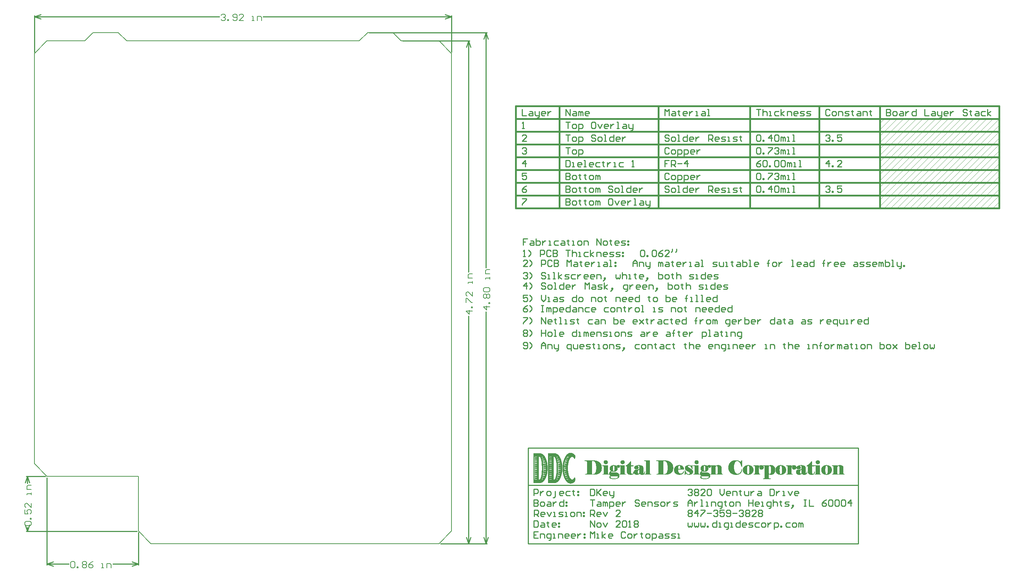
<source format=gm1>
G04*
G04 #@! TF.GenerationSoftware,Altium Limited,Altium Designer,18.1.9 (240)*
G04*
G04 Layer_Color=16777215*
%FSLAX24Y24*%
%MOIN*%
G70*
G01*
G75*
%ADD10C,0.0100*%
%ADD13C,0.0079*%
%ADD15C,0.0150*%
%ADD86C,0.0060*%
%ADD101C,0.0010*%
%ADD102C,0.0010*%
D10*
X47206Y-1751D02*
X78206D01*
X47206Y-7251D02*
Y1749D01*
Y-7251D02*
X78206D01*
Y1749D01*
X47206D02*
X78206D01*
X160Y-906D02*
X360Y-1506D01*
X-40D02*
X160Y-906D01*
X-40Y-5491D02*
X160Y-6091D01*
X360Y-5491D01*
X160Y-1599D02*
Y-906D01*
Y-6091D02*
Y-5718D01*
X60Y-906D02*
X1868D01*
X60Y-6091D02*
X10463D01*
X2008Y-9160D02*
X2608Y-8960D01*
X2008Y-9160D02*
X2608Y-9360D01*
X9991D02*
X10591Y-9160D01*
X9991Y-8960D02*
X10591Y-9160D01*
X2008D02*
X4080D01*
X8199D02*
X10591D01*
X2008Y-9260D02*
Y-1045D01*
X10591Y-9260D02*
Y-6202D01*
X39400Y42080D02*
X40000Y42280D01*
X39400Y42480D02*
X40000Y42280D01*
X827D02*
X1427Y42480D01*
X827Y42280D02*
X1427Y42080D01*
X22313Y42280D02*
X40000D01*
X827D02*
X18194D01*
X40000Y38958D02*
Y42380D01*
X827Y38958D02*
Y42380D01*
X43230Y40787D02*
X43430Y40187D01*
X43030D02*
X43230Y40787D01*
X43030Y-6644D02*
X43230Y-7244D01*
X43430Y-6644D01*
X43230Y18671D02*
Y40787D01*
Y-7244D02*
Y14552D01*
X32265Y40787D02*
X43330D01*
X38958Y-7244D02*
X43330D01*
X41610Y40000D02*
X41810Y39400D01*
X41410D02*
X41610Y40000D01*
X41410Y-6644D02*
X41610Y-7244D01*
X41810Y-6644D01*
X41610Y18277D02*
Y40000D01*
Y-7244D02*
Y14159D01*
X35415Y40000D02*
X41710D01*
X38958Y-7244D02*
X41710D01*
X47130Y21417D02*
X46730D01*
Y21117D01*
X46930D01*
X46730D01*
Y20817D01*
X47430Y21217D02*
X47630D01*
X47730Y21117D01*
Y20817D01*
X47430D01*
X47330Y20917D01*
X47430Y21017D01*
X47730D01*
X47930Y21417D02*
Y20817D01*
X48230D01*
X48329Y20917D01*
Y21017D01*
Y21117D01*
X48230Y21217D01*
X47930D01*
X48529D02*
Y20817D01*
Y21017D01*
X48629Y21117D01*
X48729Y21217D01*
X48829D01*
X49129Y20817D02*
X49329D01*
X49229D01*
Y21217D01*
X49129D01*
X50029D02*
X49729D01*
X49629Y21117D01*
Y20917D01*
X49729Y20817D01*
X50029D01*
X50329Y21217D02*
X50529D01*
X50629Y21117D01*
Y20817D01*
X50329D01*
X50229Y20917D01*
X50329Y21017D01*
X50629D01*
X50929Y21317D02*
Y21217D01*
X50829D01*
X51029D01*
X50929D01*
Y20917D01*
X51029Y20817D01*
X51329D02*
X51528D01*
X51428D01*
Y21217D01*
X51329D01*
X51928Y20817D02*
X52128D01*
X52228Y20917D01*
Y21117D01*
X52128Y21217D01*
X51928D01*
X51828Y21117D01*
Y20917D01*
X51928Y20817D01*
X52428D02*
Y21217D01*
X52728D01*
X52828Y21117D01*
Y20817D01*
X53628D02*
Y21417D01*
X54028Y20817D01*
Y21417D01*
X54328Y20817D02*
X54527D01*
X54627Y20917D01*
Y21117D01*
X54527Y21217D01*
X54328D01*
X54228Y21117D01*
Y20917D01*
X54328Y20817D01*
X54927Y21317D02*
Y21217D01*
X54827D01*
X55027D01*
X54927D01*
Y20917D01*
X55027Y20817D01*
X55627D02*
X55427D01*
X55327Y20917D01*
Y21117D01*
X55427Y21217D01*
X55627D01*
X55727Y21117D01*
Y21017D01*
X55327D01*
X55927Y20817D02*
X56227D01*
X56327Y20917D01*
X56227Y21017D01*
X56027D01*
X55927Y21117D01*
X56027Y21217D01*
X56327D01*
X56527D02*
X56627D01*
Y21117D01*
X56527D01*
Y21217D01*
Y20917D02*
X56627D01*
Y20817D01*
X56527D01*
Y20917D01*
X46730Y19758D02*
X46930D01*
X46830D01*
Y20358D01*
X46730Y20258D01*
X47230Y19758D02*
X47430Y19958D01*
Y20158D01*
X47230Y20358D01*
X48329Y19758D02*
Y20358D01*
X48629D01*
X48729Y20258D01*
Y20058D01*
X48629Y19958D01*
X48329D01*
X49329Y20258D02*
X49229Y20358D01*
X49029D01*
X48929Y20258D01*
Y19858D01*
X49029Y19758D01*
X49229D01*
X49329Y19858D01*
X49529Y20358D02*
Y19758D01*
X49829D01*
X49929Y19858D01*
Y19958D01*
X49829Y20058D01*
X49529D01*
X49829D01*
X49929Y20158D01*
Y20258D01*
X49829Y20358D01*
X49529D01*
X50729D02*
X51129D01*
X50929D01*
Y19758D01*
X51329Y20358D02*
Y19758D01*
Y20058D01*
X51428Y20158D01*
X51628D01*
X51728Y20058D01*
Y19758D01*
X51928D02*
X52128D01*
X52028D01*
Y20158D01*
X51928D01*
X52828D02*
X52528D01*
X52428Y20058D01*
Y19858D01*
X52528Y19758D01*
X52828D01*
X53028D02*
Y20358D01*
Y19958D02*
X53328Y20158D01*
X53028Y19958D02*
X53328Y19758D01*
X53628D02*
Y20158D01*
X53928D01*
X54028Y20058D01*
Y19758D01*
X54527D02*
X54328D01*
X54228Y19858D01*
Y20058D01*
X54328Y20158D01*
X54527D01*
X54627Y20058D01*
Y19958D01*
X54228D01*
X54827Y19758D02*
X55127D01*
X55227Y19858D01*
X55127Y19958D01*
X54927D01*
X54827Y20058D01*
X54927Y20158D01*
X55227D01*
X55427Y19758D02*
X55727D01*
X55827Y19858D01*
X55727Y19958D01*
X55527D01*
X55427Y20058D01*
X55527Y20158D01*
X55827D01*
X56027D02*
X56127D01*
Y20058D01*
X56027D01*
Y20158D01*
Y19858D02*
X56127D01*
Y19758D01*
X56027D01*
Y19858D01*
X57726Y20258D02*
X57826Y20358D01*
X58026D01*
X58126Y20258D01*
Y19858D01*
X58026Y19758D01*
X57826D01*
X57726Y19858D01*
Y20258D01*
X58326Y19758D02*
Y19858D01*
X58426D01*
Y19758D01*
X58326D01*
X58826Y20258D02*
X58926Y20358D01*
X59126D01*
X59226Y20258D01*
Y19858D01*
X59126Y19758D01*
X58926D01*
X58826Y19858D01*
Y20258D01*
X59826Y20358D02*
X59626Y20258D01*
X59426Y20058D01*
Y19858D01*
X59526Y19758D01*
X59726D01*
X59826Y19858D01*
Y19958D01*
X59726Y20058D01*
X59426D01*
X60426Y19758D02*
X60026D01*
X60426Y20158D01*
Y20258D01*
X60326Y20358D01*
X60126D01*
X60026Y20258D01*
X60725Y20458D02*
Y20258D01*
X60626Y20158D01*
X61125Y20458D02*
Y20258D01*
X61025Y20158D01*
X47130Y18798D02*
X46730D01*
X47130Y19198D01*
Y19298D01*
X47030Y19398D01*
X46830D01*
X46730Y19298D01*
X47330Y18798D02*
X47530Y18998D01*
Y19198D01*
X47330Y19398D01*
X48429Y18798D02*
Y19398D01*
X48729D01*
X48829Y19298D01*
Y19098D01*
X48729Y18998D01*
X48429D01*
X49429Y19298D02*
X49329Y19398D01*
X49129D01*
X49029Y19298D01*
Y18898D01*
X49129Y18798D01*
X49329D01*
X49429Y18898D01*
X49629Y19398D02*
Y18798D01*
X49929D01*
X50029Y18898D01*
Y18998D01*
X49929Y19098D01*
X49629D01*
X49929D01*
X50029Y19198D01*
Y19298D01*
X49929Y19398D01*
X49629D01*
X50829Y18798D02*
Y19398D01*
X51029Y19198D01*
X51229Y19398D01*
Y18798D01*
X51528Y19198D02*
X51728D01*
X51828Y19098D01*
Y18798D01*
X51528D01*
X51428Y18898D01*
X51528Y18998D01*
X51828D01*
X52128Y19298D02*
Y19198D01*
X52028D01*
X52228D01*
X52128D01*
Y18898D01*
X52228Y18798D01*
X52828D02*
X52628D01*
X52528Y18898D01*
Y19098D01*
X52628Y19198D01*
X52828D01*
X52928Y19098D01*
Y18998D01*
X52528D01*
X53128Y19198D02*
Y18798D01*
Y18998D01*
X53228Y19098D01*
X53328Y19198D01*
X53428D01*
X53728Y18798D02*
X53928D01*
X53828D01*
Y19198D01*
X53728D01*
X54328D02*
X54527D01*
X54627Y19098D01*
Y18798D01*
X54328D01*
X54228Y18898D01*
X54328Y18998D01*
X54627D01*
X54827Y18798D02*
X55027D01*
X54927D01*
Y19398D01*
X54827D01*
X55327Y19198D02*
X55427D01*
Y19098D01*
X55327D01*
Y19198D01*
Y18898D02*
X55427D01*
Y18798D01*
X55327D01*
Y18898D01*
X57027Y18798D02*
Y19198D01*
X57227Y19398D01*
X57427Y19198D01*
Y18798D01*
Y19098D01*
X57027D01*
X57626Y18798D02*
Y19198D01*
X57926D01*
X58026Y19098D01*
Y18798D01*
X58226Y19198D02*
Y18898D01*
X58326Y18798D01*
X58626D01*
Y18698D01*
X58526Y18598D01*
X58426D01*
X58626Y18798D02*
Y19198D01*
X59426Y18798D02*
Y19198D01*
X59526D01*
X59626Y19098D01*
Y18798D01*
Y19098D01*
X59726Y19198D01*
X59826Y19098D01*
Y18798D01*
X60126Y19198D02*
X60326D01*
X60426Y19098D01*
Y18798D01*
X60126D01*
X60026Y18898D01*
X60126Y18998D01*
X60426D01*
X60725Y19298D02*
Y19198D01*
X60626D01*
X60825D01*
X60725D01*
Y18898D01*
X60825Y18798D01*
X61425D02*
X61225D01*
X61125Y18898D01*
Y19098D01*
X61225Y19198D01*
X61425D01*
X61525Y19098D01*
Y18998D01*
X61125D01*
X61725Y19198D02*
Y18798D01*
Y18998D01*
X61825Y19098D01*
X61925Y19198D01*
X62025D01*
X62325Y18798D02*
X62525D01*
X62425D01*
Y19198D01*
X62325D01*
X62925D02*
X63125D01*
X63225Y19098D01*
Y18798D01*
X62925D01*
X62825Y18898D01*
X62925Y18998D01*
X63225D01*
X63425Y18798D02*
X63625D01*
X63525D01*
Y19398D01*
X63425D01*
X64524Y18798D02*
X64824D01*
X64924Y18898D01*
X64824Y18998D01*
X64624D01*
X64524Y19098D01*
X64624Y19198D01*
X64924D01*
X65124D02*
Y18898D01*
X65224Y18798D01*
X65524D01*
Y19198D01*
X65724Y18798D02*
X65924D01*
X65824D01*
Y19198D01*
X65724D01*
X66324Y19298D02*
Y19198D01*
X66224D01*
X66424D01*
X66324D01*
Y18898D01*
X66424Y18798D01*
X66824Y19198D02*
X67023D01*
X67123Y19098D01*
Y18798D01*
X66824D01*
X66724Y18898D01*
X66824Y18998D01*
X67123D01*
X67323Y19398D02*
Y18798D01*
X67623D01*
X67723Y18898D01*
Y18998D01*
Y19098D01*
X67623Y19198D01*
X67323D01*
X67923Y18798D02*
X68123D01*
X68023D01*
Y19398D01*
X67923D01*
X68723Y18798D02*
X68523D01*
X68423Y18898D01*
Y19098D01*
X68523Y19198D01*
X68723D01*
X68823Y19098D01*
Y18998D01*
X68423D01*
X69723Y18798D02*
Y19298D01*
Y19098D01*
X69623D01*
X69823D01*
X69723D01*
Y19298D01*
X69823Y19398D01*
X70222Y18798D02*
X70422D01*
X70522Y18898D01*
Y19098D01*
X70422Y19198D01*
X70222D01*
X70122Y19098D01*
Y18898D01*
X70222Y18798D01*
X70722Y19198D02*
Y18798D01*
Y18998D01*
X70822Y19098D01*
X70922Y19198D01*
X71022D01*
X71922Y18798D02*
X72122D01*
X72022D01*
Y19398D01*
X71922D01*
X72722Y18798D02*
X72522D01*
X72422Y18898D01*
Y19098D01*
X72522Y19198D01*
X72722D01*
X72822Y19098D01*
Y18998D01*
X72422D01*
X73121Y19198D02*
X73321D01*
X73421Y19098D01*
Y18798D01*
X73121D01*
X73021Y18898D01*
X73121Y18998D01*
X73421D01*
X74021Y19398D02*
Y18798D01*
X73721D01*
X73621Y18898D01*
Y19098D01*
X73721Y19198D01*
X74021D01*
X74921Y18798D02*
Y19298D01*
Y19098D01*
X74821D01*
X75021D01*
X74921D01*
Y19298D01*
X75021Y19398D01*
X75321Y19198D02*
Y18798D01*
Y18998D01*
X75421Y19098D01*
X75521Y19198D01*
X75621D01*
X76220Y18798D02*
X76021D01*
X75921Y18898D01*
Y19098D01*
X76021Y19198D01*
X76220D01*
X76320Y19098D01*
Y18998D01*
X75921D01*
X76820Y18798D02*
X76620D01*
X76520Y18898D01*
Y19098D01*
X76620Y19198D01*
X76820D01*
X76920Y19098D01*
Y18998D01*
X76520D01*
X77820Y19198D02*
X78020D01*
X78120Y19098D01*
Y18798D01*
X77820D01*
X77720Y18898D01*
X77820Y18998D01*
X78120D01*
X78320Y18798D02*
X78620D01*
X78720Y18898D01*
X78620Y18998D01*
X78420D01*
X78320Y19098D01*
X78420Y19198D01*
X78720D01*
X78920Y18798D02*
X79219D01*
X79319Y18898D01*
X79219Y18998D01*
X79020D01*
X78920Y19098D01*
X79020Y19198D01*
X79319D01*
X79819Y18798D02*
X79619D01*
X79519Y18898D01*
Y19098D01*
X79619Y19198D01*
X79819D01*
X79919Y19098D01*
Y18998D01*
X79519D01*
X80119Y18798D02*
Y19198D01*
X80219D01*
X80319Y19098D01*
Y18798D01*
Y19098D01*
X80419Y19198D01*
X80519Y19098D01*
Y18798D01*
X80719Y19398D02*
Y18798D01*
X81019D01*
X81119Y18898D01*
Y18998D01*
Y19098D01*
X81019Y19198D01*
X80719D01*
X81319Y18798D02*
X81519D01*
X81419D01*
Y19398D01*
X81319D01*
X81819Y19198D02*
Y18898D01*
X81919Y18798D01*
X82219D01*
Y18698D01*
X82119Y18598D01*
X82019D01*
X82219Y18798D02*
Y19198D01*
X82418Y18798D02*
Y18898D01*
X82518D01*
Y18798D01*
X82418D01*
X46730Y18138D02*
X46830Y18238D01*
X47030D01*
X47130Y18138D01*
Y18038D01*
X47030Y17938D01*
X46930D01*
X47030D01*
X47130Y17838D01*
Y17738D01*
X47030Y17638D01*
X46830D01*
X46730Y17738D01*
X47330Y17638D02*
X47530Y17838D01*
Y18038D01*
X47330Y18238D01*
X48829Y18138D02*
X48729Y18238D01*
X48529D01*
X48429Y18138D01*
Y18038D01*
X48529Y17938D01*
X48729D01*
X48829Y17838D01*
Y17738D01*
X48729Y17638D01*
X48529D01*
X48429Y17738D01*
X49029Y17638D02*
X49229D01*
X49129D01*
Y18038D01*
X49029D01*
X49529Y17638D02*
X49729D01*
X49629D01*
Y18238D01*
X49529D01*
X50029Y17638D02*
Y18238D01*
Y17838D02*
X50329Y18038D01*
X50029Y17838D02*
X50329Y17638D01*
X50629D02*
X50929D01*
X51029Y17738D01*
X50929Y17838D01*
X50729D01*
X50629Y17938D01*
X50729Y18038D01*
X51029D01*
X51628D02*
X51329D01*
X51229Y17938D01*
Y17738D01*
X51329Y17638D01*
X51628D01*
X51828Y18038D02*
Y17638D01*
Y17838D01*
X51928Y17938D01*
X52028Y18038D01*
X52128D01*
X52728Y17638D02*
X52528D01*
X52428Y17738D01*
Y17938D01*
X52528Y18038D01*
X52728D01*
X52828Y17938D01*
Y17838D01*
X52428D01*
X53328Y17638D02*
X53128D01*
X53028Y17738D01*
Y17938D01*
X53128Y18038D01*
X53328D01*
X53428Y17938D01*
Y17838D01*
X53028D01*
X53628Y17638D02*
Y18038D01*
X53928D01*
X54028Y17938D01*
Y17638D01*
X54328Y17538D02*
X54428Y17638D01*
Y17738D01*
X54328D01*
Y17638D01*
X54428D01*
X54328Y17538D01*
X54228Y17438D01*
X55427Y18038D02*
Y17738D01*
X55527Y17638D01*
X55627Y17738D01*
X55727Y17638D01*
X55827Y17738D01*
Y18038D01*
X56027Y18238D02*
Y17638D01*
Y17938D01*
X56127Y18038D01*
X56327D01*
X56427Y17938D01*
Y17638D01*
X56627D02*
X56827D01*
X56727D01*
Y18038D01*
X56627D01*
X57227Y18138D02*
Y18038D01*
X57127D01*
X57327D01*
X57227D01*
Y17738D01*
X57327Y17638D01*
X57926D02*
X57726D01*
X57626Y17738D01*
Y17938D01*
X57726Y18038D01*
X57926D01*
X58026Y17938D01*
Y17838D01*
X57626D01*
X58326Y17538D02*
X58426Y17638D01*
Y17738D01*
X58326D01*
Y17638D01*
X58426D01*
X58326Y17538D01*
X58226Y17438D01*
X59426Y18238D02*
Y17638D01*
X59726D01*
X59826Y17738D01*
Y17838D01*
Y17938D01*
X59726Y18038D01*
X59426D01*
X60126Y17638D02*
X60326D01*
X60426Y17738D01*
Y17938D01*
X60326Y18038D01*
X60126D01*
X60026Y17938D01*
Y17738D01*
X60126Y17638D01*
X60725Y18138D02*
Y18038D01*
X60626D01*
X60825D01*
X60725D01*
Y17738D01*
X60825Y17638D01*
X61125Y18238D02*
Y17638D01*
Y17938D01*
X61225Y18038D01*
X61425D01*
X61525Y17938D01*
Y17638D01*
X62325D02*
X62625D01*
X62725Y17738D01*
X62625Y17838D01*
X62425D01*
X62325Y17938D01*
X62425Y18038D01*
X62725D01*
X62925Y17638D02*
X63125D01*
X63025D01*
Y18038D01*
X62925D01*
X63824Y18238D02*
Y17638D01*
X63525D01*
X63425Y17738D01*
Y17938D01*
X63525Y18038D01*
X63824D01*
X64324Y17638D02*
X64124D01*
X64024Y17738D01*
Y17938D01*
X64124Y18038D01*
X64324D01*
X64424Y17938D01*
Y17838D01*
X64024D01*
X64624Y17638D02*
X64924D01*
X65024Y17738D01*
X64924Y17838D01*
X64724D01*
X64624Y17938D01*
X64724Y18038D01*
X65024D01*
X47030Y16679D02*
Y17278D01*
X46730Y16978D01*
X47130D01*
X47330Y16679D02*
X47530Y16878D01*
Y17078D01*
X47330Y17278D01*
X48829Y17178D02*
X48729Y17278D01*
X48529D01*
X48429Y17178D01*
Y17078D01*
X48529Y16978D01*
X48729D01*
X48829Y16878D01*
Y16778D01*
X48729Y16679D01*
X48529D01*
X48429Y16778D01*
X49129Y16679D02*
X49329D01*
X49429Y16778D01*
Y16978D01*
X49329Y17078D01*
X49129D01*
X49029Y16978D01*
Y16778D01*
X49129Y16679D01*
X49629D02*
X49829D01*
X49729D01*
Y17278D01*
X49629D01*
X50529D02*
Y16679D01*
X50229D01*
X50129Y16778D01*
Y16978D01*
X50229Y17078D01*
X50529D01*
X51029Y16679D02*
X50829D01*
X50729Y16778D01*
Y16978D01*
X50829Y17078D01*
X51029D01*
X51129Y16978D01*
Y16878D01*
X50729D01*
X51329Y17078D02*
Y16679D01*
Y16878D01*
X51428Y16978D01*
X51528Y17078D01*
X51628D01*
X52528Y16679D02*
Y17278D01*
X52728Y17078D01*
X52928Y17278D01*
Y16679D01*
X53228Y17078D02*
X53428D01*
X53528Y16978D01*
Y16679D01*
X53228D01*
X53128Y16778D01*
X53228Y16878D01*
X53528D01*
X53728Y16679D02*
X54028D01*
X54128Y16778D01*
X54028Y16878D01*
X53828D01*
X53728Y16978D01*
X53828Y17078D01*
X54128D01*
X54328Y16679D02*
Y17278D01*
Y16878D02*
X54627Y17078D01*
X54328Y16878D02*
X54627Y16679D01*
X55027Y16579D02*
X55127Y16679D01*
Y16778D01*
X55027D01*
Y16679D01*
X55127D01*
X55027Y16579D01*
X54927Y16479D01*
X56327D02*
X56427D01*
X56527Y16579D01*
Y17078D01*
X56227D01*
X56127Y16978D01*
Y16778D01*
X56227Y16679D01*
X56527D01*
X56727Y17078D02*
Y16679D01*
Y16878D01*
X56827Y16978D01*
X56927Y17078D01*
X57027D01*
X57626Y16679D02*
X57427D01*
X57327Y16778D01*
Y16978D01*
X57427Y17078D01*
X57626D01*
X57726Y16978D01*
Y16878D01*
X57327D01*
X58226Y16679D02*
X58026D01*
X57926Y16778D01*
Y16978D01*
X58026Y17078D01*
X58226D01*
X58326Y16978D01*
Y16878D01*
X57926D01*
X58526Y16679D02*
Y17078D01*
X58826D01*
X58926Y16978D01*
Y16679D01*
X59226Y16579D02*
X59326Y16679D01*
Y16778D01*
X59226D01*
Y16679D01*
X59326D01*
X59226Y16579D01*
X59126Y16479D01*
X60326Y17278D02*
Y16679D01*
X60626D01*
X60725Y16778D01*
Y16878D01*
Y16978D01*
X60626Y17078D01*
X60326D01*
X61025Y16679D02*
X61225D01*
X61325Y16778D01*
Y16978D01*
X61225Y17078D01*
X61025D01*
X60925Y16978D01*
Y16778D01*
X61025Y16679D01*
X61625Y17178D02*
Y17078D01*
X61525D01*
X61725D01*
X61625D01*
Y16778D01*
X61725Y16679D01*
X62025Y17278D02*
Y16679D01*
Y16978D01*
X62125Y17078D01*
X62325D01*
X62425Y16978D01*
Y16679D01*
X63225D02*
X63525D01*
X63625Y16778D01*
X63525Y16878D01*
X63325D01*
X63225Y16978D01*
X63325Y17078D01*
X63625D01*
X63824Y16679D02*
X64024D01*
X63924D01*
Y17078D01*
X63824D01*
X64724Y17278D02*
Y16679D01*
X64424D01*
X64324Y16778D01*
Y16978D01*
X64424Y17078D01*
X64724D01*
X65224Y16679D02*
X65024D01*
X64924Y16778D01*
Y16978D01*
X65024Y17078D01*
X65224D01*
X65324Y16978D01*
Y16878D01*
X64924D01*
X65524Y16679D02*
X65824D01*
X65924Y16778D01*
X65824Y16878D01*
X65624D01*
X65524Y16978D01*
X65624Y17078D01*
X65924D01*
X47130Y16119D02*
X46730D01*
Y15819D01*
X46930Y15919D01*
X47030D01*
X47130Y15819D01*
Y15619D01*
X47030Y15519D01*
X46830D01*
X46730Y15619D01*
X47330Y15519D02*
X47530Y15719D01*
Y15919D01*
X47330Y16119D01*
X48429D02*
Y15719D01*
X48629Y15519D01*
X48829Y15719D01*
Y16119D01*
X49029Y15519D02*
X49229D01*
X49129D01*
Y15919D01*
X49029D01*
X49629D02*
X49829D01*
X49929Y15819D01*
Y15519D01*
X49629D01*
X49529Y15619D01*
X49629Y15719D01*
X49929D01*
X50129Y15519D02*
X50429D01*
X50529Y15619D01*
X50429Y15719D01*
X50229D01*
X50129Y15819D01*
X50229Y15919D01*
X50529D01*
X51728Y16119D02*
Y15519D01*
X51428D01*
X51329Y15619D01*
Y15819D01*
X51428Y15919D01*
X51728D01*
X52028Y15519D02*
X52228D01*
X52328Y15619D01*
Y15819D01*
X52228Y15919D01*
X52028D01*
X51928Y15819D01*
Y15619D01*
X52028Y15519D01*
X53128D02*
Y15919D01*
X53428D01*
X53528Y15819D01*
Y15519D01*
X53828D02*
X54028D01*
X54128Y15619D01*
Y15819D01*
X54028Y15919D01*
X53828D01*
X53728Y15819D01*
Y15619D01*
X53828Y15519D01*
X54428Y16019D02*
Y15919D01*
X54328D01*
X54527D01*
X54428D01*
Y15619D01*
X54527Y15519D01*
X55427D02*
Y15919D01*
X55727D01*
X55827Y15819D01*
Y15519D01*
X56327D02*
X56127D01*
X56027Y15619D01*
Y15819D01*
X56127Y15919D01*
X56327D01*
X56427Y15819D01*
Y15719D01*
X56027D01*
X56927Y15519D02*
X56727D01*
X56627Y15619D01*
Y15819D01*
X56727Y15919D01*
X56927D01*
X57027Y15819D01*
Y15719D01*
X56627D01*
X57626Y16119D02*
Y15519D01*
X57327D01*
X57227Y15619D01*
Y15819D01*
X57327Y15919D01*
X57626D01*
X58526Y16019D02*
Y15919D01*
X58426D01*
X58626D01*
X58526D01*
Y15619D01*
X58626Y15519D01*
X59026D02*
X59226D01*
X59326Y15619D01*
Y15819D01*
X59226Y15919D01*
X59026D01*
X58926Y15819D01*
Y15619D01*
X59026Y15519D01*
X60126Y16119D02*
Y15519D01*
X60426D01*
X60526Y15619D01*
Y15719D01*
Y15819D01*
X60426Y15919D01*
X60126D01*
X61025Y15519D02*
X60825D01*
X60725Y15619D01*
Y15819D01*
X60825Y15919D01*
X61025D01*
X61125Y15819D01*
Y15719D01*
X60725D01*
X62025Y15519D02*
Y16019D01*
Y15819D01*
X61925D01*
X62125D01*
X62025D01*
Y16019D01*
X62125Y16119D01*
X62425Y15519D02*
X62625D01*
X62525D01*
Y15919D01*
X62425D01*
X62925Y15519D02*
X63125D01*
X63025D01*
Y16119D01*
X62925D01*
X63425Y15519D02*
X63625D01*
X63525D01*
Y16119D01*
X63425D01*
X64224Y15519D02*
X64024D01*
X63924Y15619D01*
Y15819D01*
X64024Y15919D01*
X64224D01*
X64324Y15819D01*
Y15719D01*
X63924D01*
X64924Y16119D02*
Y15519D01*
X64624D01*
X64524Y15619D01*
Y15819D01*
X64624Y15919D01*
X64924D01*
X47130Y15159D02*
X46930Y15059D01*
X46730Y14859D01*
Y14659D01*
X46830Y14559D01*
X47030D01*
X47130Y14659D01*
Y14759D01*
X47030Y14859D01*
X46730D01*
X47330Y14559D02*
X47530Y14759D01*
Y14959D01*
X47330Y15159D01*
X48429D02*
X48629D01*
X48529D01*
Y14559D01*
X48429D01*
X48629D01*
X48929D02*
Y14959D01*
X49029D01*
X49129Y14859D01*
Y14559D01*
Y14859D01*
X49229Y14959D01*
X49329Y14859D01*
Y14559D01*
X49529Y14359D02*
Y14959D01*
X49829D01*
X49929Y14859D01*
Y14659D01*
X49829Y14559D01*
X49529D01*
X50429D02*
X50229D01*
X50129Y14659D01*
Y14859D01*
X50229Y14959D01*
X50429D01*
X50529Y14859D01*
Y14759D01*
X50129D01*
X51129Y15159D02*
Y14559D01*
X50829D01*
X50729Y14659D01*
Y14859D01*
X50829Y14959D01*
X51129D01*
X51428D02*
X51628D01*
X51728Y14859D01*
Y14559D01*
X51428D01*
X51329Y14659D01*
X51428Y14759D01*
X51728D01*
X51928Y14559D02*
Y14959D01*
X52228D01*
X52328Y14859D01*
Y14559D01*
X52928Y14959D02*
X52628D01*
X52528Y14859D01*
Y14659D01*
X52628Y14559D01*
X52928D01*
X53428D02*
X53228D01*
X53128Y14659D01*
Y14859D01*
X53228Y14959D01*
X53428D01*
X53528Y14859D01*
Y14759D01*
X53128D01*
X54727Y14959D02*
X54428D01*
X54328Y14859D01*
Y14659D01*
X54428Y14559D01*
X54727D01*
X55027D02*
X55227D01*
X55327Y14659D01*
Y14859D01*
X55227Y14959D01*
X55027D01*
X54927Y14859D01*
Y14659D01*
X55027Y14559D01*
X55527D02*
Y14959D01*
X55827D01*
X55927Y14859D01*
Y14559D01*
X56227Y15059D02*
Y14959D01*
X56127D01*
X56327D01*
X56227D01*
Y14659D01*
X56327Y14559D01*
X56627Y14959D02*
Y14559D01*
Y14759D01*
X56727Y14859D01*
X56827Y14959D01*
X56927D01*
X57327Y14559D02*
X57527D01*
X57626Y14659D01*
Y14859D01*
X57527Y14959D01*
X57327D01*
X57227Y14859D01*
Y14659D01*
X57327Y14559D01*
X57826D02*
X58026D01*
X57926D01*
Y15159D01*
X57826D01*
X58926Y14559D02*
X59126D01*
X59026D01*
Y14959D01*
X58926D01*
X59426Y14559D02*
X59726D01*
X59826Y14659D01*
X59726Y14759D01*
X59526D01*
X59426Y14859D01*
X59526Y14959D01*
X59826D01*
X60626Y14559D02*
Y14959D01*
X60925D01*
X61025Y14859D01*
Y14559D01*
X61325D02*
X61525D01*
X61625Y14659D01*
Y14859D01*
X61525Y14959D01*
X61325D01*
X61225Y14859D01*
Y14659D01*
X61325Y14559D01*
X61925Y15059D02*
Y14959D01*
X61825D01*
X62025D01*
X61925D01*
Y14659D01*
X62025Y14559D01*
X62925D02*
Y14959D01*
X63225D01*
X63325Y14859D01*
Y14559D01*
X63824D02*
X63625D01*
X63525Y14659D01*
Y14859D01*
X63625Y14959D01*
X63824D01*
X63924Y14859D01*
Y14759D01*
X63525D01*
X64424Y14559D02*
X64224D01*
X64124Y14659D01*
Y14859D01*
X64224Y14959D01*
X64424D01*
X64524Y14859D01*
Y14759D01*
X64124D01*
X65124Y15159D02*
Y14559D01*
X64824D01*
X64724Y14659D01*
Y14859D01*
X64824Y14959D01*
X65124D01*
X65624Y14559D02*
X65424D01*
X65324Y14659D01*
Y14859D01*
X65424Y14959D01*
X65624D01*
X65724Y14859D01*
Y14759D01*
X65324D01*
X66324Y15159D02*
Y14559D01*
X66024D01*
X65924Y14659D01*
Y14859D01*
X66024Y14959D01*
X66324D01*
X46730Y13999D02*
X47130D01*
Y13899D01*
X46730Y13499D01*
Y13399D01*
X47330D02*
X47530Y13599D01*
Y13799D01*
X47330Y13999D01*
X48429Y13399D02*
Y13999D01*
X48829Y13399D01*
Y13999D01*
X49329Y13399D02*
X49129D01*
X49029Y13499D01*
Y13699D01*
X49129Y13799D01*
X49329D01*
X49429Y13699D01*
Y13599D01*
X49029D01*
X49729Y13899D02*
Y13799D01*
X49629D01*
X49829D01*
X49729D01*
Y13499D01*
X49829Y13399D01*
X50129D02*
X50329D01*
X50229D01*
Y13999D01*
X50129D01*
X50629Y13399D02*
X50829D01*
X50729D01*
Y13799D01*
X50629D01*
X51129Y13399D02*
X51428D01*
X51528Y13499D01*
X51428Y13599D01*
X51229D01*
X51129Y13699D01*
X51229Y13799D01*
X51528D01*
X51828Y13899D02*
Y13799D01*
X51728D01*
X51928D01*
X51828D01*
Y13499D01*
X51928Y13399D01*
X53228Y13799D02*
X52928D01*
X52828Y13699D01*
Y13499D01*
X52928Y13399D01*
X53228D01*
X53528Y13799D02*
X53728D01*
X53828Y13699D01*
Y13399D01*
X53528D01*
X53428Y13499D01*
X53528Y13599D01*
X53828D01*
X54028Y13399D02*
Y13799D01*
X54328D01*
X54428Y13699D01*
Y13399D01*
X55227Y13999D02*
Y13399D01*
X55527D01*
X55627Y13499D01*
Y13599D01*
Y13699D01*
X55527Y13799D01*
X55227D01*
X56127Y13399D02*
X55927D01*
X55827Y13499D01*
Y13699D01*
X55927Y13799D01*
X56127D01*
X56227Y13699D01*
Y13599D01*
X55827D01*
X57327Y13399D02*
X57127D01*
X57027Y13499D01*
Y13699D01*
X57127Y13799D01*
X57327D01*
X57427Y13699D01*
Y13599D01*
X57027D01*
X57626Y13799D02*
X58026Y13399D01*
X57826Y13599D01*
X58026Y13799D01*
X57626Y13399D01*
X58326Y13899D02*
Y13799D01*
X58226D01*
X58426D01*
X58326D01*
Y13499D01*
X58426Y13399D01*
X58726Y13799D02*
Y13399D01*
Y13599D01*
X58826Y13699D01*
X58926Y13799D01*
X59026D01*
X59426D02*
X59626D01*
X59726Y13699D01*
Y13399D01*
X59426D01*
X59326Y13499D01*
X59426Y13599D01*
X59726D01*
X60326Y13799D02*
X60026D01*
X59926Y13699D01*
Y13499D01*
X60026Y13399D01*
X60326D01*
X60626Y13899D02*
Y13799D01*
X60526D01*
X60725D01*
X60626D01*
Y13499D01*
X60725Y13399D01*
X61325D02*
X61125D01*
X61025Y13499D01*
Y13699D01*
X61125Y13799D01*
X61325D01*
X61425Y13699D01*
Y13599D01*
X61025D01*
X62025Y13999D02*
Y13399D01*
X61725D01*
X61625Y13499D01*
Y13699D01*
X61725Y13799D01*
X62025D01*
X62925Y13399D02*
Y13899D01*
Y13699D01*
X62825D01*
X63025D01*
X62925D01*
Y13899D01*
X63025Y13999D01*
X63325Y13799D02*
Y13399D01*
Y13599D01*
X63425Y13699D01*
X63525Y13799D01*
X63625D01*
X64024Y13399D02*
X64224D01*
X64324Y13499D01*
Y13699D01*
X64224Y13799D01*
X64024D01*
X63924Y13699D01*
Y13499D01*
X64024Y13399D01*
X64524D02*
Y13799D01*
X64624D01*
X64724Y13699D01*
Y13399D01*
Y13699D01*
X64824Y13799D01*
X64924Y13699D01*
Y13399D01*
X65924Y13199D02*
X66024D01*
X66124Y13299D01*
Y13799D01*
X65824D01*
X65724Y13699D01*
Y13499D01*
X65824Y13399D01*
X66124D01*
X66624D02*
X66424D01*
X66324Y13499D01*
Y13699D01*
X66424Y13799D01*
X66624D01*
X66724Y13699D01*
Y13599D01*
X66324D01*
X66923Y13799D02*
Y13399D01*
Y13599D01*
X67023Y13699D01*
X67123Y13799D01*
X67223D01*
X67523Y13999D02*
Y13399D01*
X67823D01*
X67923Y13499D01*
Y13599D01*
Y13699D01*
X67823Y13799D01*
X67523D01*
X68423Y13399D02*
X68223D01*
X68123Y13499D01*
Y13699D01*
X68223Y13799D01*
X68423D01*
X68523Y13699D01*
Y13599D01*
X68123D01*
X68723Y13799D02*
Y13399D01*
Y13599D01*
X68823Y13699D01*
X68923Y13799D01*
X69023D01*
X70322Y13999D02*
Y13399D01*
X70022D01*
X69922Y13499D01*
Y13699D01*
X70022Y13799D01*
X70322D01*
X70622D02*
X70822D01*
X70922Y13699D01*
Y13399D01*
X70622D01*
X70522Y13499D01*
X70622Y13599D01*
X70922D01*
X71222Y13899D02*
Y13799D01*
X71122D01*
X71322D01*
X71222D01*
Y13499D01*
X71322Y13399D01*
X71722Y13799D02*
X71922D01*
X72022Y13699D01*
Y13399D01*
X71722D01*
X71622Y13499D01*
X71722Y13599D01*
X72022D01*
X72922Y13799D02*
X73121D01*
X73221Y13699D01*
Y13399D01*
X72922D01*
X72822Y13499D01*
X72922Y13599D01*
X73221D01*
X73421Y13399D02*
X73721D01*
X73821Y13499D01*
X73721Y13599D01*
X73521D01*
X73421Y13699D01*
X73521Y13799D01*
X73821D01*
X74621D02*
Y13399D01*
Y13599D01*
X74721Y13699D01*
X74821Y13799D01*
X74921D01*
X75521Y13399D02*
X75321D01*
X75221Y13499D01*
Y13699D01*
X75321Y13799D01*
X75521D01*
X75621Y13699D01*
Y13599D01*
X75221D01*
X76220Y13199D02*
Y13799D01*
X75921D01*
X75821Y13699D01*
Y13499D01*
X75921Y13399D01*
X76220D01*
X76420Y13799D02*
Y13499D01*
X76520Y13399D01*
X76820D01*
Y13799D01*
X77020Y13399D02*
X77220D01*
X77120D01*
Y13799D01*
X77020D01*
X77520D02*
Y13399D01*
Y13599D01*
X77620Y13699D01*
X77720Y13799D01*
X77820D01*
X78420Y13399D02*
X78220D01*
X78120Y13499D01*
Y13699D01*
X78220Y13799D01*
X78420D01*
X78520Y13699D01*
Y13599D01*
X78120D01*
X79120Y13999D02*
Y13399D01*
X78820D01*
X78720Y13499D01*
Y13699D01*
X78820Y13799D01*
X79120D01*
X46730Y12739D02*
X46830Y12839D01*
X47030D01*
X47130Y12739D01*
Y12640D01*
X47030Y12540D01*
X47130Y12440D01*
Y12340D01*
X47030Y12240D01*
X46830D01*
X46730Y12340D01*
Y12440D01*
X46830Y12540D01*
X46730Y12640D01*
Y12739D01*
X46830Y12540D02*
X47030D01*
X47330Y12240D02*
X47530Y12440D01*
Y12640D01*
X47330Y12839D01*
X48429D02*
Y12240D01*
Y12540D01*
X48829D01*
Y12839D01*
Y12240D01*
X49129D02*
X49329D01*
X49429Y12340D01*
Y12540D01*
X49329Y12640D01*
X49129D01*
X49029Y12540D01*
Y12340D01*
X49129Y12240D01*
X49629D02*
X49829D01*
X49729D01*
Y12839D01*
X49629D01*
X50429Y12240D02*
X50229D01*
X50129Y12340D01*
Y12540D01*
X50229Y12640D01*
X50429D01*
X50529Y12540D01*
Y12440D01*
X50129D01*
X51728Y12839D02*
Y12240D01*
X51428D01*
X51329Y12340D01*
Y12540D01*
X51428Y12640D01*
X51728D01*
X51928Y12240D02*
X52128D01*
X52028D01*
Y12640D01*
X51928D01*
X52428Y12240D02*
Y12640D01*
X52528D01*
X52628Y12540D01*
Y12240D01*
Y12540D01*
X52728Y12640D01*
X52828Y12540D01*
Y12240D01*
X53328D02*
X53128D01*
X53028Y12340D01*
Y12540D01*
X53128Y12640D01*
X53328D01*
X53428Y12540D01*
Y12440D01*
X53028D01*
X53628Y12240D02*
Y12640D01*
X53928D01*
X54028Y12540D01*
Y12240D01*
X54228D02*
X54527D01*
X54627Y12340D01*
X54527Y12440D01*
X54328D01*
X54228Y12540D01*
X54328Y12640D01*
X54627D01*
X54827Y12240D02*
X55027D01*
X54927D01*
Y12640D01*
X54827D01*
X55427Y12240D02*
X55627D01*
X55727Y12340D01*
Y12540D01*
X55627Y12640D01*
X55427D01*
X55327Y12540D01*
Y12340D01*
X55427Y12240D01*
X55927D02*
Y12640D01*
X56227D01*
X56327Y12540D01*
Y12240D01*
X56527D02*
X56827D01*
X56927Y12340D01*
X56827Y12440D01*
X56627D01*
X56527Y12540D01*
X56627Y12640D01*
X56927D01*
X57826D02*
X58026D01*
X58126Y12540D01*
Y12240D01*
X57826D01*
X57726Y12340D01*
X57826Y12440D01*
X58126D01*
X58326Y12640D02*
Y12240D01*
Y12440D01*
X58426Y12540D01*
X58526Y12640D01*
X58626D01*
X59226Y12240D02*
X59026D01*
X58926Y12340D01*
Y12540D01*
X59026Y12640D01*
X59226D01*
X59326Y12540D01*
Y12440D01*
X58926D01*
X60226Y12640D02*
X60426D01*
X60526Y12540D01*
Y12240D01*
X60226D01*
X60126Y12340D01*
X60226Y12440D01*
X60526D01*
X60825Y12240D02*
Y12739D01*
Y12540D01*
X60725D01*
X60925D01*
X60825D01*
Y12739D01*
X60925Y12839D01*
X61325Y12739D02*
Y12640D01*
X61225D01*
X61425D01*
X61325D01*
Y12340D01*
X61425Y12240D01*
X62025D02*
X61825D01*
X61725Y12340D01*
Y12540D01*
X61825Y12640D01*
X62025D01*
X62125Y12540D01*
Y12440D01*
X61725D01*
X62325Y12640D02*
Y12240D01*
Y12440D01*
X62425Y12540D01*
X62525Y12640D01*
X62625D01*
X63525Y12040D02*
Y12640D01*
X63824D01*
X63924Y12540D01*
Y12340D01*
X63824Y12240D01*
X63525D01*
X64124D02*
X64324D01*
X64224D01*
Y12839D01*
X64124D01*
X64724Y12640D02*
X64924D01*
X65024Y12540D01*
Y12240D01*
X64724D01*
X64624Y12340D01*
X64724Y12440D01*
X65024D01*
X65324Y12739D02*
Y12640D01*
X65224D01*
X65424D01*
X65324D01*
Y12340D01*
X65424Y12240D01*
X65724D02*
X65924D01*
X65824D01*
Y12640D01*
X65724D01*
X66224Y12240D02*
Y12640D01*
X66524D01*
X66624Y12540D01*
Y12240D01*
X67023Y12040D02*
X67123D01*
X67223Y12140D01*
Y12640D01*
X66923D01*
X66824Y12540D01*
Y12340D01*
X66923Y12240D01*
X67223D01*
X46730Y11180D02*
X46830Y11080D01*
X47030D01*
X47130Y11180D01*
Y11580D01*
X47030Y11680D01*
X46830D01*
X46730Y11580D01*
Y11480D01*
X46830Y11380D01*
X47130D01*
X47330Y11080D02*
X47530Y11280D01*
Y11480D01*
X47330Y11680D01*
X48429Y11080D02*
Y11480D01*
X48629Y11680D01*
X48829Y11480D01*
Y11080D01*
Y11380D01*
X48429D01*
X49029Y11080D02*
Y11480D01*
X49329D01*
X49429Y11380D01*
Y11080D01*
X49629Y11480D02*
Y11180D01*
X49729Y11080D01*
X50029D01*
Y10980D01*
X49929Y10880D01*
X49829D01*
X50029Y11080D02*
Y11480D01*
X51229Y10880D02*
Y11480D01*
X50929D01*
X50829Y11380D01*
Y11180D01*
X50929Y11080D01*
X51229D01*
X51428Y11480D02*
Y11180D01*
X51528Y11080D01*
X51828D01*
Y11480D01*
X52328Y11080D02*
X52128D01*
X52028Y11180D01*
Y11380D01*
X52128Y11480D01*
X52328D01*
X52428Y11380D01*
Y11280D01*
X52028D01*
X52628Y11080D02*
X52928D01*
X53028Y11180D01*
X52928Y11280D01*
X52728D01*
X52628Y11380D01*
X52728Y11480D01*
X53028D01*
X53328Y11580D02*
Y11480D01*
X53228D01*
X53428D01*
X53328D01*
Y11180D01*
X53428Y11080D01*
X53728D02*
X53928D01*
X53828D01*
Y11480D01*
X53728D01*
X54328Y11080D02*
X54527D01*
X54627Y11180D01*
Y11380D01*
X54527Y11480D01*
X54328D01*
X54228Y11380D01*
Y11180D01*
X54328Y11080D01*
X54827D02*
Y11480D01*
X55127D01*
X55227Y11380D01*
Y11080D01*
X55427D02*
X55727D01*
X55827Y11180D01*
X55727Y11280D01*
X55527D01*
X55427Y11380D01*
X55527Y11480D01*
X55827D01*
X56127Y10980D02*
X56227Y11080D01*
Y11180D01*
X56127D01*
Y11080D01*
X56227D01*
X56127Y10980D01*
X56027Y10880D01*
X57626Y11480D02*
X57327D01*
X57227Y11380D01*
Y11180D01*
X57327Y11080D01*
X57626D01*
X57926D02*
X58126D01*
X58226Y11180D01*
Y11380D01*
X58126Y11480D01*
X57926D01*
X57826Y11380D01*
Y11180D01*
X57926Y11080D01*
X58426D02*
Y11480D01*
X58726D01*
X58826Y11380D01*
Y11080D01*
X59126Y11580D02*
Y11480D01*
X59026D01*
X59226D01*
X59126D01*
Y11180D01*
X59226Y11080D01*
X59626Y11480D02*
X59826D01*
X59926Y11380D01*
Y11080D01*
X59626D01*
X59526Y11180D01*
X59626Y11280D01*
X59926D01*
X60526Y11480D02*
X60226D01*
X60126Y11380D01*
Y11180D01*
X60226Y11080D01*
X60526D01*
X60825Y11580D02*
Y11480D01*
X60725D01*
X60925D01*
X60825D01*
Y11180D01*
X60925Y11080D01*
X61925Y11580D02*
Y11480D01*
X61825D01*
X62025D01*
X61925D01*
Y11180D01*
X62025Y11080D01*
X62325Y11680D02*
Y11080D01*
Y11380D01*
X62425Y11480D01*
X62625D01*
X62725Y11380D01*
Y11080D01*
X63225D02*
X63025D01*
X62925Y11180D01*
Y11380D01*
X63025Y11480D01*
X63225D01*
X63325Y11380D01*
Y11280D01*
X62925D01*
X64424Y11080D02*
X64224D01*
X64124Y11180D01*
Y11380D01*
X64224Y11480D01*
X64424D01*
X64524Y11380D01*
Y11280D01*
X64124D01*
X64724Y11080D02*
Y11480D01*
X65024D01*
X65124Y11380D01*
Y11080D01*
X65524Y10880D02*
X65624D01*
X65724Y10980D01*
Y11480D01*
X65424D01*
X65324Y11380D01*
Y11180D01*
X65424Y11080D01*
X65724D01*
X65924D02*
X66124D01*
X66024D01*
Y11480D01*
X65924D01*
X66424Y11080D02*
Y11480D01*
X66724D01*
X66824Y11380D01*
Y11080D01*
X67323D02*
X67123D01*
X67023Y11180D01*
Y11380D01*
X67123Y11480D01*
X67323D01*
X67423Y11380D01*
Y11280D01*
X67023D01*
X67923Y11080D02*
X67723D01*
X67623Y11180D01*
Y11380D01*
X67723Y11480D01*
X67923D01*
X68023Y11380D01*
Y11280D01*
X67623D01*
X68223Y11480D02*
Y11080D01*
Y11280D01*
X68323Y11380D01*
X68423Y11480D01*
X68523D01*
X69423Y11080D02*
X69623D01*
X69523D01*
Y11480D01*
X69423D01*
X69922Y11080D02*
Y11480D01*
X70222D01*
X70322Y11380D01*
Y11080D01*
X71222Y11580D02*
Y11480D01*
X71122D01*
X71322D01*
X71222D01*
Y11180D01*
X71322Y11080D01*
X71622Y11680D02*
Y11080D01*
Y11380D01*
X71722Y11480D01*
X71922D01*
X72022Y11380D01*
Y11080D01*
X72522D02*
X72322D01*
X72222Y11180D01*
Y11380D01*
X72322Y11480D01*
X72522D01*
X72622Y11380D01*
Y11280D01*
X72222D01*
X73421Y11080D02*
X73621D01*
X73521D01*
Y11480D01*
X73421D01*
X73921Y11080D02*
Y11480D01*
X74221D01*
X74321Y11380D01*
Y11080D01*
X74621D02*
Y11580D01*
Y11380D01*
X74521D01*
X74721D01*
X74621D01*
Y11580D01*
X74721Y11680D01*
X75121Y11080D02*
X75321D01*
X75421Y11180D01*
Y11380D01*
X75321Y11480D01*
X75121D01*
X75021Y11380D01*
Y11180D01*
X75121Y11080D01*
X75621Y11480D02*
Y11080D01*
Y11280D01*
X75721Y11380D01*
X75821Y11480D01*
X75921D01*
X76220Y11080D02*
Y11480D01*
X76320D01*
X76420Y11380D01*
Y11080D01*
Y11380D01*
X76520Y11480D01*
X76620Y11380D01*
Y11080D01*
X76920Y11480D02*
X77120D01*
X77220Y11380D01*
Y11080D01*
X76920D01*
X76820Y11180D01*
X76920Y11280D01*
X77220D01*
X77520Y11580D02*
Y11480D01*
X77420D01*
X77620D01*
X77520D01*
Y11180D01*
X77620Y11080D01*
X77920D02*
X78120D01*
X78020D01*
Y11480D01*
X77920D01*
X78520Y11080D02*
X78720D01*
X78820Y11180D01*
Y11380D01*
X78720Y11480D01*
X78520D01*
X78420Y11380D01*
Y11180D01*
X78520Y11080D01*
X79020D02*
Y11480D01*
X79319D01*
X79419Y11380D01*
Y11080D01*
X80219Y11680D02*
Y11080D01*
X80519D01*
X80619Y11180D01*
Y11280D01*
Y11380D01*
X80519Y11480D01*
X80219D01*
X80919Y11080D02*
X81119D01*
X81219Y11180D01*
Y11380D01*
X81119Y11480D01*
X80919D01*
X80819Y11380D01*
Y11180D01*
X80919Y11080D01*
X81419Y11480D02*
X81819Y11080D01*
X81619Y11280D01*
X81819Y11480D01*
X81419Y11080D01*
X82618Y11680D02*
Y11080D01*
X82918D01*
X83018Y11180D01*
Y11280D01*
Y11380D01*
X82918Y11480D01*
X82618D01*
X83518Y11080D02*
X83318D01*
X83218Y11180D01*
Y11380D01*
X83318Y11480D01*
X83518D01*
X83618Y11380D01*
Y11280D01*
X83218D01*
X83818Y11080D02*
X84018D01*
X83918D01*
Y11680D01*
X83818D01*
X84418Y11080D02*
X84618D01*
X84718Y11180D01*
Y11380D01*
X84618Y11480D01*
X84418D01*
X84318Y11380D01*
Y11180D01*
X84418Y11080D01*
X84918Y11480D02*
Y11180D01*
X85018Y11080D01*
X85118Y11180D01*
X85218Y11080D01*
X85318Y11180D01*
Y11480D01*
X47736Y-2721D02*
Y-2121D01*
X48036D01*
X48136Y-2221D01*
Y-2421D01*
X48036Y-2521D01*
X47736D01*
X48336Y-2321D02*
Y-2721D01*
Y-2521D01*
X48436Y-2421D01*
X48536Y-2321D01*
X48636D01*
X49036Y-2721D02*
X49236D01*
X49335Y-2621D01*
Y-2421D01*
X49236Y-2321D01*
X49036D01*
X48936Y-2421D01*
Y-2621D01*
X49036Y-2721D01*
X49535Y-2921D02*
X49635D01*
X49735Y-2821D01*
Y-2321D01*
X50435Y-2721D02*
X50235D01*
X50135Y-2621D01*
Y-2421D01*
X50235Y-2321D01*
X50435D01*
X50535Y-2421D01*
Y-2521D01*
X50135D01*
X51135Y-2321D02*
X50835D01*
X50735Y-2421D01*
Y-2621D01*
X50835Y-2721D01*
X51135D01*
X51435Y-2221D02*
Y-2321D01*
X51335D01*
X51535D01*
X51435D01*
Y-2621D01*
X51535Y-2721D01*
X51835Y-2321D02*
X51935D01*
Y-2421D01*
X51835D01*
Y-2321D01*
Y-2621D02*
X51935D01*
Y-2721D01*
X51835D01*
Y-2621D01*
X47736Y-3111D02*
Y-3711D01*
X48036D01*
X48136Y-3611D01*
Y-3511D01*
X48036Y-3411D01*
X47736D01*
X48036D01*
X48136Y-3311D01*
Y-3211D01*
X48036Y-3111D01*
X47736D01*
X48436Y-3711D02*
X48636D01*
X48736Y-3611D01*
Y-3411D01*
X48636Y-3311D01*
X48436D01*
X48336Y-3411D01*
Y-3611D01*
X48436Y-3711D01*
X49036Y-3311D02*
X49236D01*
X49335Y-3411D01*
Y-3711D01*
X49036D01*
X48936Y-3611D01*
X49036Y-3511D01*
X49335D01*
X49535Y-3311D02*
Y-3711D01*
Y-3511D01*
X49635Y-3411D01*
X49735Y-3311D01*
X49835D01*
X50535Y-3111D02*
Y-3711D01*
X50235D01*
X50135Y-3611D01*
Y-3411D01*
X50235Y-3311D01*
X50535D01*
X50735D02*
X50835D01*
Y-3411D01*
X50735D01*
Y-3311D01*
Y-3611D02*
X50835D01*
Y-3711D01*
X50735D01*
Y-3611D01*
X47756Y-4691D02*
Y-4091D01*
X48056D01*
X48156Y-4191D01*
Y-4391D01*
X48056Y-4491D01*
X47756D01*
X47956D02*
X48156Y-4691D01*
X48656D02*
X48456D01*
X48356Y-4591D01*
Y-4391D01*
X48456Y-4291D01*
X48656D01*
X48756Y-4391D01*
Y-4491D01*
X48356D01*
X48956Y-4291D02*
X49156Y-4691D01*
X49355Y-4291D01*
X49555Y-4691D02*
X49755D01*
X49655D01*
Y-4291D01*
X49555D01*
X50055Y-4691D02*
X50355D01*
X50455Y-4591D01*
X50355Y-4491D01*
X50155D01*
X50055Y-4391D01*
X50155Y-4291D01*
X50455D01*
X50655Y-4691D02*
X50855D01*
X50755D01*
Y-4291D01*
X50655D01*
X51255Y-4691D02*
X51455D01*
X51555Y-4591D01*
Y-4391D01*
X51455Y-4291D01*
X51255D01*
X51155Y-4391D01*
Y-4591D01*
X51255Y-4691D01*
X51755D02*
Y-4291D01*
X52055D01*
X52155Y-4391D01*
Y-4691D01*
X52354Y-4291D02*
X52454D01*
Y-4391D01*
X52354D01*
Y-4291D01*
Y-4591D02*
X52454D01*
Y-4691D01*
X52354D01*
Y-4591D01*
X48136Y-6131D02*
X47736D01*
Y-6731D01*
X48136D01*
X47736Y-6431D02*
X47936D01*
X48336Y-6731D02*
Y-6331D01*
X48636D01*
X48736Y-6431D01*
Y-6731D01*
X49136Y-6931D02*
X49236D01*
X49335Y-6831D01*
Y-6331D01*
X49036D01*
X48936Y-6431D01*
Y-6631D01*
X49036Y-6731D01*
X49335D01*
X49535D02*
X49735D01*
X49635D01*
Y-6331D01*
X49535D01*
X50035Y-6731D02*
Y-6331D01*
X50335D01*
X50435Y-6431D01*
Y-6731D01*
X50935D02*
X50735D01*
X50635Y-6631D01*
Y-6431D01*
X50735Y-6331D01*
X50935D01*
X51035Y-6431D01*
Y-6531D01*
X50635D01*
X51535Y-6731D02*
X51335D01*
X51235Y-6631D01*
Y-6431D01*
X51335Y-6331D01*
X51535D01*
X51635Y-6431D01*
Y-6531D01*
X51235D01*
X51835Y-6331D02*
Y-6731D01*
Y-6531D01*
X51935Y-6431D01*
X52035Y-6331D01*
X52135D01*
X52434D02*
X52534D01*
Y-6431D01*
X52434D01*
Y-6331D01*
Y-6631D02*
X52534D01*
Y-6731D01*
X52434D01*
Y-6631D01*
X62206Y-2221D02*
X62306Y-2121D01*
X62506D01*
X62606Y-2221D01*
Y-2321D01*
X62506Y-2421D01*
X62406D01*
X62506D01*
X62606Y-2521D01*
Y-2621D01*
X62506Y-2721D01*
X62306D01*
X62206Y-2621D01*
X62806Y-2221D02*
X62906Y-2121D01*
X63106D01*
X63206Y-2221D01*
Y-2321D01*
X63106Y-2421D01*
X63206Y-2521D01*
Y-2621D01*
X63106Y-2721D01*
X62906D01*
X62806Y-2621D01*
Y-2521D01*
X62906Y-2421D01*
X62806Y-2321D01*
Y-2221D01*
X62906Y-2421D02*
X63106D01*
X63805Y-2721D02*
X63406D01*
X63805Y-2321D01*
Y-2221D01*
X63706Y-2121D01*
X63506D01*
X63406Y-2221D01*
X64005D02*
X64105Y-2121D01*
X64305D01*
X64405Y-2221D01*
Y-2621D01*
X64305Y-2721D01*
X64105D01*
X64005Y-2621D01*
Y-2221D01*
X65205Y-2121D02*
Y-2521D01*
X65405Y-2721D01*
X65605Y-2521D01*
Y-2121D01*
X66105Y-2721D02*
X65905D01*
X65805Y-2621D01*
Y-2421D01*
X65905Y-2321D01*
X66105D01*
X66205Y-2421D01*
Y-2521D01*
X65805D01*
X66405Y-2721D02*
Y-2321D01*
X66705D01*
X66804Y-2421D01*
Y-2721D01*
X67104Y-2221D02*
Y-2321D01*
X67004D01*
X67204D01*
X67104D01*
Y-2621D01*
X67204Y-2721D01*
X67504Y-2321D02*
Y-2621D01*
X67604Y-2721D01*
X67904D01*
Y-2321D01*
X68104D02*
Y-2721D01*
Y-2521D01*
X68204Y-2421D01*
X68304Y-2321D01*
X68404D01*
X68804D02*
X69004D01*
X69104Y-2421D01*
Y-2721D01*
X68804D01*
X68704Y-2621D01*
X68804Y-2521D01*
X69104D01*
X69903Y-2121D02*
Y-2721D01*
X70203D01*
X70303Y-2621D01*
Y-2221D01*
X70203Y-2121D01*
X69903D01*
X70503Y-2321D02*
Y-2721D01*
Y-2521D01*
X70603Y-2421D01*
X70703Y-2321D01*
X70803D01*
X71103Y-2721D02*
X71303D01*
X71203D01*
Y-2321D01*
X71103D01*
X71603D02*
X71803Y-2721D01*
X72003Y-2321D01*
X72503Y-2721D02*
X72303D01*
X72203Y-2621D01*
Y-2421D01*
X72303Y-2321D01*
X72503D01*
X72603Y-2421D01*
Y-2521D01*
X72203D01*
X62206Y-3711D02*
Y-3311D01*
X62406Y-3111D01*
X62606Y-3311D01*
Y-3711D01*
Y-3411D01*
X62206D01*
X62806Y-3311D02*
Y-3711D01*
Y-3511D01*
X62906Y-3411D01*
X63006Y-3311D01*
X63106D01*
X63406Y-3711D02*
X63606D01*
X63506D01*
Y-3111D01*
X63406D01*
X63905Y-3711D02*
X64105D01*
X64005D01*
Y-3311D01*
X63905D01*
X64405Y-3711D02*
Y-3311D01*
X64705D01*
X64805Y-3411D01*
Y-3711D01*
X65205Y-3911D02*
X65305D01*
X65405Y-3811D01*
Y-3311D01*
X65105D01*
X65005Y-3411D01*
Y-3611D01*
X65105Y-3711D01*
X65405D01*
X65705Y-3211D02*
Y-3311D01*
X65605D01*
X65805D01*
X65705D01*
Y-3611D01*
X65805Y-3711D01*
X66205D02*
X66405D01*
X66505Y-3611D01*
Y-3411D01*
X66405Y-3311D01*
X66205D01*
X66105Y-3411D01*
Y-3611D01*
X66205Y-3711D01*
X66705D02*
Y-3311D01*
X67004D01*
X67104Y-3411D01*
Y-3711D01*
X67904Y-3111D02*
Y-3711D01*
Y-3411D01*
X68304D01*
Y-3111D01*
Y-3711D01*
X68804D02*
X68604D01*
X68504Y-3611D01*
Y-3411D01*
X68604Y-3311D01*
X68804D01*
X68904Y-3411D01*
Y-3511D01*
X68504D01*
X69104Y-3711D02*
X69304D01*
X69204D01*
Y-3311D01*
X69104D01*
X69804Y-3911D02*
X69903D01*
X70003Y-3811D01*
Y-3311D01*
X69704D01*
X69604Y-3411D01*
Y-3611D01*
X69704Y-3711D01*
X70003D01*
X70203Y-3111D02*
Y-3711D01*
Y-3411D01*
X70303Y-3311D01*
X70503D01*
X70603Y-3411D01*
Y-3711D01*
X70903Y-3211D02*
Y-3311D01*
X70803D01*
X71003D01*
X70903D01*
Y-3611D01*
X71003Y-3711D01*
X71303D02*
X71603D01*
X71703Y-3611D01*
X71603Y-3511D01*
X71403D01*
X71303Y-3411D01*
X71403Y-3311D01*
X71703D01*
X72003Y-3811D02*
X72103Y-3711D01*
Y-3611D01*
X72003D01*
Y-3711D01*
X72103D01*
X72003Y-3811D01*
X71903Y-3911D01*
X73102Y-3111D02*
X73302D01*
X73202D01*
Y-3711D01*
X73102D01*
X73302D01*
X73602Y-3111D02*
Y-3711D01*
X74002D01*
X75202Y-3111D02*
X75002Y-3211D01*
X74802Y-3411D01*
Y-3611D01*
X74902Y-3711D01*
X75102D01*
X75202Y-3611D01*
Y-3511D01*
X75102Y-3411D01*
X74802D01*
X75402Y-3211D02*
X75502Y-3111D01*
X75702D01*
X75802Y-3211D01*
Y-3611D01*
X75702Y-3711D01*
X75502D01*
X75402Y-3611D01*
Y-3211D01*
X76002D02*
X76101Y-3111D01*
X76301D01*
X76401Y-3211D01*
Y-3611D01*
X76301Y-3711D01*
X76101D01*
X76002Y-3611D01*
Y-3211D01*
X76601D02*
X76701Y-3111D01*
X76901D01*
X77001Y-3211D01*
Y-3611D01*
X76901Y-3711D01*
X76701D01*
X76601Y-3611D01*
Y-3211D01*
X77501Y-3711D02*
Y-3111D01*
X77201Y-3411D01*
X77601D01*
X62206Y-4191D02*
X62306Y-4091D01*
X62506D01*
X62606Y-4191D01*
Y-4291D01*
X62506Y-4391D01*
X62606Y-4491D01*
Y-4591D01*
X62506Y-4691D01*
X62306D01*
X62206Y-4591D01*
Y-4491D01*
X62306Y-4391D01*
X62206Y-4291D01*
Y-4191D01*
X62306Y-4391D02*
X62506D01*
X63106Y-4691D02*
Y-4091D01*
X62806Y-4391D01*
X63206D01*
X63406Y-4091D02*
X63805D01*
Y-4191D01*
X63406Y-4591D01*
Y-4691D01*
X64005Y-4391D02*
X64405D01*
X64605Y-4191D02*
X64705Y-4091D01*
X64905D01*
X65005Y-4191D01*
Y-4291D01*
X64905Y-4391D01*
X64805D01*
X64905D01*
X65005Y-4491D01*
Y-4591D01*
X64905Y-4691D01*
X64705D01*
X64605Y-4591D01*
X65605Y-4091D02*
X65205D01*
Y-4391D01*
X65405Y-4291D01*
X65505D01*
X65605Y-4391D01*
Y-4591D01*
X65505Y-4691D01*
X65305D01*
X65205Y-4591D01*
X65805D02*
X65905Y-4691D01*
X66105D01*
X66205Y-4591D01*
Y-4191D01*
X66105Y-4091D01*
X65905D01*
X65805Y-4191D01*
Y-4291D01*
X65905Y-4391D01*
X66205D01*
X66405D02*
X66804D01*
X67004Y-4191D02*
X67104Y-4091D01*
X67304D01*
X67404Y-4191D01*
Y-4291D01*
X67304Y-4391D01*
X67204D01*
X67304D01*
X67404Y-4491D01*
Y-4591D01*
X67304Y-4691D01*
X67104D01*
X67004Y-4591D01*
X67604Y-4191D02*
X67704Y-4091D01*
X67904D01*
X68004Y-4191D01*
Y-4291D01*
X67904Y-4391D01*
X68004Y-4491D01*
Y-4591D01*
X67904Y-4691D01*
X67704D01*
X67604Y-4591D01*
Y-4491D01*
X67704Y-4391D01*
X67604Y-4291D01*
Y-4191D01*
X67704Y-4391D02*
X67904D01*
X68604Y-4691D02*
X68204D01*
X68604Y-4291D01*
Y-4191D01*
X68504Y-4091D01*
X68304D01*
X68204Y-4191D01*
X68804D02*
X68904Y-4091D01*
X69104D01*
X69204Y-4191D01*
Y-4291D01*
X69104Y-4391D01*
X69204Y-4491D01*
Y-4591D01*
X69104Y-4691D01*
X68904D01*
X68804Y-4591D01*
Y-4491D01*
X68904Y-4391D01*
X68804Y-4291D01*
Y-4191D01*
X68904Y-4391D02*
X69104D01*
X62206Y-5291D02*
Y-5591D01*
X62306Y-5691D01*
X62406Y-5591D01*
X62506Y-5691D01*
X62606Y-5591D01*
Y-5291D01*
X62806D02*
Y-5591D01*
X62906Y-5691D01*
X63006Y-5591D01*
X63106Y-5691D01*
X63206Y-5591D01*
Y-5291D01*
X63406D02*
Y-5591D01*
X63506Y-5691D01*
X63606Y-5591D01*
X63706Y-5691D01*
X63805Y-5591D01*
Y-5291D01*
X64005Y-5691D02*
Y-5591D01*
X64105D01*
Y-5691D01*
X64005D01*
X64905Y-5091D02*
Y-5691D01*
X64605D01*
X64505Y-5591D01*
Y-5391D01*
X64605Y-5291D01*
X64905D01*
X65105Y-5691D02*
X65305D01*
X65205D01*
Y-5291D01*
X65105D01*
X65805Y-5891D02*
X65905D01*
X66005Y-5791D01*
Y-5291D01*
X65705D01*
X65605Y-5391D01*
Y-5591D01*
X65705Y-5691D01*
X66005D01*
X66205D02*
X66405D01*
X66305D01*
Y-5291D01*
X66205D01*
X67104Y-5091D02*
Y-5691D01*
X66804D01*
X66705Y-5591D01*
Y-5391D01*
X66804Y-5291D01*
X67104D01*
X67604Y-5691D02*
X67404D01*
X67304Y-5591D01*
Y-5391D01*
X67404Y-5291D01*
X67604D01*
X67704Y-5391D01*
Y-5491D01*
X67304D01*
X67904Y-5691D02*
X68204D01*
X68304Y-5591D01*
X68204Y-5491D01*
X68004D01*
X67904Y-5391D01*
X68004Y-5291D01*
X68304D01*
X68904D02*
X68604D01*
X68504Y-5391D01*
Y-5591D01*
X68604Y-5691D01*
X68904D01*
X69204D02*
X69404D01*
X69504Y-5591D01*
Y-5391D01*
X69404Y-5291D01*
X69204D01*
X69104Y-5391D01*
Y-5591D01*
X69204Y-5691D01*
X69704Y-5291D02*
Y-5691D01*
Y-5491D01*
X69804Y-5391D01*
X69903Y-5291D01*
X70003D01*
X70303Y-5891D02*
Y-5291D01*
X70603D01*
X70703Y-5391D01*
Y-5591D01*
X70603Y-5691D01*
X70303D01*
X70903D02*
Y-5591D01*
X71003D01*
Y-5691D01*
X70903D01*
X71803Y-5291D02*
X71503D01*
X71403Y-5391D01*
Y-5591D01*
X71503Y-5691D01*
X71803D01*
X72103D02*
X72303D01*
X72403Y-5591D01*
Y-5391D01*
X72303Y-5291D01*
X72103D01*
X72003Y-5391D01*
Y-5591D01*
X72103Y-5691D01*
X72603D02*
Y-5291D01*
X72703D01*
X72803Y-5391D01*
Y-5691D01*
Y-5391D01*
X72903Y-5291D01*
X73002Y-5391D01*
Y-5691D01*
X53036Y-2121D02*
Y-2721D01*
X53336D01*
X53436Y-2621D01*
Y-2221D01*
X53336Y-2121D01*
X53036D01*
X53636D02*
Y-2721D01*
Y-2521D01*
X54036Y-2121D01*
X53736Y-2421D01*
X54036Y-2721D01*
X54535D02*
X54336D01*
X54236Y-2621D01*
Y-2421D01*
X54336Y-2321D01*
X54535D01*
X54635Y-2421D01*
Y-2521D01*
X54236D01*
X54835Y-2321D02*
Y-2621D01*
X54935Y-2721D01*
X55235D01*
Y-2821D01*
X55135Y-2921D01*
X55035D01*
X55235Y-2721D02*
Y-2321D01*
X53036Y-3111D02*
X53436D01*
X53236D01*
Y-3711D01*
X53736Y-3311D02*
X53936D01*
X54036Y-3411D01*
Y-3711D01*
X53736D01*
X53636Y-3611D01*
X53736Y-3511D01*
X54036D01*
X54236Y-3711D02*
Y-3311D01*
X54336D01*
X54436Y-3411D01*
Y-3711D01*
Y-3411D01*
X54535Y-3311D01*
X54635Y-3411D01*
Y-3711D01*
X54835Y-3911D02*
Y-3311D01*
X55135D01*
X55235Y-3411D01*
Y-3611D01*
X55135Y-3711D01*
X54835D01*
X55735D02*
X55535D01*
X55435Y-3611D01*
Y-3411D01*
X55535Y-3311D01*
X55735D01*
X55835Y-3411D01*
Y-3511D01*
X55435D01*
X56035Y-3311D02*
Y-3711D01*
Y-3511D01*
X56135Y-3411D01*
X56235Y-3311D01*
X56335D01*
X57635Y-3211D02*
X57535Y-3111D01*
X57335D01*
X57235Y-3211D01*
Y-3311D01*
X57335Y-3411D01*
X57535D01*
X57635Y-3511D01*
Y-3611D01*
X57535Y-3711D01*
X57335D01*
X57235Y-3611D01*
X58134Y-3711D02*
X57934D01*
X57834Y-3611D01*
Y-3411D01*
X57934Y-3311D01*
X58134D01*
X58234Y-3411D01*
Y-3511D01*
X57834D01*
X58434Y-3711D02*
Y-3311D01*
X58734D01*
X58834Y-3411D01*
Y-3711D01*
X59034D02*
X59334D01*
X59434Y-3611D01*
X59334Y-3511D01*
X59134D01*
X59034Y-3411D01*
X59134Y-3311D01*
X59434D01*
X59734Y-3711D02*
X59934D01*
X60034Y-3611D01*
Y-3411D01*
X59934Y-3311D01*
X59734D01*
X59634Y-3411D01*
Y-3611D01*
X59734Y-3711D01*
X60234Y-3311D02*
Y-3711D01*
Y-3511D01*
X60334Y-3411D01*
X60434Y-3311D01*
X60534D01*
X60833Y-3711D02*
X61133D01*
X61233Y-3611D01*
X61133Y-3511D01*
X60933D01*
X60833Y-3411D01*
X60933Y-3311D01*
X61233D01*
X53036Y-4691D02*
Y-4091D01*
X53336D01*
X53436Y-4191D01*
Y-4391D01*
X53336Y-4491D01*
X53036D01*
X53236D02*
X53436Y-4691D01*
X53936D02*
X53736D01*
X53636Y-4591D01*
Y-4391D01*
X53736Y-4291D01*
X53936D01*
X54036Y-4391D01*
Y-4491D01*
X53636D01*
X54236Y-4291D02*
X54436Y-4691D01*
X54635Y-4291D01*
X55835Y-4691D02*
X55435D01*
X55835Y-4291D01*
Y-4191D01*
X55735Y-4091D01*
X55535D01*
X55435Y-4191D01*
X47736Y-5091D02*
Y-5691D01*
X48036D01*
X48136Y-5591D01*
Y-5191D01*
X48036Y-5091D01*
X47736D01*
X48436Y-5291D02*
X48636D01*
X48736Y-5391D01*
Y-5691D01*
X48436D01*
X48336Y-5591D01*
X48436Y-5491D01*
X48736D01*
X49036Y-5191D02*
Y-5291D01*
X48936D01*
X49136D01*
X49036D01*
Y-5591D01*
X49136Y-5691D01*
X49735D02*
X49535D01*
X49435Y-5591D01*
Y-5391D01*
X49535Y-5291D01*
X49735D01*
X49835Y-5391D01*
Y-5491D01*
X49435D01*
X50035Y-5291D02*
X50135D01*
Y-5391D01*
X50035D01*
Y-5291D01*
Y-5591D02*
X50135D01*
Y-5691D01*
X50035D01*
Y-5591D01*
X53036Y-5691D02*
Y-5091D01*
X53436Y-5691D01*
Y-5091D01*
X53736Y-5691D02*
X53936D01*
X54036Y-5591D01*
Y-5391D01*
X53936Y-5291D01*
X53736D01*
X53636Y-5391D01*
Y-5591D01*
X53736Y-5691D01*
X54236Y-5291D02*
X54436Y-5691D01*
X54635Y-5291D01*
X55835Y-5691D02*
X55435D01*
X55835Y-5291D01*
Y-5191D01*
X55735Y-5091D01*
X55535D01*
X55435Y-5191D01*
X56035D02*
X56135Y-5091D01*
X56335D01*
X56435Y-5191D01*
Y-5591D01*
X56335Y-5691D01*
X56135D01*
X56035Y-5591D01*
Y-5191D01*
X56635Y-5691D02*
X56835D01*
X56735D01*
Y-5091D01*
X56635Y-5191D01*
X57135D02*
X57235Y-5091D01*
X57435D01*
X57535Y-5191D01*
Y-5291D01*
X57435Y-5391D01*
X57535Y-5491D01*
Y-5591D01*
X57435Y-5691D01*
X57235D01*
X57135Y-5591D01*
Y-5491D01*
X57235Y-5391D01*
X57135Y-5291D01*
Y-5191D01*
X57235Y-5391D02*
X57435D01*
X53036Y-6731D02*
Y-6131D01*
X53236Y-6331D01*
X53436Y-6131D01*
Y-6731D01*
X53636D02*
X53836D01*
X53736D01*
Y-6331D01*
X53636D01*
X54136Y-6731D02*
Y-6131D01*
Y-6531D02*
X54436Y-6331D01*
X54136Y-6531D02*
X54436Y-6731D01*
X55035D02*
X54835D01*
X54735Y-6631D01*
Y-6431D01*
X54835Y-6331D01*
X55035D01*
X55135Y-6431D01*
Y-6531D01*
X54735D01*
X56335Y-6231D02*
X56235Y-6131D01*
X56035D01*
X55935Y-6231D01*
Y-6631D01*
X56035Y-6731D01*
X56235D01*
X56335Y-6631D01*
X56635Y-6731D02*
X56835D01*
X56935Y-6631D01*
Y-6431D01*
X56835Y-6331D01*
X56635D01*
X56535Y-6431D01*
Y-6631D01*
X56635Y-6731D01*
X57135Y-6331D02*
Y-6731D01*
Y-6531D01*
X57235Y-6431D01*
X57335Y-6331D01*
X57435D01*
X57834Y-6231D02*
Y-6331D01*
X57734D01*
X57934D01*
X57834D01*
Y-6631D01*
X57934Y-6731D01*
X58334D02*
X58534D01*
X58634Y-6631D01*
Y-6431D01*
X58534Y-6331D01*
X58334D01*
X58234Y-6431D01*
Y-6631D01*
X58334Y-6731D01*
X58834Y-6931D02*
Y-6331D01*
X59134D01*
X59234Y-6431D01*
Y-6631D01*
X59134Y-6731D01*
X58834D01*
X59534Y-6331D02*
X59734D01*
X59834Y-6431D01*
Y-6731D01*
X59534D01*
X59434Y-6631D01*
X59534Y-6531D01*
X59834D01*
X60034Y-6731D02*
X60334D01*
X60434Y-6631D01*
X60334Y-6531D01*
X60134D01*
X60034Y-6431D01*
X60134Y-6331D01*
X60434D01*
X60634Y-6731D02*
X60933D01*
X61033Y-6631D01*
X60933Y-6531D01*
X60733D01*
X60634Y-6431D01*
X60733Y-6331D01*
X61033D01*
X61233Y-6731D02*
X61433D01*
X61333D01*
Y-6331D01*
X61233D01*
X46632Y33570D02*
Y32970D01*
X47032D01*
X47332Y33370D02*
X47532D01*
X47632Y33270D01*
Y32970D01*
X47332D01*
X47232Y33070D01*
X47332Y33170D01*
X47632D01*
X47832Y33370D02*
Y33070D01*
X47932Y32970D01*
X48231D01*
Y32870D01*
X48131Y32770D01*
X48032D01*
X48231Y32970D02*
Y33370D01*
X48731Y32970D02*
X48531D01*
X48431Y33070D01*
Y33270D01*
X48531Y33370D01*
X48731D01*
X48831Y33270D01*
Y33170D01*
X48431D01*
X49031Y33370D02*
Y32970D01*
Y33170D01*
X49131Y33270D01*
X49231Y33370D01*
X49331D01*
X46632Y25170D02*
X47032D01*
Y25070D01*
X46632Y24670D01*
Y24570D01*
X47032Y26370D02*
X46832Y26270D01*
X46632Y26070D01*
Y25870D01*
X46732Y25770D01*
X46932D01*
X47032Y25870D01*
Y25970D01*
X46932Y26070D01*
X46632D01*
X47032Y27570D02*
X46632D01*
Y27270D01*
X46832Y27370D01*
X46932D01*
X47032Y27270D01*
Y27070D01*
X46932Y26970D01*
X46732D01*
X46632Y27070D01*
X46932Y28170D02*
Y28770D01*
X46632Y28470D01*
X47032D01*
X46632Y29870D02*
X46732Y29970D01*
X46932D01*
X47032Y29870D01*
Y29770D01*
X46932Y29670D01*
X46832D01*
X46932D01*
X47032Y29570D01*
Y29470D01*
X46932Y29370D01*
X46732D01*
X46632Y29470D01*
X47032Y30570D02*
X46632D01*
X47032Y30970D01*
Y31070D01*
X46932Y31170D01*
X46732D01*
X46632Y31070D01*
Y31770D02*
X46832D01*
X46732D01*
Y32370D01*
X46632Y32270D01*
X50731Y32970D02*
Y33570D01*
X51131Y32970D01*
Y33570D01*
X51431Y33370D02*
X51631D01*
X51731Y33270D01*
Y32970D01*
X51431D01*
X51331Y33070D01*
X51431Y33170D01*
X51731D01*
X51931Y32970D02*
Y33370D01*
X52031D01*
X52131Y33270D01*
Y32970D01*
Y33270D01*
X52231Y33370D01*
X52331Y33270D01*
Y32970D01*
X52830D02*
X52630D01*
X52531Y33070D01*
Y33270D01*
X52630Y33370D01*
X52830D01*
X52930Y33270D01*
Y33170D01*
X52531D01*
X50731Y25170D02*
Y24570D01*
X51031D01*
X51131Y24670D01*
Y24770D01*
X51031Y24870D01*
X50731D01*
X51031D01*
X51131Y24970D01*
Y25070D01*
X51031Y25170D01*
X50731D01*
X51431Y24570D02*
X51631D01*
X51731Y24670D01*
Y24870D01*
X51631Y24970D01*
X51431D01*
X51331Y24870D01*
Y24670D01*
X51431Y24570D01*
X52031Y25070D02*
Y24970D01*
X51931D01*
X52131D01*
X52031D01*
Y24670D01*
X52131Y24570D01*
X52531Y25070D02*
Y24970D01*
X52431D01*
X52630D01*
X52531D01*
Y24670D01*
X52630Y24570D01*
X53030D02*
X53230D01*
X53330Y24670D01*
Y24870D01*
X53230Y24970D01*
X53030D01*
X52930Y24870D01*
Y24670D01*
X53030Y24570D01*
X53530D02*
Y24970D01*
X53630D01*
X53730Y24870D01*
Y24570D01*
Y24870D01*
X53830Y24970D01*
X53930Y24870D01*
Y24570D01*
X55030Y25170D02*
X54830D01*
X54730Y25070D01*
Y24670D01*
X54830Y24570D01*
X55030D01*
X55130Y24670D01*
Y25070D01*
X55030Y25170D01*
X55330Y24970D02*
X55530Y24570D01*
X55729Y24970D01*
X56229Y24570D02*
X56029D01*
X55929Y24670D01*
Y24870D01*
X56029Y24970D01*
X56229D01*
X56329Y24870D01*
Y24770D01*
X55929D01*
X56529Y24970D02*
Y24570D01*
Y24770D01*
X56629Y24870D01*
X56729Y24970D01*
X56829D01*
X57129Y24570D02*
X57329D01*
X57229D01*
Y25170D01*
X57129D01*
X57729Y24970D02*
X57929D01*
X58029Y24870D01*
Y24570D01*
X57729D01*
X57629Y24670D01*
X57729Y24770D01*
X58029D01*
X58229Y24970D02*
Y24670D01*
X58329Y24570D01*
X58629D01*
Y24470D01*
X58529Y24370D01*
X58429D01*
X58629Y24570D02*
Y24970D01*
X50731Y26370D02*
Y25770D01*
X51031D01*
X51131Y25870D01*
Y25970D01*
X51031Y26070D01*
X50731D01*
X51031D01*
X51131Y26170D01*
Y26270D01*
X51031Y26370D01*
X50731D01*
X51431Y25770D02*
X51631D01*
X51731Y25870D01*
Y26070D01*
X51631Y26170D01*
X51431D01*
X51331Y26070D01*
Y25870D01*
X51431Y25770D01*
X52031Y26270D02*
Y26170D01*
X51931D01*
X52131D01*
X52031D01*
Y25870D01*
X52131Y25770D01*
X52531Y26270D02*
Y26170D01*
X52431D01*
X52630D01*
X52531D01*
Y25870D01*
X52630Y25770D01*
X53030D02*
X53230D01*
X53330Y25870D01*
Y26070D01*
X53230Y26170D01*
X53030D01*
X52930Y26070D01*
Y25870D01*
X53030Y25770D01*
X53530D02*
Y26170D01*
X53630D01*
X53730Y26070D01*
Y25770D01*
Y26070D01*
X53830Y26170D01*
X53930Y26070D01*
Y25770D01*
X55130Y26270D02*
X55030Y26370D01*
X54830D01*
X54730Y26270D01*
Y26170D01*
X54830Y26070D01*
X55030D01*
X55130Y25970D01*
Y25870D01*
X55030Y25770D01*
X54830D01*
X54730Y25870D01*
X55430Y25770D02*
X55630D01*
X55729Y25870D01*
Y26070D01*
X55630Y26170D01*
X55430D01*
X55330Y26070D01*
Y25870D01*
X55430Y25770D01*
X55929D02*
X56129D01*
X56029D01*
Y26370D01*
X55929D01*
X56829D02*
Y25770D01*
X56529D01*
X56429Y25870D01*
Y26070D01*
X56529Y26170D01*
X56829D01*
X57329Y25770D02*
X57129D01*
X57029Y25870D01*
Y26070D01*
X57129Y26170D01*
X57329D01*
X57429Y26070D01*
Y25970D01*
X57029D01*
X57629Y26170D02*
Y25770D01*
Y25970D01*
X57729Y26070D01*
X57829Y26170D01*
X57929D01*
X50731Y27570D02*
Y26970D01*
X51031D01*
X51131Y27070D01*
Y27170D01*
X51031Y27270D01*
X50731D01*
X51031D01*
X51131Y27370D01*
Y27470D01*
X51031Y27570D01*
X50731D01*
X51431Y26970D02*
X51631D01*
X51731Y27070D01*
Y27270D01*
X51631Y27370D01*
X51431D01*
X51331Y27270D01*
Y27070D01*
X51431Y26970D01*
X52031Y27470D02*
Y27370D01*
X51931D01*
X52131D01*
X52031D01*
Y27070D01*
X52131Y26970D01*
X52531Y27470D02*
Y27370D01*
X52431D01*
X52630D01*
X52531D01*
Y27070D01*
X52630Y26970D01*
X53030D02*
X53230D01*
X53330Y27070D01*
Y27270D01*
X53230Y27370D01*
X53030D01*
X52930Y27270D01*
Y27070D01*
X53030Y26970D01*
X53530D02*
Y27370D01*
X53630D01*
X53730Y27270D01*
Y26970D01*
Y27270D01*
X53830Y27370D01*
X53930Y27270D01*
Y26970D01*
X50731Y28770D02*
Y28170D01*
X51031D01*
X51131Y28270D01*
Y28670D01*
X51031Y28770D01*
X50731D01*
X51331Y28170D02*
X51531D01*
X51431D01*
Y28570D01*
X51331D01*
X52131Y28170D02*
X51931D01*
X51831Y28270D01*
Y28470D01*
X51931Y28570D01*
X52131D01*
X52231Y28470D01*
Y28370D01*
X51831D01*
X52431Y28170D02*
X52630D01*
X52531D01*
Y28770D01*
X52431D01*
X53230Y28170D02*
X53030D01*
X52930Y28270D01*
Y28470D01*
X53030Y28570D01*
X53230D01*
X53330Y28470D01*
Y28370D01*
X52930D01*
X53930Y28570D02*
X53630D01*
X53530Y28470D01*
Y28270D01*
X53630Y28170D01*
X53930D01*
X54230Y28670D02*
Y28570D01*
X54130D01*
X54330D01*
X54230D01*
Y28270D01*
X54330Y28170D01*
X54630Y28570D02*
Y28170D01*
Y28370D01*
X54730Y28470D01*
X54830Y28570D01*
X54930D01*
X55230Y28170D02*
X55430D01*
X55330D01*
Y28570D01*
X55230D01*
X56129D02*
X55829D01*
X55729Y28470D01*
Y28270D01*
X55829Y28170D01*
X56129D01*
X56929D02*
X57129D01*
X57029D01*
Y28770D01*
X56929Y28670D01*
X50731Y29970D02*
X51131D01*
X50931D01*
Y29370D01*
X51431D02*
X51631D01*
X51731Y29470D01*
Y29670D01*
X51631Y29770D01*
X51431D01*
X51331Y29670D01*
Y29470D01*
X51431Y29370D01*
X51931Y29170D02*
Y29770D01*
X52231D01*
X52331Y29670D01*
Y29470D01*
X52231Y29370D01*
X51931D01*
X50731Y31170D02*
X51131D01*
X50931D01*
Y30570D01*
X51431D02*
X51631D01*
X51731Y30670D01*
Y30870D01*
X51631Y30970D01*
X51431D01*
X51331Y30870D01*
Y30670D01*
X51431Y30570D01*
X51931Y30370D02*
Y30970D01*
X52231D01*
X52331Y30870D01*
Y30670D01*
X52231Y30570D01*
X51931D01*
X53530Y31070D02*
X53430Y31170D01*
X53230D01*
X53130Y31070D01*
Y30970D01*
X53230Y30870D01*
X53430D01*
X53530Y30770D01*
Y30670D01*
X53430Y30570D01*
X53230D01*
X53130Y30670D01*
X53830Y30570D02*
X54030D01*
X54130Y30670D01*
Y30870D01*
X54030Y30970D01*
X53830D01*
X53730Y30870D01*
Y30670D01*
X53830Y30570D01*
X54330D02*
X54530D01*
X54430D01*
Y31170D01*
X54330D01*
X55230D02*
Y30570D01*
X54930D01*
X54830Y30670D01*
Y30870D01*
X54930Y30970D01*
X55230D01*
X55729Y30570D02*
X55530D01*
X55430Y30670D01*
Y30870D01*
X55530Y30970D01*
X55729D01*
X55829Y30870D01*
Y30770D01*
X55430D01*
X56029Y30970D02*
Y30570D01*
Y30770D01*
X56129Y30870D01*
X56229Y30970D01*
X56329D01*
X50731Y32370D02*
X51131D01*
X50931D01*
Y31770D01*
X51431D02*
X51631D01*
X51731Y31870D01*
Y32070D01*
X51631Y32170D01*
X51431D01*
X51331Y32070D01*
Y31870D01*
X51431Y31770D01*
X51931Y31570D02*
Y32170D01*
X52231D01*
X52331Y32070D01*
Y31870D01*
X52231Y31770D01*
X51931D01*
X53430Y32370D02*
X53230D01*
X53130Y32270D01*
Y31870D01*
X53230Y31770D01*
X53430D01*
X53530Y31870D01*
Y32270D01*
X53430Y32370D01*
X53730Y32170D02*
X53930Y31770D01*
X54130Y32170D01*
X54630Y31770D02*
X54430D01*
X54330Y31870D01*
Y32070D01*
X54430Y32170D01*
X54630D01*
X54730Y32070D01*
Y31970D01*
X54330D01*
X54930Y32170D02*
Y31770D01*
Y31970D01*
X55030Y32070D01*
X55130Y32170D01*
X55230D01*
X55530Y31770D02*
X55729D01*
X55630D01*
Y32370D01*
X55530D01*
X56129Y32170D02*
X56329D01*
X56429Y32070D01*
Y31770D01*
X56129D01*
X56029Y31870D01*
X56129Y31970D01*
X56429D01*
X56629Y32170D02*
Y31870D01*
X56729Y31770D01*
X57029D01*
Y31670D01*
X56929Y31570D01*
X56829D01*
X57029Y31770D02*
Y32170D01*
X60029Y32970D02*
Y33570D01*
X60228Y33370D01*
X60428Y33570D01*
Y32970D01*
X60728Y33370D02*
X60928D01*
X61028Y33270D01*
Y32970D01*
X60728D01*
X60628Y33070D01*
X60728Y33170D01*
X61028D01*
X61328Y33470D02*
Y33370D01*
X61228D01*
X61428D01*
X61328D01*
Y33070D01*
X61428Y32970D01*
X62028D02*
X61828D01*
X61728Y33070D01*
Y33270D01*
X61828Y33370D01*
X62028D01*
X62128Y33270D01*
Y33170D01*
X61728D01*
X62328Y33370D02*
Y32970D01*
Y33170D01*
X62428Y33270D01*
X62528Y33370D01*
X62628D01*
X62928Y32970D02*
X63128D01*
X63028D01*
Y33370D01*
X62928D01*
X63527D02*
X63727D01*
X63827Y33270D01*
Y32970D01*
X63527D01*
X63427Y33070D01*
X63527Y33170D01*
X63827D01*
X64027Y32970D02*
X64227D01*
X64127D01*
Y33570D01*
X64027D01*
X60428Y26270D02*
X60328Y26370D01*
X60129D01*
X60029Y26270D01*
Y26170D01*
X60129Y26070D01*
X60328D01*
X60428Y25970D01*
Y25870D01*
X60328Y25770D01*
X60129D01*
X60029Y25870D01*
X60728Y25770D02*
X60928D01*
X61028Y25870D01*
Y26070D01*
X60928Y26170D01*
X60728D01*
X60628Y26070D01*
Y25870D01*
X60728Y25770D01*
X61228D02*
X61428D01*
X61328D01*
Y26370D01*
X61228D01*
X62128D02*
Y25770D01*
X61828D01*
X61728Y25870D01*
Y26070D01*
X61828Y26170D01*
X62128D01*
X62628Y25770D02*
X62428D01*
X62328Y25870D01*
Y26070D01*
X62428Y26170D01*
X62628D01*
X62728Y26070D01*
Y25970D01*
X62328D01*
X62928Y26170D02*
Y25770D01*
Y25970D01*
X63028Y26070D01*
X63128Y26170D01*
X63228D01*
X64127Y25770D02*
Y26370D01*
X64427D01*
X64527Y26270D01*
Y26070D01*
X64427Y25970D01*
X64127D01*
X64327D02*
X64527Y25770D01*
X65027D02*
X64827D01*
X64727Y25870D01*
Y26070D01*
X64827Y26170D01*
X65027D01*
X65127Y26070D01*
Y25970D01*
X64727D01*
X65327Y25770D02*
X65627D01*
X65727Y25870D01*
X65627Y25970D01*
X65427D01*
X65327Y26070D01*
X65427Y26170D01*
X65727D01*
X65927Y25770D02*
X66127D01*
X66027D01*
Y26170D01*
X65927D01*
X66426Y25770D02*
X66726D01*
X66826Y25870D01*
X66726Y25970D01*
X66526D01*
X66426Y26070D01*
X66526Y26170D01*
X66826D01*
X67126Y26270D02*
Y26170D01*
X67026D01*
X67226D01*
X67126D01*
Y25870D01*
X67226Y25770D01*
X60428Y27470D02*
X60328Y27570D01*
X60129D01*
X60029Y27470D01*
Y27070D01*
X60129Y26970D01*
X60328D01*
X60428Y27070D01*
X60728Y26970D02*
X60928D01*
X61028Y27070D01*
Y27270D01*
X60928Y27370D01*
X60728D01*
X60628Y27270D01*
Y27070D01*
X60728Y26970D01*
X61228Y26770D02*
Y27370D01*
X61528D01*
X61628Y27270D01*
Y27070D01*
X61528Y26970D01*
X61228D01*
X61828Y26770D02*
Y27370D01*
X62128D01*
X62228Y27270D01*
Y27070D01*
X62128Y26970D01*
X61828D01*
X62728D02*
X62528D01*
X62428Y27070D01*
Y27270D01*
X62528Y27370D01*
X62728D01*
X62828Y27270D01*
Y27170D01*
X62428D01*
X63028Y27370D02*
Y26970D01*
Y27170D01*
X63128Y27270D01*
X63228Y27370D01*
X63327D01*
X60428Y28770D02*
X60029D01*
Y28470D01*
X60228D01*
X60029D01*
Y28170D01*
X60628D02*
Y28770D01*
X60928D01*
X61028Y28670D01*
Y28470D01*
X60928Y28370D01*
X60628D01*
X60828D02*
X61028Y28170D01*
X61228Y28470D02*
X61628D01*
X62128Y28170D02*
Y28770D01*
X61828Y28470D01*
X62228D01*
X60428Y29870D02*
X60328Y29970D01*
X60129D01*
X60029Y29870D01*
Y29470D01*
X60129Y29370D01*
X60328D01*
X60428Y29470D01*
X60728Y29370D02*
X60928D01*
X61028Y29470D01*
Y29670D01*
X60928Y29770D01*
X60728D01*
X60628Y29670D01*
Y29470D01*
X60728Y29370D01*
X61228Y29170D02*
Y29770D01*
X61528D01*
X61628Y29670D01*
Y29470D01*
X61528Y29370D01*
X61228D01*
X61828Y29170D02*
Y29770D01*
X62128D01*
X62228Y29670D01*
Y29470D01*
X62128Y29370D01*
X61828D01*
X62728D02*
X62528D01*
X62428Y29470D01*
Y29670D01*
X62528Y29770D01*
X62728D01*
X62828Y29670D01*
Y29570D01*
X62428D01*
X63028Y29770D02*
Y29370D01*
Y29570D01*
X63128Y29670D01*
X63228Y29770D01*
X63327D01*
X60428Y31070D02*
X60328Y31170D01*
X60129D01*
X60029Y31070D01*
Y30970D01*
X60129Y30870D01*
X60328D01*
X60428Y30770D01*
Y30670D01*
X60328Y30570D01*
X60129D01*
X60029Y30670D01*
X60728Y30570D02*
X60928D01*
X61028Y30670D01*
Y30870D01*
X60928Y30970D01*
X60728D01*
X60628Y30870D01*
Y30670D01*
X60728Y30570D01*
X61228D02*
X61428D01*
X61328D01*
Y31170D01*
X61228D01*
X62128D02*
Y30570D01*
X61828D01*
X61728Y30670D01*
Y30870D01*
X61828Y30970D01*
X62128D01*
X62628Y30570D02*
X62428D01*
X62328Y30670D01*
Y30870D01*
X62428Y30970D01*
X62628D01*
X62728Y30870D01*
Y30770D01*
X62328D01*
X62928Y30970D02*
Y30570D01*
Y30770D01*
X63028Y30870D01*
X63128Y30970D01*
X63228D01*
X64127Y30570D02*
Y31170D01*
X64427D01*
X64527Y31070D01*
Y30870D01*
X64427Y30770D01*
X64127D01*
X64327D02*
X64527Y30570D01*
X65027D02*
X64827D01*
X64727Y30670D01*
Y30870D01*
X64827Y30970D01*
X65027D01*
X65127Y30870D01*
Y30770D01*
X64727D01*
X65327Y30570D02*
X65627D01*
X65727Y30670D01*
X65627Y30770D01*
X65427D01*
X65327Y30870D01*
X65427Y30970D01*
X65727D01*
X65927Y30570D02*
X66127D01*
X66027D01*
Y30970D01*
X65927D01*
X66426Y30570D02*
X66726D01*
X66826Y30670D01*
X66726Y30770D01*
X66526D01*
X66426Y30870D01*
X66526Y30970D01*
X66826D01*
X67126Y31070D02*
Y30970D01*
X67026D01*
X67226D01*
X67126D01*
Y30670D01*
X67226Y30570D01*
X68626Y33570D02*
X69026D01*
X68826D01*
Y32970D01*
X69226Y33570D02*
Y32970D01*
Y33270D01*
X69326Y33370D01*
X69526D01*
X69626Y33270D01*
Y32970D01*
X69826D02*
X70026D01*
X69926D01*
Y33370D01*
X69826D01*
X70726D02*
X70426D01*
X70326Y33270D01*
Y33070D01*
X70426Y32970D01*
X70726D01*
X70925D02*
Y33570D01*
Y33170D02*
X71225Y33370D01*
X70925Y33170D02*
X71225Y32970D01*
X71525D02*
Y33370D01*
X71825D01*
X71925Y33270D01*
Y32970D01*
X72425D02*
X72225D01*
X72125Y33070D01*
Y33270D01*
X72225Y33370D01*
X72425D01*
X72525Y33270D01*
Y33170D01*
X72125D01*
X72725Y32970D02*
X73025D01*
X73125Y33070D01*
X73025Y33170D01*
X72825D01*
X72725Y33270D01*
X72825Y33370D01*
X73125D01*
X73325Y32970D02*
X73625D01*
X73725Y33070D01*
X73625Y33170D01*
X73425D01*
X73325Y33270D01*
X73425Y33370D01*
X73725D01*
X68626Y26270D02*
X68726Y26370D01*
X68926D01*
X69026Y26270D01*
Y25870D01*
X68926Y25770D01*
X68726D01*
X68626Y25870D01*
Y26270D01*
X69226Y25770D02*
Y25870D01*
X69326D01*
Y25770D01*
X69226D01*
X70026D02*
Y26370D01*
X69726Y26070D01*
X70126D01*
X70326Y26270D02*
X70426Y26370D01*
X70626D01*
X70726Y26270D01*
Y25870D01*
X70626Y25770D01*
X70426D01*
X70326Y25870D01*
Y26270D01*
X70925Y25770D02*
Y26170D01*
X71025D01*
X71125Y26070D01*
Y25770D01*
Y26070D01*
X71225Y26170D01*
X71325Y26070D01*
Y25770D01*
X71525D02*
X71725D01*
X71625D01*
Y26170D01*
X71525D01*
X72025Y25770D02*
X72225D01*
X72125D01*
Y26370D01*
X72025D01*
X68626Y27470D02*
X68726Y27570D01*
X68926D01*
X69026Y27470D01*
Y27070D01*
X68926Y26970D01*
X68726D01*
X68626Y27070D01*
Y27470D01*
X69226Y26970D02*
Y27070D01*
X69326D01*
Y26970D01*
X69226D01*
X69726Y27570D02*
X70126D01*
Y27470D01*
X69726Y27070D01*
Y26970D01*
X70326Y27470D02*
X70426Y27570D01*
X70626D01*
X70726Y27470D01*
Y27370D01*
X70626Y27270D01*
X70526D01*
X70626D01*
X70726Y27170D01*
Y27070D01*
X70626Y26970D01*
X70426D01*
X70326Y27070D01*
X70925Y26970D02*
Y27370D01*
X71025D01*
X71125Y27270D01*
Y26970D01*
Y27270D01*
X71225Y27370D01*
X71325Y27270D01*
Y26970D01*
X71525D02*
X71725D01*
X71625D01*
Y27370D01*
X71525D01*
X72025Y26970D02*
X72225D01*
X72125D01*
Y27570D01*
X72025D01*
X69026Y28770D02*
X68826Y28670D01*
X68626Y28470D01*
Y28270D01*
X68726Y28170D01*
X68926D01*
X69026Y28270D01*
Y28370D01*
X68926Y28470D01*
X68626D01*
X69226Y28670D02*
X69326Y28770D01*
X69526D01*
X69626Y28670D01*
Y28270D01*
X69526Y28170D01*
X69326D01*
X69226Y28270D01*
Y28670D01*
X69826Y28170D02*
Y28270D01*
X69926D01*
Y28170D01*
X69826D01*
X70326Y28670D02*
X70426Y28770D01*
X70626D01*
X70726Y28670D01*
Y28270D01*
X70626Y28170D01*
X70426D01*
X70326Y28270D01*
Y28670D01*
X70925D02*
X71025Y28770D01*
X71225D01*
X71325Y28670D01*
Y28270D01*
X71225Y28170D01*
X71025D01*
X70925Y28270D01*
Y28670D01*
X71525Y28170D02*
Y28570D01*
X71625D01*
X71725Y28470D01*
Y28170D01*
Y28470D01*
X71825Y28570D01*
X71925Y28470D01*
Y28170D01*
X72125D02*
X72325D01*
X72225D01*
Y28570D01*
X72125D01*
X72625Y28170D02*
X72825D01*
X72725D01*
Y28770D01*
X72625D01*
X68626Y29870D02*
X68726Y29970D01*
X68926D01*
X69026Y29870D01*
Y29470D01*
X68926Y29370D01*
X68726D01*
X68626Y29470D01*
Y29870D01*
X69226Y29370D02*
Y29470D01*
X69326D01*
Y29370D01*
X69226D01*
X69726Y29970D02*
X70126D01*
Y29870D01*
X69726Y29470D01*
Y29370D01*
X70326Y29870D02*
X70426Y29970D01*
X70626D01*
X70726Y29870D01*
Y29770D01*
X70626Y29670D01*
X70526D01*
X70626D01*
X70726Y29570D01*
Y29470D01*
X70626Y29370D01*
X70426D01*
X70326Y29470D01*
X70925Y29370D02*
Y29770D01*
X71025D01*
X71125Y29670D01*
Y29370D01*
Y29670D01*
X71225Y29770D01*
X71325Y29670D01*
Y29370D01*
X71525D02*
X71725D01*
X71625D01*
Y29770D01*
X71525D01*
X72025Y29370D02*
X72225D01*
X72125D01*
Y29970D01*
X72025D01*
X68626Y31070D02*
X68726Y31170D01*
X68926D01*
X69026Y31070D01*
Y30670D01*
X68926Y30570D01*
X68726D01*
X68626Y30670D01*
Y31070D01*
X69226Y30570D02*
Y30670D01*
X69326D01*
Y30570D01*
X69226D01*
X70026D02*
Y31170D01*
X69726Y30870D01*
X70126D01*
X70326Y31070D02*
X70426Y31170D01*
X70626D01*
X70726Y31070D01*
Y30670D01*
X70626Y30570D01*
X70426D01*
X70326Y30670D01*
Y31070D01*
X70925Y30570D02*
Y30970D01*
X71025D01*
X71125Y30870D01*
Y30570D01*
Y30870D01*
X71225Y30970D01*
X71325Y30870D01*
Y30570D01*
X71525D02*
X71725D01*
X71625D01*
Y30970D01*
X71525D01*
X72025Y30570D02*
X72225D01*
X72125D01*
Y31170D01*
X72025D01*
X75524Y33470D02*
X75424Y33570D01*
X75225D01*
X75125Y33470D01*
Y33070D01*
X75225Y32970D01*
X75424D01*
X75524Y33070D01*
X75824Y32970D02*
X76024D01*
X76124Y33070D01*
Y33270D01*
X76024Y33370D01*
X75824D01*
X75724Y33270D01*
Y33070D01*
X75824Y32970D01*
X76324D02*
Y33370D01*
X76624D01*
X76724Y33270D01*
Y32970D01*
X76924D02*
X77224D01*
X77324Y33070D01*
X77224Y33170D01*
X77024D01*
X76924Y33270D01*
X77024Y33370D01*
X77324D01*
X77624Y33470D02*
Y33370D01*
X77524D01*
X77724D01*
X77624D01*
Y33070D01*
X77724Y32970D01*
X78124Y33370D02*
X78324D01*
X78423Y33270D01*
Y32970D01*
X78124D01*
X78024Y33070D01*
X78124Y33170D01*
X78423D01*
X78623Y32970D02*
Y33370D01*
X78923D01*
X79023Y33270D01*
Y32970D01*
X79323Y33470D02*
Y33370D01*
X79223D01*
X79423D01*
X79323D01*
Y33070D01*
X79423Y32970D01*
X75125Y26270D02*
X75225Y26370D01*
X75424D01*
X75524Y26270D01*
Y26170D01*
X75424Y26070D01*
X75324D01*
X75424D01*
X75524Y25970D01*
Y25870D01*
X75424Y25770D01*
X75225D01*
X75125Y25870D01*
X75724Y25770D02*
Y25870D01*
X75824D01*
Y25770D01*
X75724D01*
X76624Y26370D02*
X76224D01*
Y26070D01*
X76424Y26170D01*
X76524D01*
X76624Y26070D01*
Y25870D01*
X76524Y25770D01*
X76324D01*
X76224Y25870D01*
X75424Y28170D02*
Y28770D01*
X75125Y28470D01*
X75524D01*
X75724Y28170D02*
Y28270D01*
X75824D01*
Y28170D01*
X75724D01*
X76624D02*
X76224D01*
X76624Y28570D01*
Y28670D01*
X76524Y28770D01*
X76324D01*
X76224Y28670D01*
X75125Y31070D02*
X75225Y31170D01*
X75424D01*
X75524Y31070D01*
Y30970D01*
X75424Y30870D01*
X75324D01*
X75424D01*
X75524Y30770D01*
Y30670D01*
X75424Y30570D01*
X75225D01*
X75125Y30670D01*
X75724Y30570D02*
Y30670D01*
X75824D01*
Y30570D01*
X75724D01*
X76624Y31170D02*
X76224D01*
Y30870D01*
X76424Y30970D01*
X76524D01*
X76624Y30870D01*
Y30670D01*
X76524Y30570D01*
X76324D01*
X76224Y30670D01*
X80823Y33570D02*
Y32970D01*
X81123D01*
X81223Y33070D01*
Y33170D01*
X81123Y33270D01*
X80823D01*
X81123D01*
X81223Y33370D01*
Y33470D01*
X81123Y33570D01*
X80823D01*
X81523Y32970D02*
X81723D01*
X81823Y33070D01*
Y33270D01*
X81723Y33370D01*
X81523D01*
X81423Y33270D01*
Y33070D01*
X81523Y32970D01*
X82123Y33370D02*
X82323D01*
X82423Y33270D01*
Y32970D01*
X82123D01*
X82023Y33070D01*
X82123Y33170D01*
X82423D01*
X82623Y33370D02*
Y32970D01*
Y33170D01*
X82723Y33270D01*
X82823Y33370D01*
X82922D01*
X83622Y33570D02*
Y32970D01*
X83322D01*
X83222Y33070D01*
Y33270D01*
X83322Y33370D01*
X83622D01*
X84422Y33570D02*
Y32970D01*
X84822D01*
X85122Y33370D02*
X85322D01*
X85422Y33270D01*
Y32970D01*
X85122D01*
X85022Y33070D01*
X85122Y33170D01*
X85422D01*
X85622Y33370D02*
Y33070D01*
X85722Y32970D01*
X86021D01*
Y32870D01*
X85922Y32770D01*
X85822D01*
X86021Y32970D02*
Y33370D01*
X86521Y32970D02*
X86321D01*
X86221Y33070D01*
Y33270D01*
X86321Y33370D01*
X86521D01*
X86621Y33270D01*
Y33170D01*
X86221D01*
X86821Y33370D02*
Y32970D01*
Y33170D01*
X86921Y33270D01*
X87021Y33370D01*
X87121D01*
X88421Y33470D02*
X88321Y33570D01*
X88121D01*
X88021Y33470D01*
Y33370D01*
X88121Y33270D01*
X88321D01*
X88421Y33170D01*
Y33070D01*
X88321Y32970D01*
X88121D01*
X88021Y33070D01*
X88721Y33470D02*
Y33370D01*
X88621D01*
X88821D01*
X88721D01*
Y33070D01*
X88821Y32970D01*
X89220Y33370D02*
X89420D01*
X89520Y33270D01*
Y32970D01*
X89220D01*
X89120Y33070D01*
X89220Y33170D01*
X89520D01*
X90120Y33370D02*
X89820D01*
X89720Y33270D01*
Y33070D01*
X89820Y32970D01*
X90120D01*
X90320D02*
Y33570D01*
Y33170D02*
X90620Y33370D01*
X90320Y33170D02*
X90620Y32970D01*
D13*
X2008Y-906D02*
X10591D01*
X827Y276D02*
X827Y33228D01*
Y276D02*
X2008Y-905D01*
X11772Y-7244D02*
X12205D01*
X10591Y-6063D02*
Y-906D01*
Y-6063D02*
X11772Y-7244D01*
X9488Y40000D02*
X15632D01*
X8701Y40787D02*
X9488Y40000D01*
X2008D02*
X5551D01*
X6339Y40787D01*
X31339Y40000D02*
X32126Y40787D01*
X34488D01*
X35276Y40000D02*
X38819D01*
X34488Y40787D02*
X35276Y40000D01*
X29557D02*
X31339D01*
X827Y33228D02*
Y38819D01*
X6339Y40787D02*
X8701D01*
X15632Y40000D02*
X28497Y40000D01*
X29557Y40000D01*
X40000Y33228D02*
Y38819D01*
Y-6063D02*
Y33228D01*
X16929Y-7244D02*
X38819D01*
X12205D02*
X16929D01*
X827Y38819D02*
X2008Y40000D01*
X38819D02*
X40000Y38819D01*
X38819Y-7244D02*
X40000Y-6063D01*
X827Y38819D02*
X2008Y40000D01*
D15*
X46032Y32670D02*
X91420D01*
X46032Y33870D02*
X91420D01*
X46032Y24270D02*
Y33870D01*
Y24270D02*
X50131D01*
X46032Y25470D02*
X50131D01*
X46032Y26670D02*
X50131D01*
X46032Y27870D02*
X50131D01*
X46032Y29070D02*
X50131D01*
X46032Y30270D02*
X50131D01*
X46032Y31470D02*
X50131D01*
Y24270D02*
Y33870D01*
Y24270D02*
X59429D01*
X50131Y25470D02*
X59429D01*
X50131Y26670D02*
X59429D01*
X50131Y27870D02*
X59429D01*
X50131Y29070D02*
X59429D01*
X50131Y30270D02*
X59429D01*
X50131Y31470D02*
X59429D01*
Y24270D02*
Y33870D01*
Y24270D02*
X68026D01*
X59429Y25470D02*
X68026D01*
X59429Y26670D02*
X68026D01*
X59429Y27870D02*
X68026D01*
X59429Y29070D02*
X68026D01*
X59429Y30270D02*
X68026D01*
X59429Y31470D02*
X68026D01*
Y24270D02*
Y33870D01*
Y24270D02*
X74525D01*
X68026Y25470D02*
X74525D01*
X68026Y26670D02*
X74525D01*
X68026Y27870D02*
X74525D01*
X68026Y29070D02*
X74525D01*
X68026Y30270D02*
X74525D01*
X68026Y31470D02*
X74525D01*
Y24270D02*
Y33870D01*
Y24270D02*
X80223D01*
X74525Y25470D02*
X80223D01*
X74525Y26670D02*
X80223D01*
X74525Y27870D02*
X80223D01*
X74525Y29070D02*
X80223D01*
X74525Y30270D02*
X80223D01*
X74525Y31470D02*
X80223D01*
Y24270D02*
Y33870D01*
Y24270D02*
X91420D01*
X80223Y25470D02*
X91420D01*
X80223Y26670D02*
X91420D01*
X80223Y27870D02*
X91420D01*
X80223Y29070D02*
X91420D01*
X80223Y30270D02*
X91420D01*
X80223Y31470D02*
X91420D01*
Y24270D02*
Y33870D01*
D86*
X20Y-5558D02*
X-80Y-5458D01*
Y-5258D01*
X20Y-5158D01*
X420D01*
X520Y-5258D01*
Y-5458D01*
X420Y-5558D01*
X20D01*
X520Y-4958D02*
X420D01*
Y-4858D01*
X520D01*
Y-4958D01*
X-80Y-4058D02*
Y-4458D01*
X220D01*
X120Y-4258D01*
Y-4158D01*
X220Y-4058D01*
X420D01*
X520Y-4158D01*
Y-4358D01*
X420Y-4458D01*
X520Y-3458D02*
Y-3858D01*
X120Y-3458D01*
X20D01*
X-80Y-3558D01*
Y-3758D01*
X20Y-3858D01*
X520Y-2659D02*
Y-2459D01*
Y-2559D01*
X120D01*
Y-2659D01*
X520Y-2159D02*
X120D01*
Y-1859D01*
X220Y-1759D01*
X520D01*
X4240Y-9020D02*
X4340Y-8920D01*
X4540D01*
X4640Y-9020D01*
Y-9420D01*
X4540Y-9520D01*
X4340D01*
X4240Y-9420D01*
Y-9020D01*
X4840Y-9520D02*
Y-9420D01*
X4940D01*
Y-9520D01*
X4840D01*
X5339Y-9020D02*
X5439Y-8920D01*
X5639D01*
X5739Y-9020D01*
Y-9120D01*
X5639Y-9220D01*
X5739Y-9320D01*
Y-9420D01*
X5639Y-9520D01*
X5439D01*
X5339Y-9420D01*
Y-9320D01*
X5439Y-9220D01*
X5339Y-9120D01*
Y-9020D01*
X5439Y-9220D02*
X5639D01*
X6339Y-8920D02*
X6139Y-9020D01*
X5939Y-9220D01*
Y-9420D01*
X6039Y-9520D01*
X6239D01*
X6339Y-9420D01*
Y-9320D01*
X6239Y-9220D01*
X5939D01*
X7139Y-9520D02*
X7339D01*
X7239D01*
Y-9120D01*
X7139D01*
X7639Y-9520D02*
Y-9120D01*
X7939D01*
X8039Y-9220D01*
Y-9520D01*
X18354Y42420D02*
X18454Y42520D01*
X18654D01*
X18754Y42420D01*
Y42320D01*
X18654Y42220D01*
X18554D01*
X18654D01*
X18754Y42120D01*
Y42020D01*
X18654Y41920D01*
X18454D01*
X18354Y42020D01*
X18954Y41920D02*
Y42020D01*
X19054D01*
Y41920D01*
X18954D01*
X19454Y42020D02*
X19554Y41920D01*
X19754D01*
X19854Y42020D01*
Y42420D01*
X19754Y42520D01*
X19554D01*
X19454Y42420D01*
Y42320D01*
X19554Y42220D01*
X19854D01*
X20453Y41920D02*
X20053D01*
X20453Y42320D01*
Y42420D01*
X20353Y42520D01*
X20153D01*
X20053Y42420D01*
X21253Y41920D02*
X21453D01*
X21353D01*
Y42320D01*
X21253D01*
X21753Y41920D02*
Y42320D01*
X22053D01*
X22153Y42220D01*
Y41920D01*
X43590Y15012D02*
X42990D01*
X43290Y14712D01*
Y15112D01*
X43590Y15312D02*
X43490D01*
Y15412D01*
X43590D01*
Y15312D01*
X43090Y15812D02*
X42990Y15912D01*
Y16112D01*
X43090Y16212D01*
X43190D01*
X43290Y16112D01*
X43390Y16212D01*
X43490D01*
X43590Y16112D01*
Y15912D01*
X43490Y15812D01*
X43390D01*
X43290Y15912D01*
X43190Y15812D01*
X43090D01*
X43290Y15912D02*
Y16112D01*
X43090Y16412D02*
X42990Y16512D01*
Y16712D01*
X43090Y16812D01*
X43490D01*
X43590Y16712D01*
Y16512D01*
X43490Y16412D01*
X43090D01*
X43590Y17611D02*
Y17811D01*
Y17711D01*
X43190D01*
Y17611D01*
X43590Y18111D02*
X43190D01*
Y18411D01*
X43290Y18511D01*
X43590D01*
X41970Y14618D02*
X41370D01*
X41670Y14319D01*
Y14718D01*
X41970Y14918D02*
X41870D01*
Y15018D01*
X41970D01*
Y14918D01*
X41370Y15418D02*
Y15818D01*
X41470D01*
X41870Y15418D01*
X41970D01*
Y16418D02*
Y16018D01*
X41570Y16418D01*
X41470D01*
X41370Y16318D01*
Y16118D01*
X41470Y16018D01*
X41970Y17218D02*
Y17418D01*
Y17318D01*
X41570D01*
Y17218D01*
X41970Y17717D02*
X41570D01*
Y18017D01*
X41670Y18117D01*
X41970D01*
D101*
X51141Y-1576D02*
X51211D01*
X51081Y-1566D02*
X51271D01*
X51051Y-1556D02*
X51301D01*
X51021Y-1546D02*
X51331D01*
X51001Y-1536D02*
X51361D01*
X50981Y-1526D02*
X51371D01*
X50961Y-1516D02*
X51391D01*
X50941Y-1506D02*
X51411D01*
X49071D02*
X49751D01*
X47691D02*
X48371D01*
X50931Y-1496D02*
X51431D01*
X49071D02*
X49791D01*
X47691D02*
X48411D01*
X50911Y-1486D02*
X51441D01*
X49071D02*
X49821D01*
X47691D02*
X48441D01*
X50901Y-1476D02*
X51451D01*
X49071D02*
X49841D01*
X47691D02*
X48461D01*
X50891Y-1466D02*
X51461D01*
X49071D02*
X49861D01*
X47691D02*
X48481D01*
X50871Y-1456D02*
X51481D01*
X49071D02*
X49881D01*
X47691D02*
X48501D01*
X50861Y-1446D02*
X51491D01*
X49071D02*
X49901D01*
X47691D02*
X48521D01*
X50851Y-1436D02*
X51501D01*
X49071D02*
X49911D01*
X47691D02*
X48531D01*
X50841Y-1426D02*
X51511D01*
X49071D02*
X49931D01*
X47691D02*
X48551D01*
X50831Y-1416D02*
X51521D01*
X49071D02*
X49941D01*
X47691D02*
X48561D01*
X50821Y-1406D02*
X51531D01*
X49071D02*
X49951D01*
X47691D02*
X48571D01*
X50811Y-1396D02*
X51541D01*
X49071D02*
X49961D01*
X47691D02*
X48581D01*
X50801Y-1386D02*
X51551D01*
X49071D02*
X49971D01*
X47691D02*
X48591D01*
X50791Y-1376D02*
X51551D01*
X49071D02*
X49991D01*
X47691D02*
X48611D01*
X50781Y-1366D02*
X51561D01*
X49071D02*
X49991D01*
X47691D02*
X48611D01*
X50781Y-1356D02*
X51561D01*
X49071D02*
X50011D01*
X47691D02*
X48631D01*
X50771Y-1346D02*
X51571D01*
X49071D02*
X50011D01*
X47691D02*
X48631D01*
X50761Y-1336D02*
X51571D01*
X49071D02*
X50021D01*
X47691D02*
X48641D01*
X50751Y-1326D02*
X51581D01*
X49071D02*
X50031D01*
X47691D02*
X48651D01*
X50741Y-1316D02*
X51581D01*
X49071D02*
X50041D01*
X47691D02*
X48661D01*
X50741Y-1306D02*
X51581D01*
X49071D02*
X50051D01*
X47691D02*
X48671D01*
X50731Y-1296D02*
X51591D01*
X49071D02*
X50061D01*
X47691D02*
X48681D01*
X50721Y-1286D02*
X51591D01*
X49071D02*
X50061D01*
X47691D02*
X48681D01*
X50721Y-1276D02*
X51591D01*
X49071D02*
X50071D01*
X47691D02*
X48691D01*
X50711Y-1266D02*
X51591D01*
X49071D02*
X50081D01*
X47691D02*
X48701D01*
X50701Y-1256D02*
X51591D01*
X49071D02*
X50091D01*
X47691D02*
X48711D01*
X50701Y-1246D02*
X51601D01*
X49071D02*
X50091D01*
X47691D02*
X48711D01*
X50691Y-1236D02*
X51601D01*
X49071D02*
X50101D01*
X47691D02*
X48721D01*
X50681Y-1226D02*
X51601D01*
X49071D02*
X50111D01*
X47691D02*
X48731D01*
X51351Y-1216D02*
X51601D01*
X51011D02*
X51281D01*
X50681D02*
X50811D01*
X49941D02*
X50111D01*
X49671D02*
X49821D01*
X49411D02*
X49551D01*
X49071D02*
X49161D01*
X48561D02*
X48731D01*
X48291D02*
X48441D01*
X48031D02*
X48171D01*
X47691D02*
X47781D01*
X51381Y-1206D02*
X51601D01*
X51001D02*
X51251D01*
X50671D02*
X50801D01*
X49951D02*
X50121D01*
X49681D02*
X49821D01*
X49411D02*
X49551D01*
X49071D02*
X49161D01*
X48571D02*
X48741D01*
X48301D02*
X48441D01*
X48031D02*
X48171D01*
X47691D02*
X47781D01*
X51401Y-1196D02*
X51601D01*
X51001D02*
X51231D01*
X50671D02*
X50801D01*
X49961D02*
X50131D01*
X49691D02*
X49831D01*
X49411D02*
X49551D01*
X49071D02*
X49161D01*
X48581D02*
X48751D01*
X48311D02*
X48451D01*
X48031D02*
X48171D01*
X47691D02*
X47781D01*
X51421Y-1186D02*
X51601D01*
X50991D02*
X51211D01*
X50661D02*
X50791D01*
X49971D02*
X50131D01*
X49701D02*
X49831D01*
X49411D02*
X49551D01*
X49071D02*
X49161D01*
X48591D02*
X48751D01*
X48321D02*
X48451D01*
X48031D02*
X48171D01*
X47691D02*
X47781D01*
X51431Y-1176D02*
X51601D01*
X50981D02*
X51201D01*
X50661D02*
X50781D01*
X49981D02*
X50141D01*
X49711D02*
X49841D01*
X49411D02*
X49551D01*
X49071D02*
X49161D01*
X48601D02*
X48761D01*
X48331D02*
X48461D01*
X48031D02*
X48171D01*
X47691D02*
X47781D01*
X51441Y-1166D02*
X51601D01*
X50981D02*
X51191D01*
X50651D02*
X50781D01*
X49991D02*
X50141D01*
X49711D02*
X49841D01*
X49411D02*
X49551D01*
X49071D02*
X49161D01*
X48611D02*
X48761D01*
X48331D02*
X48461D01*
X48031D02*
X48171D01*
X47691D02*
X47781D01*
X63831Y-1156D02*
X63841D01*
X63721D02*
X63821D01*
X63701D02*
X63711D01*
X55171D02*
X55291D01*
X51451D02*
X51601D01*
X50971D02*
X51171D01*
X50641D02*
X50771D01*
X49991D02*
X50151D01*
X49721D02*
X49841D01*
X49411D02*
X49551D01*
X49071D02*
X49161D01*
X48621D02*
X48771D01*
X48341D02*
X48461D01*
X48031D02*
X48171D01*
X47691D02*
X47781D01*
X69261Y-1146D02*
X69941D01*
X63611D02*
X63921D01*
X55071D02*
X55391D01*
X51461D02*
X51601D01*
X50821D02*
X51161D01*
X50641D02*
X50761D01*
X49911D02*
X50151D01*
X49731D02*
X49851D01*
X49211D02*
X49551D01*
X49071D02*
X49161D01*
X48531D02*
X48771D01*
X48351D02*
X48471D01*
X47831D02*
X48171D01*
X47691D02*
X47781D01*
X69261Y-1136D02*
X69941D01*
X63551D02*
X63971D01*
X55021D02*
X55441D01*
X51471D02*
X51601D01*
X50821D02*
X51151D01*
X50641D02*
X50761D01*
X49911D02*
X50161D01*
X49731D02*
X49851D01*
X49201D02*
X49551D01*
X49071D02*
X49161D01*
X48531D02*
X48781D01*
X48351D02*
X48471D01*
X47821D02*
X48171D01*
X47691D02*
X47781D01*
X69261Y-1126D02*
X69951D01*
X63511D02*
X64011D01*
X54981D02*
X55481D01*
X51481D02*
X51591D01*
X50811D02*
X51151D01*
X50631D02*
X50751D01*
X49911D02*
X50171D01*
X49741D02*
X49851D01*
X49201D02*
X49551D01*
X49071D02*
X49161D01*
X48531D02*
X48791D01*
X48361D02*
X48471D01*
X47821D02*
X48171D01*
X47691D02*
X47781D01*
X69931Y-1116D02*
X69941D01*
X69271D02*
X69921D01*
X63861D02*
X64041D01*
X63481D02*
X63691D01*
X55331D02*
X55511D01*
X54951D02*
X55161D01*
X51491D02*
X51591D01*
X50801D02*
X51141D01*
X50621D02*
X50751D01*
X49911D02*
X50171D01*
X49741D02*
X49861D01*
X49201D02*
X49551D01*
X49071D02*
X49161D01*
X48531D02*
X48791D01*
X48361D02*
X48481D01*
X47821D02*
X48171D01*
X47691D02*
X47781D01*
X69361Y-1106D02*
X69831D01*
X63951D02*
X64071D01*
X63451D02*
X63621D01*
X55421D02*
X55531D01*
X54921D02*
X55091D01*
X51501D02*
X51591D01*
X50801D02*
X51131D01*
X50621D02*
X50741D01*
X49921D02*
X50181D01*
X49741D02*
X49861D01*
X49201D02*
X49551D01*
X49071D02*
X49161D01*
X48541D02*
X48801D01*
X48371D02*
X48481D01*
X47821D02*
X48171D01*
X47691D02*
X47781D01*
X69381Y-1096D02*
X69801D01*
X64001D02*
X64091D01*
X63431D02*
X63581D01*
X55471D02*
X55561D01*
X54901D02*
X55041D01*
X51511D02*
X51591D01*
X50791D02*
X51121D01*
X50621D02*
X50741D01*
X49921D02*
X50181D01*
X49751D02*
X49871D01*
X49201D02*
X49551D01*
X49071D02*
X49161D01*
X48541D02*
X48801D01*
X48371D02*
X48491D01*
X47821D02*
X48171D01*
X47691D02*
X47781D01*
X69391Y-1086D02*
X69781D01*
X64041D02*
X64111D01*
X63411D02*
X63541D01*
X55501D02*
X55581D01*
X54881D02*
X55011D01*
X51511D02*
X51591D01*
X50791D02*
X51111D01*
X50611D02*
X50731D01*
X49921D02*
X50181D01*
X49751D02*
X49871D01*
X49201D02*
X49551D01*
X49071D02*
X49161D01*
X48541D02*
X48801D01*
X48371D02*
X48491D01*
X47821D02*
X48171D01*
X47691D02*
X47781D01*
X69401Y-1076D02*
X69781D01*
X64061D02*
X64131D01*
X63401D02*
X63521D01*
X55531D02*
X55601D01*
X54871D02*
X54981D01*
X51521D02*
X51581D01*
X50781D02*
X51111D01*
X50611D02*
X50731D01*
X49931D02*
X50191D01*
X49761D02*
X49871D01*
X49201D02*
X49551D01*
X49071D02*
X49161D01*
X48551D02*
X48811D01*
X48381D02*
X48491D01*
X47821D02*
X48171D01*
X47691D02*
X47781D01*
X69401Y-1066D02*
X69771D01*
X64081D02*
X64151D01*
X63391D02*
X63491D01*
X55551D02*
X55621D01*
X54861D02*
X54961D01*
X51531D02*
X51581D01*
X50781D02*
X51101D01*
X50601D02*
X50721D01*
X49931D02*
X50191D01*
X49761D02*
X49871D01*
X49201D02*
X49551D01*
X49071D02*
X49161D01*
X48551D02*
X48811D01*
X48381D02*
X48491D01*
X47821D02*
X48171D01*
X47691D02*
X47781D01*
X69401Y-1056D02*
X69771D01*
X64101D02*
X64161D01*
X63381D02*
X63481D01*
X55571D02*
X55631D01*
X54851D02*
X54951D01*
X51531D02*
X51581D01*
X50771D02*
X51101D01*
X50601D02*
X50721D01*
X49931D02*
X50201D01*
X49761D02*
X49881D01*
X49201D02*
X49551D01*
X49071D02*
X49161D01*
X48551D02*
X48821D01*
X48381D02*
X48501D01*
X47821D02*
X48171D01*
X47691D02*
X47781D01*
X69401Y-1046D02*
X69761D01*
X64111D02*
X64181D01*
X63381D02*
X63461D01*
X55581D02*
X55651D01*
X54841D02*
X54931D01*
X51541D02*
X51571D01*
X50771D02*
X51091D01*
X50591D02*
X50711D01*
X49941D02*
X50201D01*
X49771D02*
X49881D01*
X49201D02*
X49551D01*
X49071D02*
X49161D01*
X48561D02*
X48821D01*
X48391D02*
X48501D01*
X47821D02*
X48171D01*
X47691D02*
X47781D01*
X69401Y-1036D02*
X69761D01*
X64121D02*
X64191D01*
X63371D02*
X63451D01*
X55591D02*
X55661D01*
X54841D02*
X54921D01*
X51541D02*
X51571D01*
X50771D02*
X51081D01*
X50591D02*
X50711D01*
X49941D02*
X50211D01*
X49771D02*
X49881D01*
X49211D02*
X49551D01*
X49071D02*
X49161D01*
X48561D02*
X48831D01*
X48391D02*
X48501D01*
X47831D02*
X48171D01*
X47691D02*
X47781D01*
X69401Y-1026D02*
X69761D01*
X64131D02*
X64201D01*
X63371D02*
X63451D01*
X55601D02*
X55671D01*
X54831D02*
X54911D01*
X51551D02*
X51561D01*
X50911D02*
X51081D01*
X50581D02*
X50701D01*
X50071D02*
X50211D01*
X49771D02*
X49881D01*
X49411D02*
X49551D01*
X49071D02*
X49161D01*
X48691D02*
X48831D01*
X48391D02*
X48501D01*
X48031D02*
X48171D01*
X47691D02*
X47781D01*
X69401Y-1016D02*
X69761D01*
X64141D02*
X64211D01*
X63361D02*
X63441D01*
X55611D02*
X55681D01*
X54831D02*
X54911D01*
X50911D02*
X51071D01*
X50581D02*
X50701D01*
X50081D02*
X50221D01*
X49781D02*
X49891D01*
X49411D02*
X49551D01*
X49071D02*
X49161D01*
X48701D02*
X48841D01*
X48401D02*
X48511D01*
X48031D02*
X48171D01*
X47691D02*
X47781D01*
X69401Y-1006D02*
X69761D01*
X64141D02*
X64221D01*
X63361D02*
X63431D01*
X55611D02*
X55691D01*
X54831D02*
X54901D01*
X50901D02*
X51071D01*
X50581D02*
X50701D01*
X50081D02*
X50221D01*
X49781D02*
X49891D01*
X49411D02*
X49551D01*
X49071D02*
X49161D01*
X48701D02*
X48841D01*
X48401D02*
X48511D01*
X48031D02*
X48171D01*
X47691D02*
X47781D01*
X69401Y-996D02*
X69761D01*
X64151D02*
X64221D01*
X63361D02*
X63431D01*
X55611D02*
X55691D01*
X54831D02*
X54901D01*
X50901D02*
X51061D01*
X50571D02*
X50691D01*
X50091D02*
X50231D01*
X49781D02*
X49891D01*
X49411D02*
X49551D01*
X49071D02*
X49161D01*
X48711D02*
X48851D01*
X48401D02*
X48511D01*
X48031D02*
X48171D01*
X47691D02*
X47781D01*
X69401Y-986D02*
X69761D01*
X64151D02*
X64231D01*
X63361D02*
X63431D01*
X55621D02*
X55701D01*
X54831D02*
X54901D01*
X50891D02*
X51061D01*
X50571D02*
X50691D01*
X50091D02*
X50231D01*
X49791D02*
X49901D01*
X49411D02*
X49551D01*
X49071D02*
X49161D01*
X48711D02*
X48851D01*
X48411D02*
X48521D01*
X48031D02*
X48171D01*
X47691D02*
X47781D01*
X69401Y-976D02*
X69761D01*
X64151D02*
X64241D01*
X63361D02*
X63431D01*
X55621D02*
X55711D01*
X54821D02*
X54901D01*
X50891D02*
X51051D01*
X50571D02*
X50681D01*
X50101D02*
X50231D01*
X49791D02*
X49901D01*
X49411D02*
X49551D01*
X49071D02*
X49161D01*
X48721D02*
X48851D01*
X48411D02*
X48521D01*
X48031D02*
X48171D01*
X47691D02*
X47781D01*
X69401Y-966D02*
X69761D01*
X64151D02*
X64241D01*
X63361D02*
X63431D01*
X55621D02*
X55711D01*
X54831D02*
X54901D01*
X50891D02*
X51051D01*
X50561D02*
X50681D01*
X50101D02*
X50241D01*
X49791D02*
X49901D01*
X49411D02*
X49551D01*
X49071D02*
X49161D01*
X48721D02*
X48861D01*
X48411D02*
X48521D01*
X48031D02*
X48171D01*
X47691D02*
X47781D01*
X69401Y-956D02*
X69761D01*
X64151D02*
X64251D01*
X63361D02*
X63431D01*
X55621D02*
X55721D01*
X54831D02*
X54901D01*
X50731D02*
X51041D01*
X50561D02*
X50681D01*
X49961D02*
X50241D01*
X49791D02*
X49901D01*
X49211D02*
X49551D01*
X49071D02*
X49161D01*
X48581D02*
X48861D01*
X48411D02*
X48521D01*
X47831D02*
X48171D01*
X47691D02*
X47781D01*
X69401Y-946D02*
X69761D01*
X64151D02*
X64251D01*
X63361D02*
X63431D01*
X55621D02*
X55721D01*
X54831D02*
X54901D01*
X50731D02*
X51041D01*
X50551D02*
X50671D01*
X49961D02*
X50241D01*
X49801D02*
X49901D01*
X49201D02*
X49551D01*
X49071D02*
X49161D01*
X48581D02*
X48861D01*
X48421D02*
X48521D01*
X47821D02*
X48171D01*
X47691D02*
X47781D01*
X69401Y-936D02*
X69751D01*
X64151D02*
X64261D01*
X63371D02*
X63431D01*
X55621D02*
X55721D01*
X54831D02*
X54901D01*
X50721D02*
X51031D01*
X50551D02*
X50671D01*
X49961D02*
X50251D01*
X49801D02*
X49911D01*
X49201D02*
X49551D01*
X49071D02*
X49161D01*
X48581D02*
X48871D01*
X48421D02*
X48531D01*
X47821D02*
X48171D01*
X47691D02*
X47781D01*
X69401Y-926D02*
X69761D01*
X64141D02*
X64261D01*
X63371D02*
X63441D01*
X55611D02*
X55731D01*
X54841D02*
X54911D01*
X50721D02*
X51031D01*
X50551D02*
X50661D01*
X49971D02*
X50251D01*
X49801D02*
X49911D01*
X49201D02*
X49551D01*
X49071D02*
X49161D01*
X48591D02*
X48871D01*
X48421D02*
X48531D01*
X47821D02*
X48171D01*
X47691D02*
X47781D01*
X69401Y-916D02*
X69751D01*
X64141D02*
X64261D01*
X63381D02*
X63441D01*
X55611D02*
X55731D01*
X54851D02*
X54911D01*
X50721D02*
X51031D01*
X50541D02*
X50661D01*
X49971D02*
X50261D01*
X49801D02*
X49911D01*
X49201D02*
X49551D01*
X49071D02*
X49161D01*
X48591D02*
X48881D01*
X48421D02*
X48531D01*
X47821D02*
X48171D01*
X47691D02*
X47781D01*
X69401Y-906D02*
X69761D01*
X64131D02*
X64261D01*
X63391D02*
X63451D01*
X55591D02*
X55731D01*
X54861D02*
X54921D01*
X50711D02*
X51021D01*
X50541D02*
X50661D01*
X49971D02*
X50261D01*
X49801D02*
X49911D01*
X49201D02*
X49551D01*
X49071D02*
X49161D01*
X48591D02*
X48881D01*
X48421D02*
X48531D01*
X47821D02*
X48171D01*
X47691D02*
X47781D01*
X69401Y-896D02*
X69751D01*
X64111D02*
X64261D01*
X63401D02*
X63471D01*
X55571D02*
X55731D01*
X54871D02*
X54941D01*
X50711D02*
X51021D01*
X50541D02*
X50651D01*
X49971D02*
X50261D01*
X49811D02*
X49911D01*
X49201D02*
X49551D01*
X49071D02*
X49161D01*
X48591D02*
X48881D01*
X48431D02*
X48541D01*
X47821D02*
X48171D01*
X47691D02*
X47781D01*
X69401Y-886D02*
X69761D01*
X64071D02*
X64271D01*
X63421D02*
X63491D01*
X55531D02*
X55731D01*
X54891D02*
X54961D01*
X50711D02*
X51011D01*
X50531D02*
X50651D01*
X49971D02*
X50261D01*
X49811D02*
X49921D01*
X49201D02*
X49551D01*
X49071D02*
X49161D01*
X48591D02*
X48881D01*
X48431D02*
X48541D01*
X47821D02*
X48171D01*
X47691D02*
X47781D01*
X69401Y-876D02*
X69751D01*
X63441D02*
X64271D01*
X54911D02*
X55731D01*
X50701D02*
X51011D01*
X50531D02*
X50651D01*
X49981D02*
X50271D01*
X49811D02*
X49921D01*
X49201D02*
X49551D01*
X49071D02*
X49161D01*
X48601D02*
X48891D01*
X48431D02*
X48541D01*
X47821D02*
X48171D01*
X47691D02*
X47781D01*
X69401Y-866D02*
X69761D01*
X63471D02*
X64271D01*
X54941D02*
X55741D01*
X50701D02*
X51011D01*
X50531D02*
X50641D01*
X49981D02*
X50271D01*
X49811D02*
X49921D01*
X49201D02*
X49551D01*
X49071D02*
X49161D01*
X48601D02*
X48891D01*
X48431D02*
X48541D01*
X47821D02*
X48171D01*
X47691D02*
X47781D01*
X69401Y-856D02*
X69751D01*
X63471D02*
X64271D01*
X54941D02*
X55741D01*
X50701D02*
X51001D01*
X50531D02*
X50641D01*
X49981D02*
X50271D01*
X49811D02*
X49921D01*
X49201D02*
X49551D01*
X49071D02*
X49161D01*
X48601D02*
X48891D01*
X48431D02*
X48541D01*
X47821D02*
X48171D01*
X47691D02*
X47781D01*
X69401Y-846D02*
X69761D01*
X63461D02*
X64271D01*
X54921D02*
X55741D01*
X50841D02*
X51001D01*
X50821D02*
X50831D01*
X50801D02*
X50811D01*
X50781D02*
X50791D01*
X50761D02*
X50771D01*
X50741D02*
X50751D01*
X50711D02*
X50721D01*
X50521D02*
X50641D01*
X49981D02*
X50281D01*
X49821D02*
X49921D01*
X49211D02*
X49551D01*
X49071D02*
X49161D01*
X48601D02*
X48901D01*
X48441D02*
X48541D01*
X47831D02*
X48171D01*
X47691D02*
X47781D01*
X69401Y-836D02*
X69751D01*
X63441D02*
X64271D01*
X54911D02*
X55741D01*
X50851D02*
X51001D01*
X50521D02*
X50631D01*
X50151D02*
X50281D01*
X49821D02*
X49931D01*
X49411D02*
X49551D01*
X49071D02*
X49161D01*
X48771D02*
X48901D01*
X48441D02*
X48551D01*
X48031D02*
X48171D01*
X47691D02*
X47781D01*
X69401Y-826D02*
X69761D01*
X63431D02*
X64271D01*
X54901D02*
X55731D01*
X50841D02*
X50991D01*
X50521D02*
X50631D01*
X50151D02*
X50281D01*
X49821D02*
X49931D01*
X49411D02*
X49551D01*
X49071D02*
X49161D01*
X48771D02*
X48901D01*
X48441D02*
X48551D01*
X48031D02*
X48171D01*
X47691D02*
X47781D01*
X69401Y-816D02*
X69751D01*
X63421D02*
X64271D01*
X54891D02*
X55731D01*
X50841D02*
X50991D01*
X50511D02*
X50631D01*
X50161D02*
X50291D01*
X49821D02*
X49931D01*
X49411D02*
X49551D01*
X49071D02*
X49161D01*
X48781D02*
X48911D01*
X48441D02*
X48551D01*
X48031D02*
X48171D01*
X47691D02*
X47781D01*
X69401Y-806D02*
X69761D01*
X63411D02*
X64261D01*
X54871D02*
X55731D01*
X50841D02*
X50991D01*
X50511D02*
X50631D01*
X50161D02*
X50291D01*
X49821D02*
X49931D01*
X49411D02*
X49551D01*
X49071D02*
X49161D01*
X48781D02*
X48911D01*
X48441D02*
X48551D01*
X48031D02*
X48171D01*
X47691D02*
X47781D01*
X69401Y-796D02*
X69751D01*
X63401D02*
X64261D01*
X54861D02*
X55731D01*
X50841D02*
X50991D01*
X50511D02*
X50621D01*
X50161D02*
X50291D01*
X49821D02*
X49931D01*
X49411D02*
X49551D01*
X49071D02*
X49161D01*
X48781D02*
X48911D01*
X48441D02*
X48551D01*
X48031D02*
X48171D01*
X47691D02*
X47781D01*
X69401Y-786D02*
X69761D01*
X63391D02*
X64261D01*
X54861D02*
X55731D01*
X50831D02*
X50981D01*
X50511D02*
X50621D01*
X50161D02*
X50291D01*
X49831D02*
X49931D01*
X49411D02*
X49551D01*
X49071D02*
X49161D01*
X48781D02*
X48911D01*
X48451D02*
X48551D01*
X48031D02*
X48171D01*
X47691D02*
X47781D01*
X69401Y-776D02*
X69751D01*
X63381D02*
X64261D01*
X54851D02*
X55731D01*
X50831D02*
X50981D01*
X50501D02*
X50621D01*
X50171D02*
X50301D01*
X49831D02*
X49941D01*
X49411D02*
X49551D01*
X49071D02*
X49161D01*
X48791D02*
X48921D01*
X48451D02*
X48561D01*
X48031D02*
X48171D01*
X47691D02*
X47781D01*
X69401Y-766D02*
X69761D01*
X63371D02*
X64261D01*
X54841D02*
X55721D01*
X50671D02*
X50981D01*
X50501D02*
X50621D01*
X49991D02*
X50301D01*
X49831D02*
X49941D01*
X49211D02*
X49551D01*
X49071D02*
X49161D01*
X48611D02*
X48921D01*
X48451D02*
X48561D01*
X47831D02*
X48171D01*
X47691D02*
X47781D01*
X69401Y-756D02*
X69751D01*
X63361D02*
X64251D01*
X61901D02*
X61931D01*
X54831D02*
X55721D01*
X50671D02*
X50971D01*
X50501D02*
X50611D01*
X50001D02*
X50301D01*
X49831D02*
X49941D01*
X49201D02*
X49551D01*
X49071D02*
X49161D01*
X48621D02*
X48921D01*
X48451D02*
X48561D01*
X47821D02*
X48171D01*
X47691D02*
X47781D01*
X75121Y-746D02*
X75291D01*
X73711D02*
X73891D01*
X73041D02*
X73191D01*
X72551D02*
X72701D01*
X70821D02*
X70991D01*
X69891D02*
X70061D01*
X69401D02*
X69751D01*
X67761D02*
X67931D01*
X66581D02*
X66831D01*
X63361D02*
X64251D01*
X62221D02*
X62371D01*
X61901D02*
X61931D01*
X61291D02*
X61471D01*
X57811D02*
X57951D01*
X57321D02*
X57471D01*
X56721D02*
X56901D01*
X54831D02*
X55721D01*
X50671D02*
X50971D01*
X50501D02*
X50611D01*
X50001D02*
X50301D01*
X49831D02*
X49941D01*
X49201D02*
X49551D01*
X49071D02*
X49161D01*
X48621D02*
X48921D01*
X48451D02*
X48561D01*
X47821D02*
X48171D01*
X47691D02*
X47781D01*
X75071Y-736D02*
X75341D01*
X73671D02*
X73941D01*
X73011D02*
X73231D01*
X72511D02*
X72751D01*
X70771D02*
X71041D01*
X69851D02*
X70101D01*
X69401D02*
X69761D01*
X67711D02*
X67981D01*
X66521D02*
X66881D01*
X63351D02*
X64251D01*
X62181D02*
X62421D01*
X61901D02*
X61941D01*
X61241D02*
X61521D01*
X57781D02*
X57991D01*
X57281D02*
X57511D01*
X56681D02*
X56951D01*
X54821D02*
X55711D01*
X50671D02*
X50971D01*
X50491D02*
X50611D01*
X50001D02*
X50311D01*
X49831D02*
X49941D01*
X49201D02*
X49551D01*
X49071D02*
X49161D01*
X48621D02*
X48931D01*
X48451D02*
X48561D01*
X47821D02*
X48171D01*
X47691D02*
X47781D01*
X76331Y-726D02*
X76891D01*
X75731D02*
X76301D01*
X75031D02*
X75371D01*
X74091D02*
X74681D01*
X73641D02*
X73971D01*
X72991D02*
X73251D01*
X72491D02*
X72771D01*
X71431D02*
X72031D01*
X70731D02*
X71081D01*
X69821D02*
X70131D01*
X69401D02*
X69751D01*
X68371D02*
X68971D01*
X67671D02*
X68011D01*
X66481D02*
X66921D01*
X64901D02*
X65461D01*
X64301D02*
X64861D01*
X63351D02*
X64241D01*
X62711D02*
X63301D01*
X62151D02*
X62451D01*
X61901D02*
X61941D01*
X61201D02*
X61551D01*
X59221D02*
X60191D01*
X58131D02*
X58721D01*
X57751D02*
X58021D01*
X57251D02*
X57541D01*
X56651D02*
X56981D01*
X55761D02*
X56351D01*
X54821D02*
X55711D01*
X54181D02*
X54761D01*
X52521D02*
X53481D01*
X50661D02*
X50971D01*
X50491D02*
X50611D01*
X50001D02*
X50311D01*
X49841D02*
X49941D01*
X49201D02*
X49551D01*
X49071D02*
X49161D01*
X48621D02*
X48931D01*
X48461D02*
X48561D01*
X47821D02*
X48171D01*
X47691D02*
X47781D01*
X76331Y-716D02*
X76901D01*
X75731D02*
X76301D01*
X75231D02*
X75401D01*
X75001D02*
X75181D01*
X74091D02*
X74681D01*
X73621D02*
X73991D01*
X72971D02*
X73271D01*
X72471D02*
X72801D01*
X71431D02*
X72031D01*
X70931D02*
X71101D01*
X70711D02*
X70881D01*
X69811D02*
X70151D01*
X69401D02*
X69751D01*
X68371D02*
X68971D01*
X67871D02*
X68041D01*
X67641D02*
X67821D01*
X66451D02*
X66951D01*
X64901D02*
X65461D01*
X64291D02*
X64861D01*
X63351D02*
X64241D01*
X62711D02*
X63301D01*
X62131D02*
X62481D01*
X61901D02*
X61941D01*
X61171D02*
X61571D01*
X59221D02*
X60271D01*
X58131D02*
X58721D01*
X57741D02*
X58031D01*
X57241D02*
X57561D01*
X56621D02*
X57001D01*
X55761D02*
X56351D01*
X54811D02*
X55711D01*
X54181D02*
X54771D01*
X52521D02*
X53561D01*
X50661D02*
X50961D01*
X50491D02*
X50601D01*
X50001D02*
X50311D01*
X49841D02*
X49941D01*
X49201D02*
X49551D01*
X49071D02*
X49161D01*
X48621D02*
X48931D01*
X48461D02*
X48561D01*
X47821D02*
X48171D01*
X47691D02*
X47781D01*
X76331Y-706D02*
X76891D01*
X75731D02*
X76301D01*
X75251D02*
X75421D01*
X74981D02*
X75151D01*
X74091D02*
X74681D01*
X73601D02*
X74011D01*
X72951D02*
X73281D01*
X72451D02*
X72811D01*
X71431D02*
X72041D01*
X70951D02*
X71131D01*
X70681D02*
X70861D01*
X69801D02*
X70171D01*
X69401D02*
X69751D01*
X68371D02*
X68971D01*
X67891D02*
X68061D01*
X67621D02*
X67801D01*
X66421D02*
X66981D01*
X64901D02*
X65461D01*
X64301D02*
X64861D01*
X63341D02*
X64231D01*
X62711D02*
X63301D01*
X62301D02*
X62501D01*
X62111D02*
X62201D01*
X61901D02*
X61941D01*
X61151D02*
X61601D01*
X59221D02*
X60331D01*
X58131D02*
X58721D01*
X57721D02*
X58051D01*
X57221D02*
X57581D01*
X56601D02*
X57021D01*
X55761D02*
X56351D01*
X54811D02*
X55701D01*
X54181D02*
X54761D01*
X52521D02*
X53621D01*
X50661D02*
X50961D01*
X50491D02*
X50601D01*
X50001D02*
X50311D01*
X49841D02*
X49951D01*
X49201D02*
X49551D01*
X49071D02*
X49161D01*
X48621D02*
X48941D01*
X48461D02*
X48571D01*
X47821D02*
X48171D01*
X47691D02*
X47781D01*
X76391Y-696D02*
X76831D01*
X75801D02*
X76241D01*
X75261D02*
X75441D01*
X74961D02*
X75141D01*
X74161D02*
X74611D01*
X73581D02*
X74021D01*
X72941D02*
X73301D01*
X72441D02*
X72831D01*
X71511D02*
X71961D01*
X70971D02*
X71151D01*
X70661D02*
X70851D01*
X69901D02*
X70191D01*
X69791D02*
X69841D01*
X69401D02*
X69751D01*
X68441D02*
X68901D01*
X67911D02*
X68091D01*
X67601D02*
X67781D01*
X66391D02*
X67001D01*
X64951D02*
X65391D01*
X64371D02*
X64801D01*
X63341D02*
X64231D01*
X62781D02*
X63231D01*
X62321D02*
X62521D01*
X62091D02*
X62161D01*
X61901D02*
X61951D01*
X61131D02*
X61611D01*
X60031D02*
X60371D01*
X59311D02*
X59881D01*
X58201D02*
X58651D01*
X57711D02*
X58061D01*
X57211D02*
X57591D01*
X56591D02*
X57031D01*
X55831D02*
X56281D01*
X54811D02*
X55691D01*
X54251D02*
X54701D01*
X53331D02*
X53671D01*
X52601D02*
X53181D01*
X50661D02*
X50961D01*
X50481D02*
X50601D01*
X50001D02*
X50321D01*
X49841D02*
X49951D01*
X49201D02*
X49551D01*
X49071D02*
X49161D01*
X48621D02*
X48941D01*
X48461D02*
X48571D01*
X47821D02*
X48171D01*
X47691D02*
X47781D01*
X76411Y-686D02*
X76801D01*
X75831D02*
X76221D01*
X75271D02*
X75461D01*
X74941D02*
X75131D01*
X74191D02*
X74581D01*
X73571D02*
X74041D01*
X72931D02*
X73311D01*
X72431D02*
X72841D01*
X71531D02*
X71931D01*
X70981D02*
X71161D01*
X70641D02*
X70841D01*
X69921D02*
X70201D01*
X69781D02*
X69821D01*
X69401D02*
X69751D01*
X68471D02*
X68871D01*
X67921D02*
X68101D01*
X67581D02*
X67771D01*
X66371D02*
X67021D01*
X64971D02*
X65371D01*
X64391D02*
X64781D01*
X63341D02*
X64221D01*
X62801D02*
X63201D01*
X62341D02*
X62541D01*
X62071D02*
X62141D01*
X61901D02*
X61951D01*
X61111D02*
X61631D01*
X60091D02*
X60411D01*
X59371D02*
X59881D01*
X58231D02*
X58631D01*
X57701D02*
X58071D01*
X57191D02*
X57611D01*
X56571D02*
X57041D01*
X55861D02*
X56251D01*
X54811D02*
X55691D01*
X54271D02*
X54671D01*
X53381D02*
X53701D01*
X52671D02*
X53171D01*
X50651D02*
X50961D01*
X50481D02*
X50601D01*
X50001D02*
X50321D01*
X49841D02*
X49951D01*
X49201D02*
X49551D01*
X49071D02*
X49161D01*
X48621D02*
X48941D01*
X48461D02*
X48571D01*
X47821D02*
X48171D01*
X47691D02*
X47781D01*
X76421Y-676D02*
X76791D01*
X75841D02*
X76211D01*
X75281D02*
X75481D01*
X74921D02*
X75131D01*
X74201D02*
X74581D01*
X73991D02*
X74041D01*
X73551D02*
X73901D01*
X72921D02*
X73321D01*
X72421D02*
X72851D01*
X71541D02*
X71921D01*
X70981D02*
X71181D01*
X70631D02*
X70831D01*
X69931D02*
X70221D01*
X69771D02*
X69801D01*
X69401D02*
X69751D01*
X68481D02*
X68861D01*
X67921D02*
X68121D01*
X67571D02*
X67771D01*
X66351D02*
X67041D01*
X64981D02*
X65361D01*
X64401D02*
X64781D01*
X63341D02*
X64211D01*
X62821D02*
X63191D01*
X62351D02*
X62551D01*
X62051D02*
X62121D01*
X61901D02*
X61961D01*
X61091D02*
X61651D01*
X60111D02*
X60431D01*
X59391D02*
X59881D01*
X58241D02*
X58621D01*
X57691D02*
X58091D01*
X57181D02*
X57621D01*
X57001D02*
X57051D01*
X56561D02*
X56911D01*
X55871D02*
X56241D01*
X54801D02*
X55681D01*
X54281D02*
X54661D01*
X53411D02*
X53731D01*
X52691D02*
X53181D01*
X50651D02*
X50951D01*
X50481D02*
X50591D01*
X50011D02*
X50321D01*
X49841D02*
X49951D01*
X49201D02*
X49551D01*
X49071D02*
X49161D01*
X48631D02*
X48941D01*
X48461D02*
X48571D01*
X47821D02*
X48171D01*
X47691D02*
X47781D01*
X76421Y-666D02*
X76791D01*
X75841D02*
X76211D01*
X75291D02*
X75491D01*
X74911D02*
X75121D01*
X74201D02*
X74571D01*
X74011D02*
X74051D01*
X73541D02*
X73881D01*
X72921D02*
X73331D01*
X72811D02*
X72861D01*
X72411D02*
X72751D01*
X71551D02*
X71911D01*
X70991D02*
X71201D01*
X70611D02*
X70821D01*
X69941D02*
X70231D01*
X69761D02*
X69791D01*
X69401D02*
X69751D01*
X68481D02*
X68851D01*
X67931D02*
X68131D01*
X67551D02*
X67761D01*
X66941D02*
X67051D01*
X66331D02*
X66781D01*
X64981D02*
X65351D01*
X64411D02*
X64771D01*
X63341D02*
X64201D01*
X62821D02*
X63191D01*
X62351D02*
X62561D01*
X62031D02*
X62111D01*
X61901D02*
X61961D01*
X61541D02*
X61661D01*
X61521D02*
X61531D01*
X61501D02*
X61511D01*
X61081D02*
X61481D01*
X60131D02*
X60461D01*
X59411D02*
X59881D01*
X58241D02*
X58611D01*
X57681D02*
X58101D01*
X57581D02*
X57621D01*
X57181D02*
X57511D01*
X57021D02*
X57061D01*
X56551D02*
X56891D01*
X55871D02*
X56241D01*
X54801D02*
X55671D01*
X54291D02*
X54661D01*
X53431D02*
X53751D01*
X52701D02*
X53171D01*
X50651D02*
X50951D01*
X50481D02*
X50591D01*
X50011D02*
X50321D01*
X49841D02*
X49951D01*
X49201D02*
X49551D01*
X49071D02*
X49161D01*
X48631D02*
X48941D01*
X48461D02*
X48571D01*
X47821D02*
X48171D01*
X47691D02*
X47781D01*
X76421Y-656D02*
X76791D01*
X75851D02*
X76211D01*
X75291D02*
X75511D01*
X74891D02*
X75111D01*
X74201D02*
X74571D01*
X74021D02*
X74061D01*
X73531D02*
X73871D01*
X72911D02*
X73341D01*
X72831D02*
X72871D01*
X72401D02*
X72731D01*
X71551D02*
X71911D01*
X71001D02*
X71211D01*
X70601D02*
X70821D01*
X69951D02*
X70241D01*
X69761D02*
X69781D01*
X69401D02*
X69751D01*
X68491D02*
X68851D01*
X67931D02*
X68151D01*
X67541D02*
X67761D01*
X66971D02*
X67071D01*
X66321D02*
X66751D01*
X64981D02*
X65351D01*
X64411D02*
X64771D01*
X63331D02*
X64201D01*
X62821D02*
X63181D01*
X62361D02*
X62581D01*
X62011D02*
X62101D01*
X61901D02*
X61971D01*
X61591D02*
X61671D01*
X61061D02*
X61431D01*
X60151D02*
X60481D01*
X59411D02*
X59881D01*
X58251D02*
X58611D01*
X57681D02*
X58101D01*
X57591D02*
X57631D01*
X57171D02*
X57501D01*
X57031D02*
X57061D01*
X56541D02*
X56871D01*
X55871D02*
X56241D01*
X54801D02*
X55661D01*
X54291D02*
X54651D01*
X53441D02*
X53771D01*
X52711D02*
X53181D01*
X50811D02*
X50951D01*
X50791D02*
X50801D01*
X50761D02*
X50771D01*
X50741D02*
X50751D01*
X50721D02*
X50731D01*
X50701D02*
X50711D01*
X50681D02*
X50691D01*
X50661D02*
X50671D01*
X50481D02*
X50591D01*
X50011D02*
X50331D01*
X49841D02*
X49951D01*
X49211D02*
X49551D01*
X49071D02*
X49161D01*
X48631D02*
X48951D01*
X48461D02*
X48571D01*
X47831D02*
X48171D01*
X47691D02*
X47781D01*
X76421Y-646D02*
X76781D01*
X75851D02*
X76211D01*
X75301D02*
X75521D01*
X74881D02*
X75111D01*
X74211D02*
X74571D01*
X74031D02*
X74061D01*
X73521D02*
X73861D01*
X72901D02*
X73341D01*
X72841D02*
X72871D01*
X72391D02*
X72731D01*
X71551D02*
X71911D01*
X71001D02*
X71221D01*
X70581D02*
X70811D01*
X69961D02*
X70251D01*
X69401D02*
X69771D01*
X68491D02*
X68851D01*
X67941D02*
X68161D01*
X67521D02*
X67751D01*
X67001D02*
X67081D01*
X66301D02*
X66731D01*
X64991D02*
X65351D01*
X64411D02*
X64771D01*
X63331D02*
X64191D01*
X62821D02*
X63181D01*
X62361D02*
X62581D01*
X61901D02*
X62081D01*
X61621D02*
X61691D01*
X61051D02*
X61411D01*
X60161D02*
X60501D01*
X59421D02*
X59881D01*
X58251D02*
X58611D01*
X57671D02*
X58111D01*
X57601D02*
X57641D01*
X57161D02*
X57491D01*
X57041D02*
X57071D01*
X56531D02*
X56871D01*
X55881D02*
X56231D01*
X54801D02*
X55651D01*
X54291D02*
X54651D01*
X53461D02*
X53791D01*
X52711D02*
X53171D01*
X50801D02*
X50951D01*
X50471D02*
X50591D01*
X50201D02*
X50331D01*
X49851D02*
X49951D01*
X49411D02*
X49551D01*
X49071D02*
X49161D01*
X48821D02*
X48951D01*
X48471D02*
X48571D01*
X48031D02*
X48171D01*
X47691D02*
X47781D01*
X76431Y-636D02*
X76781D01*
X75851D02*
X76211D01*
X75301D02*
X75531D01*
X74871D02*
X75111D01*
X74211D02*
X74561D01*
X74041D02*
X74071D01*
X73511D02*
X73851D01*
X73301D02*
X73351D01*
X72901D02*
X73251D01*
X72851D02*
X72881D01*
X72391D02*
X72721D01*
X71551D02*
X71911D01*
X71001D02*
X71241D01*
X70571D02*
X70811D01*
X69961D02*
X70261D01*
X69401D02*
X69771D01*
X68491D02*
X68851D01*
X67941D02*
X68181D01*
X67511D02*
X67751D01*
X67021D02*
X67091D01*
X66281D02*
X66711D01*
X64991D02*
X65351D01*
X64411D02*
X64771D01*
X63341D02*
X64181D01*
X62821D02*
X63181D01*
X62371D02*
X62591D01*
X61901D02*
X62071D01*
X61641D02*
X61701D01*
X61041D02*
X61391D01*
X60181D02*
X60521D01*
X59421D02*
X59881D01*
X58251D02*
X58611D01*
X58071D02*
X58121D01*
X57671D02*
X58011D01*
X57611D02*
X57651D01*
X57151D02*
X57491D01*
X57041D02*
X57081D01*
X56521D02*
X56861D01*
X55881D02*
X56231D01*
X54801D02*
X55641D01*
X54291D02*
X54651D01*
X53471D02*
X53811D01*
X52721D02*
X53181D01*
X50801D02*
X50951D01*
X50471D02*
X50591D01*
X50201D02*
X50331D01*
X49851D02*
X49951D01*
X49411D02*
X49551D01*
X49071D02*
X49161D01*
X48821D02*
X48951D01*
X48471D02*
X48571D01*
X48031D02*
X48171D01*
X47691D02*
X47781D01*
X76421Y-626D02*
X76781D01*
X75851D02*
X76201D01*
X75301D02*
X75541D01*
X74861D02*
X75101D01*
X74211D02*
X74571D01*
X74041D02*
X74071D01*
X73501D02*
X73841D01*
X73321D02*
X73351D01*
X72901D02*
X73241D01*
X72851D02*
X72891D01*
X72381D02*
X72721D01*
X71551D02*
X71911D01*
X71011D02*
X71251D01*
X70561D02*
X70811D01*
X69971D02*
X70271D01*
X69401D02*
X69761D01*
X68491D02*
X68851D01*
X67951D02*
X68191D01*
X67501D02*
X67741D01*
X67041D02*
X67101D01*
X66271D02*
X66701D01*
X64991D02*
X65341D01*
X64411D02*
X64771D01*
X63341D02*
X64161D01*
X62831D02*
X63181D01*
X62371D02*
X62601D01*
X61901D02*
X62061D01*
X61651D02*
X61711D01*
X61021D02*
X61381D01*
X60181D02*
X60531D01*
X59431D02*
X59881D01*
X58251D02*
X58611D01*
X58081D02*
X58121D01*
X57661D02*
X58001D01*
X57621D02*
X57651D01*
X57151D02*
X57491D01*
X57051D02*
X57081D01*
X56511D02*
X56851D01*
X55881D02*
X56231D01*
X54801D02*
X55631D01*
X54291D02*
X54651D01*
X53481D02*
X53831D01*
X52721D02*
X53171D01*
X50801D02*
X50941D01*
X50471D02*
X50581D01*
X50201D02*
X50331D01*
X49851D02*
X49961D01*
X49411D02*
X49551D01*
X49071D02*
X49161D01*
X48821D02*
X48951D01*
X48471D02*
X48581D01*
X48031D02*
X48171D01*
X47691D02*
X47781D01*
X76431Y-616D02*
X76781D01*
X75851D02*
X76201D01*
X75311D02*
X75561D01*
X74851D02*
X75101D01*
X74211D02*
X74561D01*
X74051D02*
X74081D01*
X73501D02*
X73841D01*
X73321D02*
X73361D01*
X72861D02*
X73231D01*
X72381D02*
X72721D01*
X71551D02*
X71911D01*
X71011D02*
X71261D01*
X70551D02*
X70801D01*
X69971D02*
X70271D01*
X69401D02*
X69761D01*
X68491D02*
X68851D01*
X67951D02*
X68201D01*
X67491D02*
X67741D01*
X67051D02*
X67111D01*
X66261D02*
X66681D01*
X64991D02*
X65351D01*
X64411D02*
X64771D01*
X63341D02*
X64151D01*
X62821D02*
X63181D01*
X62371D02*
X62611D01*
X61901D02*
X62061D01*
X61671D02*
X61721D01*
X61021D02*
X61371D01*
X60191D02*
X60551D01*
X59431D02*
X59881D01*
X58251D02*
X58601D01*
X58091D02*
X58121D01*
X57631D02*
X58001D01*
X57141D02*
X57491D01*
X57061D02*
X57091D01*
X56511D02*
X56851D01*
X55881D02*
X56231D01*
X54801D02*
X55621D01*
X54291D02*
X54651D01*
X53481D02*
X53841D01*
X52721D02*
X53181D01*
X50801D02*
X50941D01*
X50471D02*
X50581D01*
X50201D02*
X50331D01*
X49851D02*
X49961D01*
X49411D02*
X49551D01*
X49071D02*
X49161D01*
X48821D02*
X48951D01*
X48471D02*
X48581D01*
X48031D02*
X48171D01*
X47691D02*
X47781D01*
X76431Y-606D02*
X76781D01*
X75851D02*
X76201D01*
X75311D02*
X75571D01*
X74841D02*
X75101D01*
X74211D02*
X74561D01*
X74051D02*
X74081D01*
X73491D02*
X73841D01*
X73331D02*
X73361D01*
X72861D02*
X73231D01*
X72371D02*
X72721D01*
X71551D02*
X71911D01*
X71011D02*
X71271D01*
X70541D02*
X70801D01*
X69971D02*
X70281D01*
X69401D02*
X69761D01*
X68491D02*
X68841D01*
X67951D02*
X68211D01*
X67481D02*
X67741D01*
X67061D02*
X67121D01*
X66241D02*
X66671D01*
X64991D02*
X65341D01*
X64411D02*
X64771D01*
X63341D02*
X64141D01*
X62831D02*
X63181D01*
X62371D02*
X62621D01*
X61901D02*
X62051D01*
X61681D02*
X61731D01*
X61001D02*
X61351D01*
X60201D02*
X60561D01*
X59431D02*
X59881D01*
X58251D02*
X58601D01*
X58091D02*
X58131D01*
X57631D02*
X58001D01*
X57141D02*
X57481D01*
X57061D02*
X57091D01*
X56501D02*
X56841D01*
X55881D02*
X56231D01*
X54811D02*
X55601D01*
X54291D02*
X54651D01*
X53491D02*
X53861D01*
X52721D02*
X53171D01*
X50801D02*
X50941D01*
X50471D02*
X50581D01*
X50211D02*
X50341D01*
X49851D02*
X49961D01*
X49411D02*
X49551D01*
X49071D02*
X49161D01*
X48831D02*
X48961D01*
X48471D02*
X48581D01*
X48031D02*
X48171D01*
X47691D02*
X47781D01*
X76431Y-596D02*
X76781D01*
X75851D02*
X76201D01*
X75311D02*
X75581D01*
X74831D02*
X75091D01*
X74211D02*
X74561D01*
X74061D02*
X74091D01*
X73491D02*
X73831D01*
X73331D02*
X73361D01*
X72871D02*
X73231D01*
X72371D02*
X72711D01*
X71551D02*
X71911D01*
X71021D02*
X71281D01*
X70531D02*
X70801D01*
X69981D02*
X70291D01*
X69401D02*
X69761D01*
X68491D02*
X68851D01*
X67951D02*
X68221D01*
X67471D02*
X67741D01*
X67081D02*
X67131D01*
X66231D02*
X66661D01*
X64991D02*
X65341D01*
X64411D02*
X64771D01*
X63341D02*
X64121D01*
X62831D02*
X63181D01*
X62361D02*
X62621D01*
X61901D02*
X62041D01*
X61691D02*
X61731D01*
X61001D02*
X61351D01*
X60201D02*
X60581D01*
X59431D02*
X59881D01*
X58251D02*
X58601D01*
X58101D02*
X58131D01*
X57631D02*
X57991D01*
X57141D02*
X57481D01*
X57061D02*
X57091D01*
X56491D02*
X56841D01*
X55881D02*
X56231D01*
X54811D02*
X55591D01*
X54291D02*
X54651D01*
X53501D02*
X53871D01*
X52731D02*
X53181D01*
X50801D02*
X50941D01*
X50461D02*
X50581D01*
X50211D02*
X50341D01*
X49851D02*
X49961D01*
X49411D02*
X49551D01*
X49071D02*
X49161D01*
X48831D02*
X48961D01*
X48471D02*
X48581D01*
X48031D02*
X48171D01*
X47691D02*
X47781D01*
X76431Y-586D02*
X76781D01*
X75851D02*
X76201D01*
X75321D02*
X75591D01*
X74821D02*
X75091D01*
X74211D02*
X74561D01*
X74061D02*
X74091D01*
X73481D02*
X73831D01*
X73331D02*
X73371D01*
X72871D02*
X73221D01*
X72371D02*
X72711D01*
X71551D02*
X71911D01*
X71021D02*
X71291D01*
X70521D02*
X70801D01*
X69981D02*
X70301D01*
X69401D02*
X69761D01*
X68491D02*
X68841D01*
X67961D02*
X68231D01*
X67461D02*
X67731D01*
X67091D02*
X67141D01*
X66221D02*
X66651D01*
X64991D02*
X65341D01*
X64411D02*
X64771D01*
X63341D02*
X64101D01*
X62821D02*
X63181D01*
X62361D02*
X62631D01*
X61901D02*
X62031D01*
X61701D02*
X61741D01*
X60991D02*
X61341D01*
X60211D02*
X60591D01*
X59431D02*
X59881D01*
X58251D02*
X58601D01*
X58101D02*
X58131D01*
X57631D02*
X57991D01*
X57131D02*
X57481D01*
X57071D02*
X57101D01*
X56491D02*
X56841D01*
X55881D02*
X56231D01*
X54811D02*
X55571D01*
X54291D02*
X54651D01*
X53501D02*
X53881D01*
X52721D02*
X53171D01*
X50791D02*
X50941D01*
X50461D02*
X50581D01*
X50211D02*
X50341D01*
X49851D02*
X49961D01*
X49411D02*
X49551D01*
X49071D02*
X49161D01*
X48831D02*
X48961D01*
X48471D02*
X48581D01*
X48031D02*
X48171D01*
X47691D02*
X47781D01*
X76431Y-576D02*
X76781D01*
X75851D02*
X76201D01*
X75321D02*
X75591D01*
X74811D02*
X75091D01*
X74211D02*
X74561D01*
X74061D02*
X74091D01*
X73481D02*
X73831D01*
X73341D02*
X73371D01*
X72871D02*
X73221D01*
X72361D02*
X72711D01*
X71551D02*
X71911D01*
X71021D02*
X71301D01*
X70511D02*
X70791D01*
X69981D02*
X70301D01*
X69401D02*
X69761D01*
X68491D02*
X68851D01*
X67961D02*
X68241D01*
X67451D02*
X67731D01*
X67101D02*
X67151D01*
X66211D02*
X66641D01*
X64991D02*
X65341D01*
X64411D02*
X64771D01*
X63341D02*
X64081D01*
X62831D02*
X63181D01*
X62361D02*
X62631D01*
X61901D02*
X62021D01*
X61711D02*
X61751D01*
X60981D02*
X61331D01*
X60211D02*
X60601D01*
X59431D02*
X59881D01*
X58251D02*
X58611D01*
X58101D02*
X58141D01*
X57631D02*
X57991D01*
X57131D02*
X57481D01*
X57071D02*
X57101D01*
X56491D02*
X56831D01*
X55881D02*
X56231D01*
X54811D02*
X55551D01*
X54291D02*
X54651D01*
X53511D02*
X53901D01*
X52731D02*
X53181D01*
X50631D02*
X50931D01*
X50461D02*
X50581D01*
X50021D02*
X50341D01*
X49851D02*
X49961D01*
X49211D02*
X49551D01*
X49071D02*
X49161D01*
X48641D02*
X48961D01*
X48471D02*
X48581D01*
X47831D02*
X48171D01*
X47691D02*
X47781D01*
X76431Y-566D02*
X76781D01*
X75851D02*
X76201D01*
X75321D02*
X75601D01*
X74801D02*
X75091D01*
X74211D02*
X74561D01*
X74071D02*
X74101D01*
X73481D02*
X73831D01*
X73341D02*
X73371D01*
X72871D02*
X73221D01*
X72361D02*
X72711D01*
X71551D02*
X71911D01*
X71021D02*
X71311D01*
X70511D02*
X70791D01*
X69991D02*
X70311D01*
X69401D02*
X69761D01*
X68491D02*
X68841D01*
X67961D02*
X68241D01*
X67441D02*
X67731D01*
X67111D02*
X67161D01*
X66201D02*
X66641D01*
X64991D02*
X65341D01*
X64411D02*
X64771D01*
X63351D02*
X64041D01*
X62831D02*
X63181D01*
X62361D02*
X62631D01*
X61901D02*
X62021D01*
X61711D02*
X61761D01*
X60971D02*
X61321D01*
X60221D02*
X60611D01*
X59431D02*
X59881D01*
X58251D02*
X58601D01*
X58111D02*
X58141D01*
X57631D02*
X57991D01*
X57131D02*
X57481D01*
X57071D02*
X57101D01*
X56481D02*
X56831D01*
X55881D02*
X56231D01*
X54821D02*
X55511D01*
X54291D02*
X54651D01*
X53511D02*
X53911D01*
X52731D02*
X53171D01*
X50631D02*
X50931D01*
X50461D02*
X50571D01*
X50021D02*
X50341D01*
X49851D02*
X49961D01*
X49201D02*
X49551D01*
X49071D02*
X49161D01*
X48641D02*
X48961D01*
X48471D02*
X48581D01*
X47821D02*
X48171D01*
X47691D02*
X47781D01*
X76431Y-556D02*
X76781D01*
X75851D02*
X76201D01*
X75321D02*
X75611D01*
X74801D02*
X75091D01*
X74211D02*
X74561D01*
X74071D02*
X74101D01*
X73481D02*
X73831D01*
X73341D02*
X73371D01*
X72871D02*
X73221D01*
X72361D02*
X72711D01*
X71551D02*
X71911D01*
X71021D02*
X71311D01*
X70501D02*
X70791D01*
X69991D02*
X70321D01*
X69401D02*
X69761D01*
X68491D02*
X68841D01*
X67961D02*
X68251D01*
X67441D02*
X67731D01*
X67121D02*
X67161D01*
X66191D02*
X66631D01*
X64991D02*
X65341D01*
X64411D02*
X64771D01*
X63351D02*
X63981D01*
X62831D02*
X63181D01*
X62351D02*
X62641D01*
X61901D02*
X62011D01*
X61721D02*
X61761D01*
X60971D02*
X61321D01*
X60221D02*
X60631D01*
X59431D02*
X59881D01*
X58251D02*
X58601D01*
X58111D02*
X58141D01*
X57631D02*
X57991D01*
X57131D02*
X57481D01*
X57081D02*
X57101D01*
X56481D02*
X56831D01*
X55881D02*
X56231D01*
X55451D02*
X55461D01*
X54821D02*
X55441D01*
X54291D02*
X54651D01*
X53511D02*
X53921D01*
X52731D02*
X53181D01*
X50631D02*
X50931D01*
X50461D02*
X50571D01*
X50021D02*
X50341D01*
X49851D02*
X49961D01*
X49201D02*
X49551D01*
X49071D02*
X49161D01*
X48641D02*
X48961D01*
X48471D02*
X48581D01*
X47821D02*
X48171D01*
X47691D02*
X47781D01*
X76431Y-546D02*
X76781D01*
X75851D02*
X76201D01*
X75321D02*
X75621D01*
X74791D02*
X75091D01*
X74211D02*
X74561D01*
X74071D02*
X74101D01*
X73471D02*
X73821D01*
X73341D02*
X73371D01*
X72871D02*
X73221D01*
X72361D02*
X72711D01*
X71551D02*
X71911D01*
X71021D02*
X71321D01*
X70491D02*
X70791D01*
X69991D02*
X70321D01*
X69401D02*
X69761D01*
X68491D02*
X68841D01*
X67961D02*
X68261D01*
X67431D02*
X67731D01*
X67121D02*
X67171D01*
X66181D02*
X66621D01*
X64991D02*
X65341D01*
X64411D02*
X64771D01*
X63361D02*
X63511D01*
X62831D02*
X63181D01*
X62351D02*
X62641D01*
X61901D02*
X62011D01*
X61731D02*
X61771D01*
X60961D02*
X61311D01*
X60231D02*
X60641D01*
X59431D02*
X59881D01*
X58251D02*
X58601D01*
X58111D02*
X58141D01*
X57631D02*
X57991D01*
X57131D02*
X57481D01*
X57081D02*
X57111D01*
X56481D02*
X56831D01*
X55881D02*
X56231D01*
X54821D02*
X54981D01*
X54301D02*
X54651D01*
X53521D02*
X53931D01*
X52731D02*
X53171D01*
X50631D02*
X50931D01*
X50461D02*
X50571D01*
X50021D02*
X50351D01*
X49861D02*
X49961D01*
X49201D02*
X49551D01*
X49071D02*
X49161D01*
X48641D02*
X48971D01*
X48481D02*
X48581D01*
X47821D02*
X48171D01*
X47691D02*
X47781D01*
X76431Y-536D02*
X76781D01*
X75851D02*
X76201D01*
X75321D02*
X75621D01*
X74781D02*
X75091D01*
X74211D02*
X74561D01*
X74071D02*
X74101D01*
X73471D02*
X73831D01*
X73351D02*
X73381D01*
X72871D02*
X73221D01*
X72361D02*
X72711D01*
X71551D02*
X71911D01*
X71031D02*
X71331D01*
X70491D02*
X70791D01*
X69991D02*
X70321D01*
X69401D02*
X69751D01*
X68491D02*
X68841D01*
X67961D02*
X68271D01*
X67421D02*
X67731D01*
X67131D02*
X67181D01*
X66171D02*
X66611D01*
X64991D02*
X65341D01*
X64411D02*
X64761D01*
X63361D02*
X63501D01*
X62831D02*
X63181D01*
X62341D02*
X62641D01*
X61901D02*
X62001D01*
X61741D02*
X61781D01*
X60951D02*
X61311D01*
X60231D02*
X60651D01*
X59441D02*
X59881D01*
X58251D02*
X58601D01*
X58111D02*
X58141D01*
X57631D02*
X57991D01*
X57131D02*
X57481D01*
X57081D02*
X57111D01*
X56481D02*
X56831D01*
X55881D02*
X56231D01*
X54831D02*
X54961D01*
X54301D02*
X54651D01*
X53521D02*
X53941D01*
X52731D02*
X53181D01*
X50631D02*
X50931D01*
X50461D02*
X50571D01*
X50021D02*
X50351D01*
X49851D02*
X49961D01*
X49201D02*
X49551D01*
X49071D02*
X49161D01*
X48641D02*
X48971D01*
X48471D02*
X48581D01*
X47821D02*
X48171D01*
X47691D02*
X47781D01*
X76431Y-526D02*
X76781D01*
X75851D02*
X76201D01*
X75321D02*
X75631D01*
X74771D02*
X75091D01*
X74211D02*
X74561D01*
X74071D02*
X74101D01*
X73471D02*
X73821D01*
X73351D02*
X73381D01*
X72871D02*
X73221D01*
X72361D02*
X72711D01*
X71551D02*
X71911D01*
X71031D02*
X71331D01*
X70481D02*
X70791D01*
X69991D02*
X70331D01*
X69401D02*
X69761D01*
X68491D02*
X68841D01*
X67961D02*
X68271D01*
X67421D02*
X67731D01*
X67141D02*
X67191D01*
X66161D02*
X66611D01*
X64991D02*
X65341D01*
X64411D02*
X64771D01*
X63371D02*
X63481D01*
X62831D02*
X63181D01*
X62331D02*
X62641D01*
X61901D02*
X62001D01*
X61741D02*
X61781D01*
X60951D02*
X61301D01*
X60231D02*
X60661D01*
X59431D02*
X59881D01*
X58251D02*
X58601D01*
X58111D02*
X58141D01*
X57631D02*
X57991D01*
X57121D02*
X57481D01*
X57081D02*
X57111D01*
X56481D02*
X56831D01*
X55881D02*
X56231D01*
X54841D02*
X54951D01*
X54291D02*
X54651D01*
X53531D02*
X53951D01*
X52731D02*
X53171D01*
X50621D02*
X50931D01*
X50451D02*
X50571D01*
X50021D02*
X50351D01*
X49861D02*
X49961D01*
X49201D02*
X49551D01*
X49071D02*
X49161D01*
X48641D02*
X48971D01*
X48481D02*
X48581D01*
X47821D02*
X48171D01*
X47691D02*
X47781D01*
X76431Y-516D02*
X76781D01*
X75851D02*
X76201D01*
X75321D02*
X75641D01*
X74771D02*
X75091D01*
X74211D02*
X74561D01*
X74081D02*
X74101D01*
X73471D02*
X73821D01*
X73351D02*
X73381D01*
X72871D02*
X73221D01*
X72361D02*
X72711D01*
X71551D02*
X71901D01*
X71031D02*
X71341D01*
X70471D02*
X70791D01*
X69991D02*
X70331D01*
X69401D02*
X69751D01*
X68491D02*
X68841D01*
X67961D02*
X68281D01*
X67411D02*
X67731D01*
X67151D02*
X67191D01*
X66151D02*
X66601D01*
X64991D02*
X65341D01*
X64411D02*
X64761D01*
X63381D02*
X63481D01*
X62831D02*
X63181D01*
X62321D02*
X62651D01*
X61901D02*
X61991D01*
X61751D02*
X61791D01*
X60941D02*
X61301D01*
X60241D02*
X60671D01*
X59441D02*
X59881D01*
X58251D02*
X58601D01*
X58121D02*
X58141D01*
X57631D02*
X57991D01*
X57121D02*
X57471D01*
X57081D02*
X57111D01*
X56481D02*
X56831D01*
X55881D02*
X56231D01*
X54841D02*
X54951D01*
X54301D02*
X54651D01*
X53531D02*
X53961D01*
X52731D02*
X53181D01*
X50621D02*
X50931D01*
X50451D02*
X50571D01*
X50021D02*
X50351D01*
X49861D02*
X49971D01*
X49201D02*
X49551D01*
X49071D02*
X49161D01*
X48641D02*
X48971D01*
X48481D02*
X48591D01*
X47821D02*
X48171D01*
X47691D02*
X47781D01*
X76431Y-506D02*
X76781D01*
X75851D02*
X76201D01*
X75321D02*
X75641D01*
X74761D02*
X75091D01*
X74211D02*
X74561D01*
X74071D02*
X74101D01*
X73471D02*
X73821D01*
X73351D02*
X73381D01*
X72871D02*
X73221D01*
X72361D02*
X72711D01*
X71551D02*
X71911D01*
X71031D02*
X71351D01*
X70471D02*
X70791D01*
X69991D02*
X70341D01*
X69401D02*
X69761D01*
X68491D02*
X68841D01*
X67961D02*
X68281D01*
X67411D02*
X67731D01*
X67151D02*
X67201D01*
X66141D02*
X66601D01*
X64991D02*
X65341D01*
X64411D02*
X64771D01*
X63381D02*
X63481D01*
X62831D02*
X63181D01*
X62301D02*
X62651D01*
X61901D02*
X61981D01*
X61751D02*
X61791D01*
X60941D02*
X61291D01*
X60241D02*
X60681D01*
X59441D02*
X59881D01*
X58251D02*
X58601D01*
X58111D02*
X58141D01*
X57631D02*
X57991D01*
X57121D02*
X57481D01*
X57081D02*
X57111D01*
X56481D02*
X56831D01*
X55881D02*
X56231D01*
X54851D02*
X54941D01*
X54291D02*
X54651D01*
X53531D02*
X53971D01*
X52731D02*
X53171D01*
X50621D02*
X50921D01*
X50451D02*
X50561D01*
X50021D02*
X50351D01*
X49861D02*
X49971D01*
X49201D02*
X49551D01*
X49071D02*
X49161D01*
X48641D02*
X48971D01*
X48481D02*
X48591D01*
X47821D02*
X48171D01*
X47691D02*
X47781D01*
X76431Y-496D02*
X76781D01*
X75851D02*
X76201D01*
X75321D02*
X75651D01*
X74761D02*
X75091D01*
X74211D02*
X74561D01*
X74081D02*
X74101D01*
X73471D02*
X73821D01*
X73351D02*
X73381D01*
X72871D02*
X73221D01*
X72361D02*
X72711D01*
X71551D02*
X71901D01*
X71031D02*
X71351D01*
X70461D02*
X70791D01*
X70001D02*
X70341D01*
X69401D02*
X69751D01*
X68491D02*
X68841D01*
X67971D02*
X68291D01*
X67401D02*
X67731D01*
X67161D02*
X67201D01*
X66131D02*
X66591D01*
X64991D02*
X65341D01*
X64411D02*
X64761D01*
X63391D02*
X63481D01*
X62831D02*
X63181D01*
X62291D02*
X62651D01*
X61901D02*
X61981D01*
X61761D02*
X61801D01*
X60931D02*
X61291D01*
X60241D02*
X60681D01*
X59441D02*
X59881D01*
X58251D02*
X58601D01*
X58121D02*
X58151D01*
X57631D02*
X57991D01*
X57131D02*
X57471D01*
X57081D02*
X57111D01*
X56481D02*
X56831D01*
X55881D02*
X56231D01*
X54861D02*
X54941D01*
X54301D02*
X54651D01*
X53541D02*
X53981D01*
X52731D02*
X53181D01*
X50621D02*
X50921D01*
X50451D02*
X50561D01*
X50021D02*
X50351D01*
X49861D02*
X49971D01*
X49201D02*
X49551D01*
X49071D02*
X49161D01*
X48641D02*
X48971D01*
X48481D02*
X48591D01*
X47821D02*
X48171D01*
X47691D02*
X47781D01*
X76431Y-486D02*
X76781D01*
X75851D02*
X76201D01*
X75321D02*
X75651D01*
X74751D02*
X75081D01*
X74211D02*
X74561D01*
X73471D02*
X73821D01*
X73351D02*
X73381D01*
X72871D02*
X73221D01*
X72361D02*
X72711D01*
X71551D02*
X71901D01*
X71031D02*
X71361D01*
X70461D02*
X70791D01*
X70001D02*
X70341D01*
X69401D02*
X69761D01*
X68491D02*
X68841D01*
X67961D02*
X68291D01*
X67401D02*
X67731D01*
X67161D02*
X67211D01*
X66121D02*
X66591D01*
X64991D02*
X65341D01*
X64411D02*
X64771D01*
X63401D02*
X63481D01*
X62831D02*
X63181D01*
X62271D02*
X62651D01*
X61901D02*
X61981D01*
X61761D02*
X61801D01*
X60931D02*
X61291D01*
X60251D02*
X60691D01*
X59441D02*
X59881D01*
X58251D02*
X58601D01*
X58121D02*
X58141D01*
X57631D02*
X57991D01*
X57121D02*
X57481D01*
X56481D02*
X56831D01*
X55881D02*
X56231D01*
X54871D02*
X54951D01*
X54291D02*
X54651D01*
X53541D02*
X53991D01*
X52731D02*
X53171D01*
X50621D02*
X50921D01*
X50451D02*
X50561D01*
X50021D02*
X50351D01*
X49861D02*
X49971D01*
X49201D02*
X49551D01*
X49071D02*
X49161D01*
X48641D02*
X48971D01*
X48481D02*
X48591D01*
X47821D02*
X48171D01*
X47691D02*
X47781D01*
X76431Y-476D02*
X76781D01*
X75851D02*
X76201D01*
X75321D02*
X75661D01*
X74751D02*
X75091D01*
X74211D02*
X74561D01*
X73471D02*
X73821D01*
X73351D02*
X73381D01*
X72871D02*
X73221D01*
X72361D02*
X72711D01*
X71551D02*
X71911D01*
X71031D02*
X71361D01*
X70451D02*
X70791D01*
X70001D02*
X70351D01*
X69401D02*
X69751D01*
X68491D02*
X68841D01*
X67971D02*
X68301D01*
X67391D02*
X67731D01*
X67171D02*
X67211D01*
X66121D02*
X66581D01*
X64991D02*
X65341D01*
X64411D02*
X64761D01*
X63411D02*
X63481D01*
X62831D02*
X63181D01*
X62251D02*
X62651D01*
X61901D02*
X61971D01*
X61771D02*
X61811D01*
X60931D02*
X61281D01*
X60251D02*
X60701D01*
X59441D02*
X59881D01*
X58251D02*
X58601D01*
X58121D02*
X58141D01*
X57631D02*
X57991D01*
X57131D02*
X57481D01*
X56481D02*
X56831D01*
X55881D02*
X56231D01*
X54881D02*
X54951D01*
X54301D02*
X54651D01*
X53541D02*
X53991D01*
X52731D02*
X53181D01*
X50621D02*
X50921D01*
X50451D02*
X50561D01*
X50021D02*
X50361D01*
X49861D02*
X49971D01*
X49201D02*
X49551D01*
X49071D02*
X49161D01*
X48641D02*
X48981D01*
X48481D02*
X48591D01*
X47821D02*
X48171D01*
X47691D02*
X47781D01*
X76431Y-466D02*
X76781D01*
X75851D02*
X76201D01*
X75321D02*
X75661D01*
X74751D02*
X75081D01*
X74211D02*
X74561D01*
X73471D02*
X73821D01*
X73351D02*
X73381D01*
X72871D02*
X73221D01*
X72361D02*
X72711D01*
X71551D02*
X71901D01*
X71031D02*
X71361D01*
X70451D02*
X70791D01*
X70001D02*
X70351D01*
X69401D02*
X69761D01*
X68491D02*
X68841D01*
X67961D02*
X68301D01*
X67391D02*
X67731D01*
X67181D02*
X67221D01*
X66111D02*
X66581D01*
X64991D02*
X65341D01*
X64411D02*
X64771D01*
X63661D02*
X63831D01*
X63421D02*
X63491D01*
X62831D02*
X63181D01*
X62241D02*
X62651D01*
X61901D02*
X61971D01*
X61771D02*
X61811D01*
X60921D02*
X61281D01*
X60251D02*
X60711D01*
X59441D02*
X59881D01*
X58251D02*
X58601D01*
X58121D02*
X58141D01*
X57631D02*
X57991D01*
X57131D02*
X57481D01*
X56481D02*
X56831D01*
X55881D02*
X56231D01*
X55131D02*
X55301D01*
X54891D02*
X54961D01*
X54291D02*
X54651D01*
X53551D02*
X54001D01*
X52731D02*
X53171D01*
X50771D02*
X50921D01*
X50751D02*
X50761D01*
X50731D02*
X50741D01*
X50711D02*
X50721D01*
X50691D02*
X50701D01*
X50671D02*
X50681D01*
X50651D02*
X50661D01*
X50631D02*
X50641D01*
X50451D02*
X50561D01*
X50031D02*
X50361D01*
X49861D02*
X49971D01*
X49211D02*
X49551D01*
X49071D02*
X49161D01*
X48651D02*
X48981D01*
X48481D02*
X48591D01*
X47831D02*
X48171D01*
X47691D02*
X47781D01*
X76431Y-456D02*
X76781D01*
X75851D02*
X76201D01*
X75321D02*
X75671D01*
X74741D02*
X75081D01*
X74211D02*
X74561D01*
X73471D02*
X73821D01*
X72871D02*
X73221D01*
X72361D02*
X72711D01*
X71551D02*
X71911D01*
X71031D02*
X71371D01*
X70451D02*
X70791D01*
X70001D02*
X70351D01*
X69401D02*
X69751D01*
X68491D02*
X68841D01*
X67971D02*
X68311D01*
X67381D02*
X67731D01*
X67181D02*
X67221D01*
X66101D02*
X66571D01*
X64991D02*
X65341D01*
X64411D02*
X64761D01*
X63621D02*
X63871D01*
X63441D02*
X63501D01*
X62831D02*
X63181D01*
X62221D02*
X62651D01*
X61901D02*
X61961D01*
X61781D02*
X61801D01*
X60921D02*
X61281D01*
X60261D02*
X60711D01*
X59441D02*
X59881D01*
X58251D02*
X58601D01*
X57631D02*
X57991D01*
X57131D02*
X57481D01*
X56481D02*
X56831D01*
X55881D02*
X56231D01*
X55091D02*
X55341D01*
X54911D02*
X54971D01*
X54301D02*
X54651D01*
X53551D02*
X54011D01*
X52731D02*
X53181D01*
X50781D02*
X50921D01*
X50441D02*
X50561D01*
X50231D02*
X50361D01*
X49861D02*
X49971D01*
X49411D02*
X49551D01*
X49071D02*
X49161D01*
X48851D02*
X48981D01*
X48481D02*
X48591D01*
X48031D02*
X48171D01*
X47691D02*
X47781D01*
X76431Y-446D02*
X76781D01*
X75851D02*
X76201D01*
X75321D02*
X75671D01*
X74741D02*
X75081D01*
X74211D02*
X74561D01*
X73471D02*
X73821D01*
X72871D02*
X73221D01*
X72371D02*
X72711D01*
X71551D02*
X71901D01*
X71031D02*
X71371D01*
X70441D02*
X70791D01*
X70001D02*
X70361D01*
X69401D02*
X69761D01*
X68491D02*
X68841D01*
X67961D02*
X68311D01*
X67381D02*
X67721D01*
X67191D02*
X67231D01*
X66101D02*
X66571D01*
X64991D02*
X65341D01*
X64411D02*
X64771D01*
X63591D02*
X63901D01*
X63451D02*
X63531D01*
X62831D02*
X63181D01*
X62201D02*
X62651D01*
X61901D02*
X61961D01*
X60921D02*
X61271D01*
X60261D02*
X60721D01*
X59441D02*
X59881D01*
X58251D02*
X58601D01*
X57631D02*
X57991D01*
X57131D02*
X57481D01*
X56481D02*
X56831D01*
X55881D02*
X56231D01*
X55061D02*
X55371D01*
X54921D02*
X54991D01*
X54291D02*
X54651D01*
X53551D02*
X54011D01*
X52731D02*
X53171D01*
X50781D02*
X50921D01*
X50441D02*
X50561D01*
X50231D02*
X50361D01*
X49861D02*
X49971D01*
X49411D02*
X49551D01*
X49071D02*
X49161D01*
X48851D02*
X48981D01*
X48481D02*
X48591D01*
X48031D02*
X48171D01*
X47691D02*
X47781D01*
X76431Y-436D02*
X76781D01*
X75851D02*
X76201D01*
X75321D02*
X75671D01*
X74741D02*
X75081D01*
X74211D02*
X74561D01*
X73471D02*
X73821D01*
X72871D02*
X73221D01*
X72371D02*
X72711D01*
X71551D02*
X71911D01*
X71031D02*
X71381D01*
X70441D02*
X70791D01*
X70001D02*
X70361D01*
X69401D02*
X69751D01*
X68491D02*
X68841D01*
X67971D02*
X68311D01*
X67381D02*
X67731D01*
X67191D02*
X67231D01*
X66091D02*
X66571D01*
X64991D02*
X65341D01*
X64411D02*
X64761D01*
X63771D02*
X63921D01*
X63471D02*
X63721D01*
X62831D02*
X63181D01*
X62181D02*
X62651D01*
X61901D02*
X61961D01*
X60911D02*
X61271D01*
X60261D02*
X60721D01*
X59441D02*
X59881D01*
X58251D02*
X58601D01*
X57631D02*
X57991D01*
X57141D02*
X57481D01*
X56481D02*
X56831D01*
X55881D02*
X56231D01*
X55241D02*
X55391D01*
X54941D02*
X55191D01*
X54301D02*
X54651D01*
X53561D02*
X54021D01*
X52731D02*
X53181D01*
X50781D02*
X50921D01*
X50441D02*
X50561D01*
X50231D02*
X50361D01*
X49861D02*
X49971D01*
X49411D02*
X49551D01*
X49071D02*
X49161D01*
X48851D02*
X48981D01*
X48481D02*
X48591D01*
X48031D02*
X48171D01*
X47691D02*
X47781D01*
X76431Y-426D02*
X76781D01*
X75851D02*
X76201D01*
X75321D02*
X75671D01*
X74731D02*
X75081D01*
X74211D02*
X74561D01*
X73471D02*
X73821D01*
X72871D02*
X73221D01*
X72371D02*
X72711D01*
X71551D02*
X71901D01*
X71031D02*
X71381D01*
X70441D02*
X70791D01*
X70001D02*
X70361D01*
X69401D02*
X69761D01*
X68491D02*
X68841D01*
X67971D02*
X68321D01*
X67371D02*
X67721D01*
X67191D02*
X67241D01*
X66081D02*
X66561D01*
X64991D02*
X65341D01*
X64411D02*
X64771D01*
X63791D02*
X63941D01*
X63501D02*
X63711D01*
X62831D02*
X63181D01*
X62171D02*
X62641D01*
X61901D02*
X61951D01*
X60911D02*
X61271D01*
X60261D02*
X60731D01*
X59441D02*
X59881D01*
X58251D02*
X58601D01*
X57631D02*
X57991D01*
X57141D02*
X57481D01*
X56481D02*
X56831D01*
X55881D02*
X56231D01*
X55261D02*
X55411D01*
X54971D02*
X55171D01*
X54291D02*
X54651D01*
X53561D02*
X54021D01*
X52731D02*
X53171D01*
X50771D02*
X50911D01*
X50441D02*
X50561D01*
X50231D02*
X50361D01*
X49861D02*
X49971D01*
X49411D02*
X49551D01*
X49071D02*
X49161D01*
X48851D02*
X48981D01*
X48481D02*
X48591D01*
X48031D02*
X48171D01*
X47691D02*
X47781D01*
X76431Y-416D02*
X76781D01*
X75851D02*
X76201D01*
X75331D02*
X75681D01*
X74731D02*
X75081D01*
X74211D02*
X74561D01*
X73471D02*
X73821D01*
X72871D02*
X73221D01*
X72371D02*
X72711D01*
X71551D02*
X71911D01*
X71031D02*
X71381D01*
X70431D02*
X70791D01*
X70001D02*
X70361D01*
X69401D02*
X69751D01*
X68491D02*
X68841D01*
X67971D02*
X68321D01*
X67371D02*
X67721D01*
X67201D02*
X67241D01*
X66081D02*
X66561D01*
X64991D02*
X65341D01*
X64411D02*
X64761D01*
X63801D02*
X63961D01*
X63531D02*
X63701D01*
X62831D02*
X63181D01*
X62151D02*
X62641D01*
X61901D02*
X61951D01*
X60911D02*
X61271D01*
X60271D02*
X60731D01*
X59441D02*
X59881D01*
X58251D02*
X58601D01*
X57631D02*
X57991D01*
X57141D02*
X57481D01*
X56481D02*
X56831D01*
X55881D02*
X56231D01*
X55271D02*
X55431D01*
X55001D02*
X55161D01*
X54301D02*
X54651D01*
X53561D02*
X54031D01*
X52731D02*
X53181D01*
X50771D02*
X50911D01*
X50441D02*
X50551D01*
X50231D02*
X50361D01*
X49861D02*
X49971D01*
X49411D02*
X49551D01*
X49071D02*
X49161D01*
X48851D02*
X48981D01*
X48481D02*
X48591D01*
X48031D02*
X48171D01*
X47691D02*
X47781D01*
X76431Y-406D02*
X76781D01*
X75851D02*
X76201D01*
X75321D02*
X75681D01*
X74731D02*
X75081D01*
X74211D02*
X74561D01*
X73471D02*
X73821D01*
X72871D02*
X73221D01*
X72381D02*
X72721D01*
X71551D02*
X71901D01*
X71031D02*
X71381D01*
X70431D02*
X70781D01*
X70001D02*
X70361D01*
X69401D02*
X69761D01*
X68491D02*
X68841D01*
X67971D02*
X68321D01*
X67371D02*
X67721D01*
X67201D02*
X67241D01*
X66071D02*
X66551D01*
X64991D02*
X65341D01*
X64411D02*
X64771D01*
X63801D02*
X63971D01*
X63521D02*
X63691D01*
X62831D02*
X63181D01*
X62131D02*
X62641D01*
X61901D02*
X61951D01*
X60911D02*
X61271D01*
X60271D02*
X60741D01*
X59441D02*
X59881D01*
X58251D02*
X58601D01*
X57631D02*
X57991D01*
X57151D02*
X57481D01*
X56481D02*
X56831D01*
X55881D02*
X56231D01*
X55271D02*
X55441D01*
X54981D02*
X55161D01*
X54291D02*
X54651D01*
X53561D02*
X54031D01*
X52731D02*
X53171D01*
X50771D02*
X50911D01*
X50441D02*
X50551D01*
X50231D02*
X50361D01*
X49861D02*
X49971D01*
X49411D02*
X49551D01*
X49071D02*
X49161D01*
X48851D02*
X48981D01*
X48481D02*
X48591D01*
X48031D02*
X48171D01*
X47691D02*
X47781D01*
X76431Y-396D02*
X76781D01*
X75851D02*
X76201D01*
X75331D02*
X75681D01*
X74731D02*
X75081D01*
X74211D02*
X74561D01*
X73471D02*
X73821D01*
X72871D02*
X73221D01*
X72381D02*
X72721D01*
X71551D02*
X71911D01*
X71031D02*
X71391D01*
X70431D02*
X70791D01*
X70001D02*
X70361D01*
X69401D02*
X69751D01*
X68491D02*
X68841D01*
X67971D02*
X68321D01*
X67371D02*
X67721D01*
X67211D02*
X67251D01*
X66071D02*
X66551D01*
X64991D02*
X65341D01*
X64411D02*
X64761D01*
X63811D02*
X63991D01*
X63501D02*
X63691D01*
X62831D02*
X63181D01*
X62111D02*
X62641D01*
X61901D02*
X61941D01*
X60901D02*
X61261D01*
X60271D02*
X60741D01*
X59441D02*
X59881D01*
X58251D02*
X58601D01*
X57631D02*
X57991D01*
X57151D02*
X57481D01*
X56481D02*
X56831D01*
X55881D02*
X56231D01*
X55281D02*
X55451D01*
X54971D02*
X55151D01*
X54301D02*
X54651D01*
X53571D02*
X54041D01*
X52731D02*
X53181D01*
X50771D02*
X50911D01*
X50441D02*
X50551D01*
X50241D02*
X50361D01*
X49871D02*
X49971D01*
X49411D02*
X49551D01*
X49071D02*
X49161D01*
X48861D02*
X48981D01*
X48491D02*
X48591D01*
X48031D02*
X48171D01*
X47691D02*
X47781D01*
X76431Y-386D02*
X76781D01*
X75851D02*
X76201D01*
X75331D02*
X75681D01*
X74721D02*
X75081D01*
X74211D02*
X74561D01*
X73471D02*
X73821D01*
X72871D02*
X73221D01*
X72391D02*
X72721D01*
X71551D02*
X71901D01*
X71031D02*
X71391D01*
X70431D02*
X70781D01*
X70001D02*
X70371D01*
X69401D02*
X69761D01*
X68491D02*
X68841D01*
X67971D02*
X68331D01*
X67371D02*
X67721D01*
X67211D02*
X67251D01*
X66061D02*
X66551D01*
X64991D02*
X65341D01*
X64411D02*
X64771D01*
X63811D02*
X64001D01*
X63491D02*
X63681D01*
X62831D02*
X63181D01*
X62091D02*
X62631D01*
X61901D02*
X61941D01*
X60901D02*
X61261D01*
X60271D02*
X60751D01*
X59441D02*
X59881D01*
X58251D02*
X58601D01*
X57631D02*
X57991D01*
X57161D02*
X57491D01*
X56481D02*
X56831D01*
X55881D02*
X56231D01*
X55281D02*
X55471D01*
X54961D02*
X55151D01*
X54291D02*
X54651D01*
X53571D02*
X54041D01*
X52731D02*
X53171D01*
X50611D02*
X50911D01*
X50441D02*
X50551D01*
X50031D02*
X50371D01*
X49861D02*
X49971D01*
X49211D02*
X49551D01*
X49071D02*
X49161D01*
X48651D02*
X48991D01*
X48481D02*
X48591D01*
X47831D02*
X48171D01*
X47691D02*
X47781D01*
X76431Y-376D02*
X76781D01*
X75851D02*
X76201D01*
X75331D02*
X75691D01*
X74721D02*
X75081D01*
X74211D02*
X74561D01*
X73471D02*
X73821D01*
X72871D02*
X73221D01*
X72401D02*
X72721D01*
X71551D02*
X71911D01*
X71031D02*
X71391D01*
X70431D02*
X70781D01*
X70001D02*
X70371D01*
X69401D02*
X69751D01*
X68491D02*
X68841D01*
X67971D02*
X68331D01*
X67361D02*
X67721D01*
X67211D02*
X67261D01*
X66061D02*
X66541D01*
X64991D02*
X65341D01*
X64411D02*
X64761D01*
X63821D02*
X64011D01*
X63481D02*
X63681D01*
X62831D02*
X63181D01*
X62081D02*
X62631D01*
X61901D02*
X61941D01*
X60901D02*
X61261D01*
X60281D02*
X60751D01*
X59441D02*
X59881D01*
X58251D02*
X58601D01*
X57631D02*
X57991D01*
X57161D02*
X57491D01*
X56481D02*
X56831D01*
X55881D02*
X56231D01*
X55281D02*
X55481D01*
X54951D02*
X55151D01*
X54301D02*
X54651D01*
X53571D02*
X54051D01*
X52731D02*
X53181D01*
X50611D02*
X50911D01*
X50441D02*
X50551D01*
X50031D02*
X50371D01*
X49871D02*
X49971D01*
X49201D02*
X49551D01*
X49071D02*
X49161D01*
X48651D02*
X48991D01*
X48491D02*
X48591D01*
X47821D02*
X48171D01*
X47691D02*
X47781D01*
X76431Y-366D02*
X76781D01*
X75851D02*
X76201D01*
X75331D02*
X75691D01*
X74721D02*
X75081D01*
X74211D02*
X74561D01*
X73471D02*
X73821D01*
X72871D02*
X73221D01*
X72401D02*
X72721D01*
X71551D02*
X71901D01*
X71031D02*
X71391D01*
X70421D02*
X70781D01*
X70001D02*
X70371D01*
X69401D02*
X69761D01*
X68491D02*
X68841D01*
X67971D02*
X68331D01*
X67361D02*
X67721D01*
X67221D02*
X67261D01*
X66051D02*
X66541D01*
X64991D02*
X65341D01*
X64411D02*
X64771D01*
X63821D02*
X64021D01*
X63471D02*
X63681D01*
X62831D02*
X63181D01*
X62061D02*
X62621D01*
X61901D02*
X61931D01*
X60901D02*
X61261D01*
X60281D02*
X60751D01*
X59441D02*
X59881D01*
X58251D02*
X58601D01*
X57631D02*
X57991D01*
X57171D02*
X57491D01*
X56481D02*
X56831D01*
X55881D02*
X56231D01*
X55291D02*
X55491D01*
X54941D02*
X55141D01*
X54291D02*
X54651D01*
X53571D02*
X54051D01*
X52731D02*
X53171D01*
X50611D02*
X50911D01*
X50441D02*
X50551D01*
X50031D02*
X50371D01*
X49871D02*
X49981D01*
X49201D02*
X49551D01*
X49071D02*
X49161D01*
X48651D02*
X48991D01*
X48491D02*
X48601D01*
X47821D02*
X48171D01*
X47691D02*
X47781D01*
X76431Y-356D02*
X76781D01*
X75851D02*
X76201D01*
X75331D02*
X75691D01*
X74721D02*
X75081D01*
X74211D02*
X74561D01*
X73471D02*
X73821D01*
X72871D02*
X73221D01*
X72411D02*
X72731D01*
X71551D02*
X71911D01*
X71031D02*
X71391D01*
X70421D02*
X70781D01*
X70001D02*
X70371D01*
X69401D02*
X69751D01*
X68491D02*
X68841D01*
X67971D02*
X68331D01*
X67361D02*
X67721D01*
X67221D02*
X67261D01*
X66051D02*
X66541D01*
X64991D02*
X65341D01*
X64411D02*
X64761D01*
X63821D02*
X64031D01*
X63461D02*
X63671D01*
X62831D02*
X63181D01*
X62051D02*
X62621D01*
X60901D02*
X61261D01*
X60281D02*
X60761D01*
X59441D02*
X59881D01*
X58251D02*
X58601D01*
X57631D02*
X57991D01*
X57181D02*
X57491D01*
X56481D02*
X56831D01*
X55881D02*
X56231D01*
X55291D02*
X55501D01*
X54931D02*
X55141D01*
X54301D02*
X54651D01*
X53571D02*
X54051D01*
X52731D02*
X53181D01*
X50611D02*
X50911D01*
X50431D02*
X50551D01*
X50031D02*
X50371D01*
X49871D02*
X49981D01*
X49201D02*
X49551D01*
X49071D02*
X49161D01*
X48651D02*
X48991D01*
X48491D02*
X48601D01*
X47821D02*
X48171D01*
X47691D02*
X47781D01*
X76431Y-346D02*
X76781D01*
X75851D02*
X76201D01*
X75331D02*
X75691D01*
X74721D02*
X75081D01*
X74211D02*
X74561D01*
X73471D02*
X73821D01*
X72871D02*
X73221D01*
X72421D02*
X72731D01*
X71551D02*
X71901D01*
X71031D02*
X71391D01*
X70421D02*
X70781D01*
X70001D02*
X70371D01*
X69401D02*
X69761D01*
X68491D02*
X68841D01*
X67971D02*
X68331D01*
X67361D02*
X67721D01*
X67221D02*
X67261D01*
X66041D02*
X66531D01*
X64991D02*
X65341D01*
X64411D02*
X64771D01*
X63821D02*
X64041D01*
X63451D02*
X63671D01*
X62831D02*
X63181D01*
X62031D02*
X62611D01*
X60901D02*
X61261D01*
X60281D02*
X60761D01*
X59441D02*
X59881D01*
X58251D02*
X58601D01*
X57631D02*
X57991D01*
X57191D02*
X57501D01*
X56481D02*
X56831D01*
X55881D02*
X56231D01*
X55291D02*
X55511D01*
X54921D02*
X55141D01*
X54291D02*
X54651D01*
X53581D02*
X54051D01*
X52731D02*
X53171D01*
X50611D02*
X50911D01*
X50431D02*
X50551D01*
X50031D02*
X50371D01*
X49871D02*
X49981D01*
X49201D02*
X49551D01*
X49071D02*
X49161D01*
X48651D02*
X48991D01*
X48491D02*
X48601D01*
X47821D02*
X48171D01*
X47691D02*
X47781D01*
X76431Y-336D02*
X76781D01*
X75851D02*
X76201D01*
X75331D02*
X75691D01*
X74721D02*
X75081D01*
X74211D02*
X74561D01*
X73471D02*
X73821D01*
X72871D02*
X73221D01*
X72431D02*
X72741D01*
X71551D02*
X71911D01*
X71031D02*
X71391D01*
X70421D02*
X70781D01*
X70001D02*
X70371D01*
X69401D02*
X69751D01*
X68491D02*
X68841D01*
X67971D02*
X68331D01*
X67361D02*
X67721D01*
X67231D02*
X67271D01*
X66041D02*
X66531D01*
X64991D02*
X65341D01*
X64411D02*
X64761D01*
X63821D02*
X64051D01*
X63441D02*
X63671D01*
X62831D02*
X63181D01*
X62021D02*
X62611D01*
X60901D02*
X61261D01*
X60291D02*
X60761D01*
X59441D02*
X59881D01*
X58251D02*
X58601D01*
X57631D02*
X57991D01*
X57201D02*
X57501D01*
X56481D02*
X56831D01*
X55881D02*
X56231D01*
X55291D02*
X55511D01*
X54911D02*
X55141D01*
X54301D02*
X54651D01*
X53581D02*
X54061D01*
X52731D02*
X53181D01*
X50601D02*
X50911D01*
X50431D02*
X50551D01*
X50031D02*
X50371D01*
X49871D02*
X49981D01*
X49201D02*
X49551D01*
X49071D02*
X49161D01*
X48651D02*
X48991D01*
X48491D02*
X48601D01*
X47821D02*
X48171D01*
X47691D02*
X47781D01*
X76431Y-326D02*
X76781D01*
X75851D02*
X76201D01*
X75331D02*
X75691D01*
X74721D02*
X75081D01*
X74211D02*
X74561D01*
X73471D02*
X73821D01*
X72871D02*
X73221D01*
X72451D02*
X72741D01*
X71551D02*
X71901D01*
X71031D02*
X71391D01*
X70421D02*
X70781D01*
X70001D02*
X70371D01*
X69401D02*
X69761D01*
X68491D02*
X68841D01*
X67971D02*
X68331D01*
X67361D02*
X67721D01*
X67231D02*
X67271D01*
X66041D02*
X66531D01*
X64991D02*
X65341D01*
X64411D02*
X64771D01*
X63821D02*
X64051D01*
X63441D02*
X63671D01*
X62831D02*
X63181D01*
X62011D02*
X62601D01*
X60901D02*
X61261D01*
X60291D02*
X60771D01*
X59441D02*
X59881D01*
X58251D02*
X58601D01*
X57631D02*
X57991D01*
X57211D02*
X57511D01*
X56481D02*
X56831D01*
X55881D02*
X56231D01*
X55291D02*
X55521D01*
X54911D02*
X55141D01*
X54291D02*
X54651D01*
X53581D02*
X54061D01*
X52731D02*
X53171D01*
X50601D02*
X50911D01*
X50431D02*
X50551D01*
X50031D02*
X50371D01*
X49871D02*
X49981D01*
X49201D02*
X49551D01*
X49071D02*
X49161D01*
X48651D02*
X48991D01*
X48491D02*
X48601D01*
X47821D02*
X48171D01*
X47691D02*
X47781D01*
X76431Y-316D02*
X76781D01*
X75851D02*
X76201D01*
X75331D02*
X75691D01*
X74721D02*
X75081D01*
X74211D02*
X74561D01*
X73471D02*
X73821D01*
X72871D02*
X73221D01*
X72461D02*
X72761D01*
X71551D02*
X71911D01*
X71031D02*
X71391D01*
X70421D02*
X70781D01*
X70001D02*
X70371D01*
X69401D02*
X69751D01*
X68491D02*
X68841D01*
X67971D02*
X68331D01*
X67361D02*
X67721D01*
X67231D02*
X67271D01*
X66031D02*
X66531D01*
X64991D02*
X65341D01*
X64411D02*
X64761D01*
X63821D02*
X64061D01*
X63431D02*
X63671D01*
X62831D02*
X63181D01*
X62001D02*
X62591D01*
X60901D02*
X61261D01*
X60291D02*
X60771D01*
X59441D02*
X59881D01*
X58251D02*
X58601D01*
X57631D02*
X57991D01*
X57231D02*
X57521D01*
X56481D02*
X56831D01*
X55881D02*
X56231D01*
X55291D02*
X55531D01*
X54901D02*
X55141D01*
X54301D02*
X54651D01*
X53581D02*
X54061D01*
X52731D02*
X53181D01*
X50601D02*
X50911D01*
X50431D02*
X50551D01*
X50031D02*
X50371D01*
X49871D02*
X49981D01*
X49201D02*
X49551D01*
X49071D02*
X49161D01*
X48651D02*
X48991D01*
X48491D02*
X48601D01*
X47821D02*
X48171D01*
X47691D02*
X47781D01*
X76431Y-306D02*
X76781D01*
X75851D02*
X76201D01*
X75331D02*
X75691D01*
X74721D02*
X75081D01*
X74211D02*
X74561D01*
X73471D02*
X73821D01*
X72871D02*
X73221D01*
X72481D02*
X72771D01*
X71551D02*
X71901D01*
X71031D02*
X71391D01*
X70421D02*
X70781D01*
X70001D02*
X70371D01*
X69401D02*
X69761D01*
X68491D02*
X68841D01*
X67971D02*
X68331D01*
X67361D02*
X67721D01*
X67241D02*
X67271D01*
X66031D02*
X66521D01*
X64991D02*
X65341D01*
X64411D02*
X64771D01*
X63821D02*
X64061D01*
X63431D02*
X63671D01*
X62831D02*
X63181D01*
X61991D02*
X62581D01*
X60901D02*
X61261D01*
X60291D02*
X60771D01*
X59441D02*
X59881D01*
X58251D02*
X58601D01*
X57631D02*
X57991D01*
X57251D02*
X57541D01*
X56481D02*
X56831D01*
X55881D02*
X56231D01*
X55291D02*
X55531D01*
X54891D02*
X55141D01*
X54291D02*
X54651D01*
X53581D02*
X54071D01*
X52731D02*
X53171D01*
X50601D02*
X50901D01*
X50431D02*
X50551D01*
X50031D02*
X50371D01*
X49871D02*
X49981D01*
X49201D02*
X49551D01*
X49071D02*
X49161D01*
X48651D02*
X48991D01*
X48491D02*
X48601D01*
X47821D02*
X48171D01*
X47691D02*
X47781D01*
X76431Y-296D02*
X76781D01*
X75851D02*
X76201D01*
X75331D02*
X75691D01*
X74721D02*
X75081D01*
X74211D02*
X74561D01*
X73471D02*
X73821D01*
X72871D02*
X73221D01*
X72511D02*
X72791D01*
X71551D02*
X71911D01*
X71031D02*
X71401D01*
X70421D02*
X70781D01*
X70001D02*
X70371D01*
X69401D02*
X69751D01*
X68491D02*
X68841D01*
X67971D02*
X68331D01*
X67361D02*
X67721D01*
X67241D02*
X67271D01*
X66031D02*
X66521D01*
X64991D02*
X65341D01*
X64411D02*
X64761D01*
X63821D02*
X64071D01*
X63421D02*
X63671D01*
X62831D02*
X63181D01*
X61981D02*
X62581D01*
X60901D02*
X61261D01*
X60291D02*
X60771D01*
X59441D02*
X59881D01*
X58251D02*
X58601D01*
X57631D02*
X57991D01*
X57281D02*
X57561D01*
X56481D02*
X56831D01*
X55881D02*
X56231D01*
X55291D02*
X55541D01*
X54891D02*
X55141D01*
X54301D02*
X54651D01*
X53581D02*
X54071D01*
X52731D02*
X53181D01*
X50601D02*
X50911D01*
X50431D02*
X50551D01*
X50031D02*
X50371D01*
X49871D02*
X49981D01*
X49201D02*
X49551D01*
X49071D02*
X49161D01*
X48651D02*
X48991D01*
X48491D02*
X48601D01*
X47821D02*
X48171D01*
X47691D02*
X47781D01*
X76431Y-286D02*
X76781D01*
X75851D02*
X76201D01*
X75331D02*
X75691D01*
X74721D02*
X75081D01*
X74211D02*
X74561D01*
X73471D02*
X73821D01*
X72871D02*
X73221D01*
X72571D02*
X72811D01*
X71551D02*
X71901D01*
X71031D02*
X71391D01*
X70421D02*
X70781D01*
X70001D02*
X70371D01*
X69401D02*
X69761D01*
X68491D02*
X68841D01*
X67971D02*
X68331D01*
X67361D02*
X67721D01*
X67241D02*
X67281D01*
X66021D02*
X66521D01*
X64991D02*
X65341D01*
X64411D02*
X64771D01*
X63831D02*
X64071D01*
X63411D02*
X63671D01*
X62831D02*
X63181D01*
X61971D02*
X62571D01*
X60901D02*
X61261D01*
X60291D02*
X60781D01*
X59441D02*
X59881D01*
X58251D02*
X58601D01*
X57631D02*
X57991D01*
X57341D02*
X57581D01*
X56481D02*
X56831D01*
X55881D02*
X56231D01*
X55291D02*
X55541D01*
X54881D02*
X55141D01*
X54291D02*
X54651D01*
X53591D02*
X54071D01*
X52731D02*
X53171D01*
X50601D02*
X50901D01*
X50431D02*
X50541D01*
X50031D02*
X50371D01*
X49871D02*
X49981D01*
X49201D02*
X49551D01*
X49071D02*
X49161D01*
X48651D02*
X48991D01*
X48491D02*
X48601D01*
X47821D02*
X48171D01*
X47691D02*
X47781D01*
X76431Y-276D02*
X76781D01*
X75851D02*
X76201D01*
X75331D02*
X75691D01*
X74721D02*
X75081D01*
X74211D02*
X74561D01*
X73471D02*
X73821D01*
X72871D02*
X73221D01*
X72671D02*
X72831D01*
X71551D02*
X71911D01*
X71031D02*
X71391D01*
X70421D02*
X70781D01*
X70001D02*
X70371D01*
X69401D02*
X69751D01*
X68491D02*
X68841D01*
X67971D02*
X68331D01*
X67361D02*
X67721D01*
X67241D02*
X67281D01*
X66021D02*
X66521D01*
X64991D02*
X65341D01*
X64411D02*
X64761D01*
X63821D02*
X64081D01*
X63411D02*
X63671D01*
X62831D02*
X63181D01*
X61961D02*
X62561D01*
X60901D02*
X61261D01*
X60291D02*
X60781D01*
X59441D02*
X59881D01*
X58251D02*
X58601D01*
X57631D02*
X57991D01*
X57431D02*
X57601D01*
X56481D02*
X56831D01*
X55881D02*
X56231D01*
X55291D02*
X55551D01*
X54881D02*
X55141D01*
X54301D02*
X54651D01*
X53591D02*
X54071D01*
X52731D02*
X53181D01*
X50761D02*
X50901D01*
X50731D02*
X50741D01*
X50711D02*
X50721D01*
X50691D02*
X50701D01*
X50671D02*
X50681D01*
X50651D02*
X50661D01*
X50631D02*
X50641D01*
X50611D02*
X50621D01*
X50431D02*
X50541D01*
X50041D02*
X50371D01*
X49871D02*
X49981D01*
X49211D02*
X49551D01*
X49071D02*
X49161D01*
X48661D02*
X48991D01*
X48491D02*
X48601D01*
X47831D02*
X48171D01*
X47691D02*
X47781D01*
X76431Y-266D02*
X76781D01*
X75851D02*
X76201D01*
X75331D02*
X75691D01*
X74721D02*
X75081D01*
X74211D02*
X74561D01*
X73471D02*
X73821D01*
X72871D02*
X73221D01*
X72751D02*
X72851D01*
X72141D02*
X72171D01*
X71551D02*
X71901D01*
X71031D02*
X71391D01*
X70421D02*
X70781D01*
X70001D02*
X70371D01*
X69401D02*
X69761D01*
X69081D02*
X69111D01*
X68491D02*
X68841D01*
X67971D02*
X68331D01*
X67361D02*
X67721D01*
X67241D02*
X67281D01*
X66021D02*
X66521D01*
X64991D02*
X65341D01*
X64411D02*
X64771D01*
X63831D02*
X64081D01*
X63411D02*
X63671D01*
X62831D02*
X63181D01*
X61951D02*
X62541D01*
X60901D02*
X61811D01*
X60301D02*
X60781D01*
X59441D02*
X59881D01*
X58251D02*
X58601D01*
X57631D02*
X57991D01*
X57511D02*
X57611D01*
X56481D02*
X56831D01*
X55881D02*
X56231D01*
X55291D02*
X55551D01*
X54881D02*
X55131D01*
X54291D02*
X54651D01*
X53591D02*
X54071D01*
X52731D02*
X53171D01*
X50761D02*
X50901D01*
X50431D02*
X50551D01*
X50241D02*
X50371D01*
X49871D02*
X49981D01*
X49411D02*
X49551D01*
X49071D02*
X49161D01*
X48861D02*
X48991D01*
X48491D02*
X48601D01*
X48031D02*
X48171D01*
X47691D02*
X47781D01*
X76431Y-256D02*
X76781D01*
X75851D02*
X76201D01*
X75331D02*
X75691D01*
X74721D02*
X75081D01*
X74211D02*
X74561D01*
X73471D02*
X73821D01*
X72871D02*
X73221D01*
X72791D02*
X72861D01*
X72091D02*
X72221D01*
X71551D02*
X71911D01*
X71031D02*
X71391D01*
X70421D02*
X70781D01*
X70001D02*
X70371D01*
X69401D02*
X69751D01*
X69031D02*
X69161D01*
X68491D02*
X68841D01*
X67971D02*
X68331D01*
X67361D02*
X67721D01*
X67251D02*
X67281D01*
X66021D02*
X66511D01*
X64991D02*
X65341D01*
X64411D02*
X64761D01*
X63831D02*
X64091D01*
X63401D02*
X63671D01*
X62831D02*
X63181D01*
X61951D02*
X62531D01*
X60901D02*
X61811D01*
X60301D02*
X60781D01*
X59441D02*
X59881D01*
X58251D02*
X58601D01*
X57561D02*
X57991D01*
X56481D02*
X56831D01*
X55881D02*
X56231D01*
X55291D02*
X55551D01*
X54871D02*
X55131D01*
X54301D02*
X54651D01*
X53591D02*
X54071D01*
X52731D02*
X53181D01*
X50761D02*
X50901D01*
X50431D02*
X50541D01*
X50241D02*
X50371D01*
X49871D02*
X49981D01*
X49411D02*
X49551D01*
X49071D02*
X49161D01*
X48861D02*
X48991D01*
X48491D02*
X48601D01*
X48031D02*
X48171D01*
X47691D02*
X47781D01*
X76431Y-246D02*
X76781D01*
X75851D02*
X76201D01*
X75331D02*
X75691D01*
X74721D02*
X75081D01*
X74211D02*
X74561D01*
X73471D02*
X73821D01*
X72821D02*
X73221D01*
X72071D02*
X72241D01*
X71551D02*
X71901D01*
X71031D02*
X71391D01*
X70431D02*
X70781D01*
X70001D02*
X70371D01*
X69401D02*
X69761D01*
X69011D02*
X69181D01*
X68491D02*
X68841D01*
X67971D02*
X68331D01*
X67361D02*
X67721D01*
X66011D02*
X66511D01*
X64991D02*
X65341D01*
X64411D02*
X64771D01*
X63831D02*
X64091D01*
X63401D02*
X63671D01*
X62831D02*
X63181D01*
X61941D02*
X62521D01*
X60901D02*
X61811D01*
X60301D02*
X60781D01*
X59441D02*
X59881D01*
X58251D02*
X58601D01*
X57591D02*
X57991D01*
X56481D02*
X56831D01*
X55881D02*
X56231D01*
X55291D02*
X55561D01*
X54871D02*
X55141D01*
X54291D02*
X54651D01*
X53591D02*
X54081D01*
X52731D02*
X53171D01*
X50761D02*
X50901D01*
X50431D02*
X50541D01*
X50251D02*
X50381D01*
X49871D02*
X49981D01*
X49411D02*
X49551D01*
X49071D02*
X49161D01*
X48871D02*
X49001D01*
X48491D02*
X48601D01*
X48031D02*
X48171D01*
X47691D02*
X47781D01*
X76431Y-236D02*
X76781D01*
X75851D02*
X76201D01*
X75331D02*
X75691D01*
X74721D02*
X75081D01*
X74211D02*
X74561D01*
X73471D02*
X73821D01*
X72851D02*
X73221D01*
X72061D02*
X72261D01*
X71551D02*
X71911D01*
X71031D02*
X71391D01*
X70431D02*
X70781D01*
X70001D02*
X70371D01*
X69401D02*
X69751D01*
X68991D02*
X69201D01*
X68491D02*
X68841D01*
X67971D02*
X68331D01*
X67361D02*
X67721D01*
X66011D02*
X66511D01*
X64991D02*
X65341D01*
X64411D02*
X64761D01*
X63831D02*
X64091D01*
X63401D02*
X63671D01*
X62831D02*
X63181D01*
X61941D02*
X62501D01*
X60901D02*
X61811D01*
X60301D02*
X60781D01*
X59441D02*
X59881D01*
X58251D02*
X58601D01*
X57611D02*
X57991D01*
X56481D02*
X56831D01*
X55881D02*
X56231D01*
X55301D02*
X55561D01*
X54871D02*
X55131D01*
X54301D02*
X54651D01*
X53591D02*
X54081D01*
X52731D02*
X53181D01*
X50761D02*
X50901D01*
X50431D02*
X50541D01*
X50241D02*
X50371D01*
X49871D02*
X49981D01*
X49411D02*
X49551D01*
X49071D02*
X49161D01*
X48861D02*
X48991D01*
X48491D02*
X48601D01*
X48031D02*
X48171D01*
X47691D02*
X47781D01*
X76431Y-226D02*
X76781D01*
X75851D02*
X76201D01*
X75331D02*
X75681D01*
X74721D02*
X75081D01*
X74211D02*
X74561D01*
X73471D02*
X73821D01*
X72861D02*
X73221D01*
X72501D02*
X72641D01*
X72041D02*
X72281D01*
X71551D02*
X71901D01*
X71031D02*
X71391D01*
X70431D02*
X70781D01*
X70001D02*
X70361D01*
X69401D02*
X69761D01*
X68981D02*
X69211D01*
X68491D02*
X68841D01*
X67971D02*
X68331D01*
X67371D02*
X67721D01*
X66011D02*
X66511D01*
X64991D02*
X65341D01*
X64411D02*
X64771D01*
X63831D02*
X64091D01*
X63401D02*
X63671D01*
X62831D02*
X63181D01*
X61931D02*
X62491D01*
X61491D02*
X61811D01*
X60901D02*
X61261D01*
X60301D02*
X60791D01*
X59441D02*
X59881D01*
X58251D02*
X58601D01*
X57631D02*
X57991D01*
X57271D02*
X57411D01*
X56481D02*
X56831D01*
X55881D02*
X56231D01*
X55291D02*
X55561D01*
X54861D02*
X55131D01*
X54291D02*
X54651D01*
X53591D02*
X54081D01*
X52731D02*
X53171D01*
X50761D02*
X50901D01*
X50431D02*
X50541D01*
X50251D02*
X50381D01*
X49871D02*
X49981D01*
X49411D02*
X49551D01*
X49071D02*
X49161D01*
X48871D02*
X49001D01*
X48491D02*
X48601D01*
X48031D02*
X48171D01*
X47691D02*
X47781D01*
X76431Y-216D02*
X76781D01*
X75851D02*
X76201D01*
X75331D02*
X75681D01*
X74731D02*
X75081D01*
X74211D02*
X74561D01*
X73471D02*
X73821D01*
X72871D02*
X73221D01*
X72481D02*
X72681D01*
X72031D02*
X72291D01*
X71551D02*
X71911D01*
X71031D02*
X71391D01*
X70431D02*
X70791D01*
X70001D02*
X70361D01*
X69401D02*
X69751D01*
X68971D02*
X69231D01*
X68491D02*
X68841D01*
X67971D02*
X68321D01*
X67371D02*
X67721D01*
X66011D02*
X66511D01*
X64991D02*
X65341D01*
X64411D02*
X64761D01*
X63831D02*
X64091D01*
X63401D02*
X63661D01*
X62831D02*
X63181D01*
X61931D02*
X62471D01*
X61491D02*
X61811D01*
X60911D02*
X61261D01*
X60301D02*
X60791D01*
X59441D02*
X59881D01*
X58251D02*
X58601D01*
X57631D02*
X57991D01*
X57241D02*
X57441D01*
X56481D02*
X56831D01*
X55881D02*
X56231D01*
X55301D02*
X55561D01*
X54861D02*
X55131D01*
X54301D02*
X54651D01*
X53591D02*
X54081D01*
X52731D02*
X53181D01*
X50761D02*
X50901D01*
X50431D02*
X50541D01*
X50251D02*
X50381D01*
X49871D02*
X49981D01*
X49411D02*
X49551D01*
X49071D02*
X49161D01*
X48871D02*
X49001D01*
X48491D02*
X48601D01*
X48031D02*
X48171D01*
X47691D02*
X47781D01*
X76431Y-206D02*
X76781D01*
X75851D02*
X76201D01*
X75331D02*
X75681D01*
X74731D02*
X75081D01*
X74211D02*
X74561D01*
X73471D02*
X73821D01*
X72871D02*
X73221D01*
X72461D02*
X72701D01*
X72021D02*
X72301D01*
X71551D02*
X71901D01*
X71031D02*
X71381D01*
X70431D02*
X70791D01*
X70001D02*
X70361D01*
X69401D02*
X69761D01*
X68961D02*
X69241D01*
X68491D02*
X68841D01*
X67971D02*
X68321D01*
X67371D02*
X67721D01*
X66001D02*
X66511D01*
X64991D02*
X65341D01*
X64411D02*
X64771D01*
X63831D02*
X64101D01*
X63391D02*
X63671D01*
X62831D02*
X63181D01*
X62581D02*
X62601D01*
X61931D02*
X62461D01*
X61491D02*
X61801D01*
X60911D02*
X61261D01*
X60301D02*
X60791D01*
X59441D02*
X59881D01*
X58251D02*
X58601D01*
X57631D02*
X57991D01*
X57221D02*
X57461D01*
X56481D02*
X56831D01*
X55881D02*
X56231D01*
X55301D02*
X55561D01*
X54861D02*
X55131D01*
X54291D02*
X54651D01*
X53591D02*
X54081D01*
X52731D02*
X53171D01*
X50761D02*
X50901D01*
X50431D02*
X50541D01*
X50251D02*
X50381D01*
X49871D02*
X49981D01*
X49411D02*
X49551D01*
X49071D02*
X49161D01*
X48871D02*
X49001D01*
X48491D02*
X48601D01*
X48031D02*
X48171D01*
X47691D02*
X47781D01*
X76431Y-196D02*
X76781D01*
X75851D02*
X76201D01*
X75331D02*
X75681D01*
X74731D02*
X75081D01*
X74211D02*
X74561D01*
X73471D02*
X73821D01*
X72871D02*
X73221D01*
X72441D02*
X72711D01*
X72011D02*
X72311D01*
X71551D02*
X71911D01*
X71031D02*
X71381D01*
X70431D02*
X70791D01*
X70001D02*
X70361D01*
X69401D02*
X69751D01*
X68951D02*
X69251D01*
X68491D02*
X68841D01*
X67971D02*
X68321D01*
X67371D02*
X67721D01*
X66001D02*
X66511D01*
X64991D02*
X65341D01*
X64411D02*
X64761D01*
X63831D02*
X64101D01*
X63391D02*
X63661D01*
X62831D02*
X63181D01*
X62581D02*
X62601D01*
X61921D02*
X62441D01*
X61491D02*
X61801D01*
X60911D02*
X61261D01*
X60301D02*
X60791D01*
X59441D02*
X59881D01*
X58251D02*
X58601D01*
X57641D02*
X57991D01*
X57211D02*
X57481D01*
X56481D02*
X56831D01*
X55881D02*
X56231D01*
X55301D02*
X55561D01*
X54861D02*
X55131D01*
X54301D02*
X54651D01*
X53601D02*
X54081D01*
X52731D02*
X53181D01*
X50601D02*
X50901D01*
X50431D02*
X50541D01*
X50041D02*
X50381D01*
X49871D02*
X49981D01*
X49211D02*
X49551D01*
X49071D02*
X49161D01*
X48661D02*
X49001D01*
X48491D02*
X48601D01*
X47831D02*
X48171D01*
X47691D02*
X47781D01*
X76431Y-186D02*
X76781D01*
X75851D02*
X76201D01*
X75331D02*
X75671D01*
X74731D02*
X75081D01*
X74211D02*
X74561D01*
X73471D02*
X73821D01*
X72871D02*
X73221D01*
X72431D02*
X72721D01*
X72011D02*
X72321D01*
X71551D02*
X71901D01*
X71031D02*
X71381D01*
X70441D02*
X70791D01*
X70001D02*
X70361D01*
X69401D02*
X69751D01*
X68951D02*
X69251D01*
X68491D02*
X68841D01*
X67971D02*
X68321D01*
X67381D02*
X67731D01*
X66001D02*
X66501D01*
X64991D02*
X65341D01*
X64411D02*
X64771D01*
X63831D02*
X64101D01*
X63391D02*
X63661D01*
X62831D02*
X63181D01*
X62571D02*
X62601D01*
X61921D02*
X62421D01*
X61491D02*
X61801D01*
X60911D02*
X61261D01*
X60301D02*
X60791D01*
X59441D02*
X59881D01*
X58251D02*
X58601D01*
X57641D02*
X57991D01*
X57201D02*
X57491D01*
X56481D02*
X56831D01*
X55881D02*
X56231D01*
X55301D02*
X55571D01*
X54861D02*
X55131D01*
X54291D02*
X54651D01*
X53591D02*
X54081D01*
X52731D02*
X53171D01*
X50601D02*
X50901D01*
X50431D02*
X50541D01*
X50031D02*
X50381D01*
X49871D02*
X49981D01*
X49201D02*
X49551D01*
X49071D02*
X49161D01*
X48651D02*
X49001D01*
X48491D02*
X48601D01*
X47821D02*
X48171D01*
X47691D02*
X47781D01*
X76431Y-176D02*
X76781D01*
X75851D02*
X76201D01*
X75331D02*
X75671D01*
X74741D02*
X75081D01*
X74211D02*
X74561D01*
X73471D02*
X73821D01*
X72871D02*
X73221D01*
X72421D02*
X72731D01*
X72001D02*
X72321D01*
X71551D02*
X71911D01*
X71031D02*
X71381D01*
X70441D02*
X70791D01*
X70001D02*
X70361D01*
X69401D02*
X69761D01*
X68941D02*
X69261D01*
X68491D02*
X68841D01*
X67971D02*
X68311D01*
X67381D02*
X67731D01*
X66001D02*
X66501D01*
X64991D02*
X65341D01*
X64411D02*
X64761D01*
X63831D02*
X64101D01*
X63391D02*
X63661D01*
X62831D02*
X63181D01*
X62571D02*
X62611D01*
X61921D02*
X62411D01*
X61491D02*
X61801D01*
X60921D02*
X61261D01*
X60301D02*
X60791D01*
X59441D02*
X59881D01*
X58251D02*
X58601D01*
X57641D02*
X57991D01*
X57191D02*
X57501D01*
X56481D02*
X56831D01*
X55881D02*
X56231D01*
X55301D02*
X55571D01*
X54861D02*
X55131D01*
X54301D02*
X54651D01*
X53601D02*
X54081D01*
X52731D02*
X53181D01*
X50601D02*
X50901D01*
X50431D02*
X50541D01*
X50041D02*
X50381D01*
X49871D02*
X49981D01*
X49201D02*
X49551D01*
X49071D02*
X49161D01*
X48661D02*
X49001D01*
X48491D02*
X48601D01*
X47821D02*
X48171D01*
X47691D02*
X47781D01*
X76431Y-166D02*
X76781D01*
X75851D02*
X76201D01*
X75321D02*
X75671D01*
X74741D02*
X75081D01*
X74211D02*
X74561D01*
X73471D02*
X73821D01*
X72871D02*
X73221D01*
X72421D02*
X72741D01*
X72001D02*
X72331D01*
X71551D02*
X71901D01*
X71031D02*
X71371D01*
X70441D02*
X70791D01*
X70001D02*
X70351D01*
X69401D02*
X69761D01*
X68931D02*
X69271D01*
X68491D02*
X68841D01*
X67971D02*
X68311D01*
X67381D02*
X67731D01*
X66001D02*
X66501D01*
X64991D02*
X65341D01*
X64411D02*
X64771D01*
X63831D02*
X64101D01*
X63391D02*
X63661D01*
X62831D02*
X63181D01*
X62561D02*
X62601D01*
X61921D02*
X62391D01*
X61491D02*
X61801D01*
X60921D02*
X61261D01*
X60301D02*
X60791D01*
X59441D02*
X59881D01*
X58251D02*
X58601D01*
X57641D02*
X57991D01*
X57181D02*
X57511D01*
X56481D02*
X56831D01*
X55881D02*
X56231D01*
X55301D02*
X55571D01*
X54861D02*
X55131D01*
X54291D02*
X54651D01*
X53601D02*
X54081D01*
X52731D02*
X53171D01*
X50601D02*
X50901D01*
X50431D02*
X50541D01*
X50031D02*
X50381D01*
X49871D02*
X49981D01*
X49201D02*
X49551D01*
X49071D02*
X49161D01*
X48651D02*
X49001D01*
X48491D02*
X48601D01*
X47821D02*
X48171D01*
X47691D02*
X47781D01*
X76431Y-156D02*
X76781D01*
X75851D02*
X76201D01*
X75321D02*
X75671D01*
X74741D02*
X75091D01*
X74211D02*
X74561D01*
X73471D02*
X73821D01*
X72871D02*
X73221D01*
X72411D02*
X72751D01*
X71991D02*
X72331D01*
X71551D02*
X71911D01*
X71031D02*
X71371D01*
X70451D02*
X70791D01*
X70001D02*
X70351D01*
X69401D02*
X69761D01*
X68931D02*
X69271D01*
X68491D02*
X68841D01*
X67971D02*
X68311D01*
X67391D02*
X67731D01*
X66001D02*
X66501D01*
X64991D02*
X65341D01*
X64411D02*
X64761D01*
X63831D02*
X64101D01*
X63391D02*
X63661D01*
X62831D02*
X63181D01*
X62561D02*
X62611D01*
X61921D02*
X62371D01*
X61491D02*
X61801D01*
X60921D02*
X61261D01*
X60301D02*
X60791D01*
X59441D02*
X59881D01*
X58251D02*
X58601D01*
X57641D02*
X57991D01*
X57181D02*
X57521D01*
X56481D02*
X56831D01*
X55881D02*
X56231D01*
X55301D02*
X55571D01*
X54861D02*
X55131D01*
X54301D02*
X54651D01*
X53601D02*
X54081D01*
X52731D02*
X53181D01*
X50601D02*
X50901D01*
X50431D02*
X50541D01*
X50041D02*
X50381D01*
X49871D02*
X49981D01*
X49201D02*
X49551D01*
X49071D02*
X49161D01*
X48661D02*
X49001D01*
X48491D02*
X48601D01*
X47821D02*
X48171D01*
X47691D02*
X47781D01*
X76431Y-146D02*
X76781D01*
X75851D02*
X76201D01*
X75321D02*
X75661D01*
X74751D02*
X75081D01*
X74211D02*
X74561D01*
X73471D02*
X73821D01*
X72871D02*
X73221D01*
X72411D02*
X72751D01*
X71991D02*
X72341D01*
X71551D02*
X71901D01*
X71031D02*
X71371D01*
X70451D02*
X70791D01*
X70001D02*
X70351D01*
X69401D02*
X69761D01*
X68931D02*
X69281D01*
X68491D02*
X68841D01*
X67971D02*
X68301D01*
X67391D02*
X67731D01*
X66001D02*
X66501D01*
X64991D02*
X65341D01*
X64411D02*
X64771D01*
X63831D02*
X64101D01*
X63391D02*
X63661D01*
X62831D02*
X63181D01*
X62561D02*
X62601D01*
X61921D02*
X62351D01*
X61491D02*
X61791D01*
X60931D02*
X61261D01*
X60301D02*
X60791D01*
X59441D02*
X59881D01*
X58251D02*
X58601D01*
X57641D02*
X57991D01*
X57181D02*
X57521D01*
X56481D02*
X56831D01*
X55881D02*
X56231D01*
X55301D02*
X55561D01*
X54861D02*
X55131D01*
X54291D02*
X54651D01*
X53601D02*
X54091D01*
X52731D02*
X53171D01*
X50601D02*
X50901D01*
X50431D02*
X50541D01*
X50031D02*
X50381D01*
X49871D02*
X49981D01*
X49201D02*
X49551D01*
X49071D02*
X49161D01*
X48651D02*
X49001D01*
X48491D02*
X48601D01*
X47821D02*
X48171D01*
X47691D02*
X47781D01*
X76431Y-136D02*
X76781D01*
X75851D02*
X76201D01*
X75321D02*
X75661D01*
X74751D02*
X75091D01*
X74211D02*
X74561D01*
X73471D02*
X73821D01*
X72871D02*
X73221D01*
X72411D02*
X72761D01*
X71991D02*
X72341D01*
X71551D02*
X71911D01*
X71031D02*
X71361D01*
X70451D02*
X70791D01*
X70001D02*
X70351D01*
X69401D02*
X69761D01*
X68931D02*
X69281D01*
X68491D02*
X68841D01*
X67961D02*
X68301D01*
X67391D02*
X67731D01*
X66001D02*
X66501D01*
X64991D02*
X65341D01*
X64411D02*
X64761D01*
X63831D02*
X64101D01*
X63391D02*
X63671D01*
X62831D02*
X63181D01*
X62551D02*
X62611D01*
X61921D02*
X62331D01*
X61491D02*
X61791D01*
X60931D02*
X61261D01*
X60301D02*
X60791D01*
X59441D02*
X59881D01*
X58251D02*
X58601D01*
X57641D02*
X57991D01*
X57171D02*
X57531D01*
X56481D02*
X56831D01*
X55881D02*
X56231D01*
X55301D02*
X55561D01*
X54861D02*
X55131D01*
X54301D02*
X54651D01*
X53601D02*
X54081D01*
X52731D02*
X53181D01*
X50601D02*
X50901D01*
X50431D02*
X50541D01*
X50041D02*
X50381D01*
X49871D02*
X49981D01*
X49201D02*
X49551D01*
X49071D02*
X49161D01*
X48661D02*
X49001D01*
X48491D02*
X48601D01*
X47821D02*
X48171D01*
X47691D02*
X47781D01*
X76431Y-126D02*
X76781D01*
X75851D02*
X76201D01*
X75321D02*
X75651D01*
X74761D02*
X75091D01*
X74211D02*
X74561D01*
X73471D02*
X73821D01*
X72871D02*
X73221D01*
X72401D02*
X72761D01*
X71991D02*
X72341D01*
X71551D02*
X71901D01*
X71031D02*
X71361D01*
X70461D02*
X70791D01*
X70001D02*
X70341D01*
X69401D02*
X69761D01*
X68921D02*
X69281D01*
X68491D02*
X68841D01*
X67971D02*
X68291D01*
X67401D02*
X67731D01*
X66001D02*
X66501D01*
X64991D02*
X65341D01*
X64411D02*
X64771D01*
X63831D02*
X64091D01*
X63401D02*
X63661D01*
X62831D02*
X63181D01*
X62551D02*
X62601D01*
X61921D02*
X62321D01*
X61491D02*
X61791D01*
X60931D02*
X61261D01*
X60301D02*
X60791D01*
X59441D02*
X59881D01*
X58251D02*
X58601D01*
X57641D02*
X57991D01*
X57171D02*
X57531D01*
X56481D02*
X56831D01*
X55881D02*
X56231D01*
X55301D02*
X55561D01*
X54861D02*
X55131D01*
X54291D02*
X54651D01*
X53601D02*
X54091D01*
X52731D02*
X53171D01*
X50601D02*
X50901D01*
X50431D02*
X50541D01*
X50031D02*
X50381D01*
X49871D02*
X49981D01*
X49201D02*
X49551D01*
X49071D02*
X49161D01*
X48651D02*
X49001D01*
X48491D02*
X48601D01*
X47821D02*
X48171D01*
X47691D02*
X47781D01*
X76431Y-116D02*
X76781D01*
X75851D02*
X76201D01*
X75321D02*
X75651D01*
X74761D02*
X75091D01*
X74211D02*
X74561D01*
X73471D02*
X73821D01*
X72871D02*
X73221D01*
X72401D02*
X72771D01*
X71981D02*
X72351D01*
X71551D02*
X71911D01*
X71031D02*
X71351D01*
X70461D02*
X70791D01*
X70001D02*
X70341D01*
X69401D02*
X69761D01*
X68921D02*
X69291D01*
X68491D02*
X68841D01*
X67961D02*
X68291D01*
X67401D02*
X67731D01*
X66001D02*
X66501D01*
X64991D02*
X65341D01*
X64411D02*
X64761D01*
X63831D02*
X64091D01*
X63401D02*
X63671D01*
X62831D02*
X63181D01*
X62551D02*
X62611D01*
X61921D02*
X62301D01*
X61491D02*
X61781D01*
X60941D02*
X61261D01*
X60301D02*
X60791D01*
X59441D02*
X59881D01*
X58251D02*
X58601D01*
X57641D02*
X57991D01*
X57171D02*
X57531D01*
X56481D02*
X56831D01*
X55881D02*
X56231D01*
X55301D02*
X55561D01*
X54861D02*
X55131D01*
X54301D02*
X54651D01*
X53601D02*
X54081D01*
X52731D02*
X53181D01*
X50601D02*
X50901D01*
X50431D02*
X50541D01*
X50041D02*
X50381D01*
X49871D02*
X49981D01*
X49201D02*
X49551D01*
X49071D02*
X49161D01*
X48661D02*
X49001D01*
X48491D02*
X48601D01*
X47821D02*
X48171D01*
X47691D02*
X47781D01*
X76431Y-106D02*
X76781D01*
X75851D02*
X76201D01*
X75321D02*
X75641D01*
X74771D02*
X75091D01*
X74211D02*
X74561D01*
X73471D02*
X73821D01*
X72871D02*
X73221D01*
X72401D02*
X72771D01*
X71981D02*
X72351D01*
X71551D02*
X71901D01*
X71031D02*
X71351D01*
X70471D02*
X70791D01*
X70001D02*
X70341D01*
X69401D02*
X69761D01*
X68921D02*
X69291D01*
X68491D02*
X68841D01*
X67961D02*
X68281D01*
X67411D02*
X67731D01*
X65991D02*
X66501D01*
X64991D02*
X65341D01*
X64411D02*
X64771D01*
X63831D02*
X64091D01*
X63401D02*
X63671D01*
X62831D02*
X63181D01*
X62541D02*
X62601D01*
X61921D02*
X62281D01*
X61491D02*
X61781D01*
X60941D02*
X61261D01*
X60301D02*
X60791D01*
X59441D02*
X59881D01*
X58251D02*
X58601D01*
X57641D02*
X57991D01*
X57171D02*
X57531D01*
X56481D02*
X56831D01*
X55881D02*
X56231D01*
X55291D02*
X55561D01*
X54871D02*
X55131D01*
X54291D02*
X54651D01*
X53601D02*
X54091D01*
X52731D02*
X53171D01*
X50601D02*
X50901D01*
X50431D02*
X50541D01*
X50031D02*
X50381D01*
X49871D02*
X49981D01*
X49201D02*
X49551D01*
X49071D02*
X49161D01*
X48651D02*
X49001D01*
X48491D02*
X48601D01*
X47821D02*
X48171D01*
X47691D02*
X47781D01*
X76431Y-96D02*
X76781D01*
X75851D02*
X76201D01*
X75321D02*
X75641D01*
X74771D02*
X75091D01*
X74211D02*
X74561D01*
X73471D02*
X73821D01*
X72871D02*
X73221D01*
X72401D02*
X72771D01*
X71991D02*
X72351D01*
X71551D02*
X71911D01*
X71031D02*
X71341D01*
X70471D02*
X70791D01*
X69991D02*
X70331D01*
X69401D02*
X69761D01*
X68921D02*
X69291D01*
X68491D02*
X68841D01*
X67961D02*
X68281D01*
X67411D02*
X67731D01*
X66001D02*
X66501D01*
X64991D02*
X65341D01*
X64411D02*
X64761D01*
X63831D02*
X64091D01*
X63401D02*
X63671D01*
X62831D02*
X63181D01*
X62541D02*
X62611D01*
X61921D02*
X62261D01*
X61491D02*
X61781D01*
X60951D02*
X61261D01*
X60301D02*
X60791D01*
X59441D02*
X59881D01*
X58251D02*
X58601D01*
X57641D02*
X57991D01*
X57171D02*
X57541D01*
X56481D02*
X56831D01*
X55881D02*
X56231D01*
X55301D02*
X55561D01*
X54871D02*
X55131D01*
X54301D02*
X54651D01*
X53601D02*
X54081D01*
X52731D02*
X53181D01*
X50601D02*
X50901D01*
X50431D02*
X50541D01*
X50041D02*
X50381D01*
X49871D02*
X49981D01*
X49201D02*
X49551D01*
X49071D02*
X49161D01*
X48661D02*
X49001D01*
X48491D02*
X48601D01*
X47821D02*
X48171D01*
X47691D02*
X47781D01*
X76431Y-86D02*
X76781D01*
X75851D02*
X76201D01*
X75321D02*
X75631D01*
X74781D02*
X75091D01*
X74211D02*
X74561D01*
X73471D02*
X73821D01*
X72871D02*
X73221D01*
X72401D02*
X72771D01*
X71981D02*
X72351D01*
X71551D02*
X71911D01*
X71031D02*
X71331D01*
X70481D02*
X70791D01*
X69991D02*
X70331D01*
X69401D02*
X69761D01*
X68921D02*
X69291D01*
X68491D02*
X68841D01*
X67961D02*
X68271D01*
X67421D02*
X67731D01*
X65991D02*
X66501D01*
X64991D02*
X65341D01*
X64411D02*
X64771D01*
X64201D02*
X64211D01*
X63831D02*
X64091D01*
X63401D02*
X63671D01*
X62831D02*
X63181D01*
X62531D02*
X62601D01*
X61921D02*
X62251D01*
X61491D02*
X61771D01*
X60961D02*
X61261D01*
X60301D02*
X60791D01*
X59441D02*
X59881D01*
X58251D02*
X58601D01*
X57641D02*
X57991D01*
X57171D02*
X57541D01*
X56481D02*
X56831D01*
X55881D02*
X56231D01*
X55681D02*
X55691D01*
X55661D02*
X55671D01*
X55291D02*
X55561D01*
X54871D02*
X55131D01*
X54291D02*
X54651D01*
X53601D02*
X54091D01*
X52731D02*
X53171D01*
X50761D02*
X50901D01*
X50741D02*
X50751D01*
X50721D02*
X50731D01*
X50701D02*
X50711D01*
X50681D02*
X50691D01*
X50661D02*
X50671D01*
X50641D02*
X50651D01*
X50621D02*
X50631D01*
X50601D02*
X50611D01*
X50431D02*
X50541D01*
X50041D02*
X50381D01*
X49871D02*
X49981D01*
X49211D02*
X49551D01*
X49071D02*
X49161D01*
X48661D02*
X49001D01*
X48491D02*
X48601D01*
X47831D02*
X48171D01*
X47691D02*
X47781D01*
X76431Y-76D02*
X76781D01*
X75851D02*
X76201D01*
X75321D02*
X75621D01*
X74781D02*
X75091D01*
X74211D02*
X74561D01*
X73471D02*
X73821D01*
X72871D02*
X73221D01*
X72411D02*
X72771D01*
X71991D02*
X72351D01*
X71551D02*
X71911D01*
X71021D02*
X71331D01*
X70491D02*
X70791D01*
X69991D02*
X70321D01*
X69401D02*
X69761D01*
X68931D02*
X69291D01*
X68491D02*
X68851D01*
X67961D02*
X68271D01*
X67431D02*
X67731D01*
X65991D02*
X66501D01*
X64991D02*
X65341D01*
X64411D02*
X64761D01*
X64161D02*
X64261D01*
X63831D02*
X64081D01*
X63411D02*
X63671D01*
X62831D02*
X63181D01*
X62531D02*
X62611D01*
X61931D02*
X62231D01*
X61481D02*
X61771D01*
X60961D02*
X61261D01*
X60301D02*
X60791D01*
X59441D02*
X59881D01*
X58251D02*
X58601D01*
X57631D02*
X57981D01*
X57171D02*
X57531D01*
X56481D02*
X56831D01*
X55881D02*
X56231D01*
X55631D02*
X55731D01*
X55291D02*
X55551D01*
X54871D02*
X55141D01*
X54301D02*
X54651D01*
X53601D02*
X54081D01*
X52731D02*
X53181D01*
X50761D02*
X50901D01*
X50431D02*
X50541D01*
X50251D02*
X50381D01*
X49871D02*
X49981D01*
X49411D02*
X49551D01*
X49071D02*
X49161D01*
X48871D02*
X49001D01*
X48491D02*
X48601D01*
X48031D02*
X48171D01*
X47691D02*
X47781D01*
X76431Y-66D02*
X76781D01*
X75851D02*
X76201D01*
X75321D02*
X75621D01*
X74791D02*
X75091D01*
X74211D02*
X74561D01*
X73471D02*
X73821D01*
X72871D02*
X73221D01*
X72411D02*
X72771D01*
X71991D02*
X72351D01*
X71551D02*
X71911D01*
X71021D02*
X71321D01*
X70491D02*
X70791D01*
X69991D02*
X70321D01*
X69401D02*
X69761D01*
X68931D02*
X69291D01*
X68491D02*
X68851D01*
X67961D02*
X68261D01*
X67431D02*
X67731D01*
X65991D02*
X66501D01*
X64991D02*
X65341D01*
X64411D02*
X64771D01*
X64141D02*
X64281D01*
X63831D02*
X64081D01*
X63411D02*
X63671D01*
X62831D02*
X63181D01*
X62521D02*
X62601D01*
X61931D02*
X62221D01*
X61491D02*
X61761D01*
X60971D02*
X61261D01*
X60301D02*
X60791D01*
X59441D02*
X59881D01*
X58251D02*
X58601D01*
X57641D02*
X57981D01*
X57171D02*
X57531D01*
X56481D02*
X56831D01*
X55881D02*
X56231D01*
X55611D02*
X55751D01*
X55291D02*
X55551D01*
X54881D02*
X55141D01*
X54291D02*
X54651D01*
X53601D02*
X54081D01*
X52731D02*
X53171D01*
X50761D02*
X50901D01*
X50431D02*
X50541D01*
X50251D02*
X50381D01*
X49871D02*
X49981D01*
X49411D02*
X49551D01*
X49071D02*
X49161D01*
X48871D02*
X49001D01*
X48491D02*
X48601D01*
X48031D02*
X48171D01*
X47691D02*
X47781D01*
X76431Y-56D02*
X76771D01*
X75851D02*
X76201D01*
X75321D02*
X75611D01*
X74801D02*
X75091D01*
X74211D02*
X74561D01*
X73471D02*
X73821D01*
X72871D02*
X73211D01*
X72411D02*
X72771D01*
X71991D02*
X72351D01*
X71551D02*
X71911D01*
X71021D02*
X71311D01*
X70501D02*
X70791D01*
X69991D02*
X70311D01*
X69401D02*
X69761D01*
X68931D02*
X69291D01*
X68491D02*
X68851D01*
X67961D02*
X68251D01*
X67441D02*
X67731D01*
X66001D02*
X66501D01*
X64991D02*
X65341D01*
X64411D02*
X64761D01*
X64131D02*
X64291D01*
X63821D02*
X64081D01*
X63411D02*
X63671D01*
X62831D02*
X63181D01*
X62521D02*
X62611D01*
X61931D02*
X62211D01*
X61481D02*
X61751D01*
X60981D02*
X61271D01*
X60301D02*
X60791D01*
X59441D02*
X59881D01*
X58251D02*
X58601D01*
X57631D02*
X57981D01*
X57181D02*
X57531D01*
X56481D02*
X56831D01*
X55881D02*
X56231D01*
X55601D02*
X55761D01*
X55291D02*
X55551D01*
X54881D02*
X55141D01*
X54301D02*
X54651D01*
X53591D02*
X54081D01*
X52731D02*
X53181D01*
X50761D02*
X50901D01*
X50431D02*
X50541D01*
X50251D02*
X50381D01*
X49871D02*
X49981D01*
X49411D02*
X49551D01*
X49071D02*
X49161D01*
X48871D02*
X49001D01*
X48491D02*
X48601D01*
X48031D02*
X48171D01*
X47691D02*
X47781D01*
X76431Y-46D02*
X76771D01*
X75851D02*
X76201D01*
X75321D02*
X75601D01*
X74801D02*
X75091D01*
X74211D02*
X74561D01*
X73471D02*
X73821D01*
X72871D02*
X73211D01*
X72411D02*
X72761D01*
X71991D02*
X72351D01*
X71551D02*
X71921D01*
X71021D02*
X71311D01*
X70511D02*
X70791D01*
X69991D02*
X70311D01*
X69401D02*
X69761D01*
X68931D02*
X69291D01*
X68491D02*
X68851D01*
X67961D02*
X68241D01*
X67451D02*
X67731D01*
X65991D02*
X66501D01*
X64991D02*
X65331D01*
X64411D02*
X64771D01*
X64121D02*
X64301D01*
X63821D02*
X64071D01*
X63421D02*
X63671D01*
X62831D02*
X63181D01*
X62511D02*
X62601D01*
X61931D02*
X62191D01*
X61481D02*
X61751D01*
X60981D02*
X61271D01*
X60301D02*
X60791D01*
X59441D02*
X59881D01*
X58251D02*
X58601D01*
X57641D02*
X57981D01*
X57181D02*
X57531D01*
X56481D02*
X56831D01*
X55881D02*
X56231D01*
X55591D02*
X55771D01*
X55291D02*
X55541D01*
X54891D02*
X55141D01*
X54301D02*
X54651D01*
X53601D02*
X54081D01*
X52731D02*
X53171D01*
X50761D02*
X50901D01*
X50431D02*
X50541D01*
X50241D02*
X50381D01*
X49871D02*
X49981D01*
X49411D02*
X49551D01*
X49071D02*
X49161D01*
X48861D02*
X49001D01*
X48491D02*
X48601D01*
X48031D02*
X48171D01*
X47691D02*
X47781D01*
X76431Y-36D02*
X76771D01*
X75851D02*
X76211D01*
X75321D02*
X75601D01*
X74811D02*
X75091D01*
X74211D02*
X74561D01*
X73471D02*
X73821D01*
X72871D02*
X73211D01*
X72421D02*
X72761D01*
X72001D02*
X72351D01*
X71551D02*
X71921D01*
X71021D02*
X71301D01*
X70521D02*
X70801D01*
X69991D02*
X70301D01*
X69401D02*
X69761D01*
X68931D02*
X69291D01*
X68491D02*
X68861D01*
X67961D02*
X68241D01*
X67461D02*
X67731D01*
X66001D02*
X66501D01*
X64991D02*
X65331D01*
X64411D02*
X64771D01*
X64121D02*
X64301D01*
X63821D02*
X64071D01*
X63421D02*
X63671D01*
X62831D02*
X63181D01*
X62501D02*
X62611D01*
X61941D02*
X62191D01*
X61481D02*
X61741D01*
X60991D02*
X61271D01*
X60301D02*
X60791D01*
X59441D02*
X59881D01*
X58251D02*
X58601D01*
X57631D02*
X57981D01*
X57181D02*
X57531D01*
X56481D02*
X56831D01*
X55881D02*
X56231D01*
X55581D02*
X55771D01*
X55291D02*
X55541D01*
X54891D02*
X55141D01*
X54291D02*
X54651D01*
X53591D02*
X54081D01*
X52731D02*
X53181D01*
X50761D02*
X50901D01*
X50431D02*
X50541D01*
X50251D02*
X50371D01*
X49871D02*
X49981D01*
X49411D02*
X49551D01*
X49071D02*
X49161D01*
X48871D02*
X48991D01*
X48491D02*
X48601D01*
X48031D02*
X48171D01*
X47691D02*
X47781D01*
X76421Y-26D02*
X76761D01*
X75851D02*
X76211D01*
X75321D02*
X75591D01*
X74821D02*
X75091D01*
X74211D02*
X74561D01*
X73471D02*
X73821D01*
X72871D02*
X73201D01*
X72421D02*
X72751D01*
X72001D02*
X72351D01*
X71551D02*
X71921D01*
X71021D02*
X71291D01*
X70531D02*
X70801D01*
X69981D02*
X70291D01*
X69401D02*
X69761D01*
X68941D02*
X69281D01*
X68491D02*
X68861D01*
X67961D02*
X68231D01*
X67461D02*
X67741D01*
X66001D02*
X66501D01*
X64991D02*
X65331D01*
X64411D02*
X64771D01*
X64111D02*
X64311D01*
X63821D02*
X64061D01*
X63431D02*
X63671D01*
X62831D02*
X63181D01*
X62501D02*
X62601D01*
X61941D02*
X62181D01*
X61481D02*
X61741D01*
X61001D02*
X61271D01*
X60301D02*
X60791D01*
X59441D02*
X59881D01*
X58251D02*
X58601D01*
X57641D02*
X57971D01*
X57191D02*
X57521D01*
X56481D02*
X56831D01*
X55881D02*
X56231D01*
X55581D02*
X55781D01*
X55291D02*
X55531D01*
X54901D02*
X55141D01*
X54291D02*
X54651D01*
X53591D02*
X54081D01*
X52731D02*
X53171D01*
X50771D02*
X50901D01*
X50431D02*
X50551D01*
X50251D02*
X50381D01*
X49871D02*
X49981D01*
X49411D02*
X49551D01*
X49071D02*
X49161D01*
X48871D02*
X49001D01*
X48491D02*
X48601D01*
X48031D02*
X48171D01*
X47691D02*
X47781D01*
X76421Y-16D02*
X76761D01*
X75851D02*
X76221D01*
X75311D02*
X75581D01*
X74831D02*
X75101D01*
X74211D02*
X74561D01*
X73471D02*
X73821D01*
X72871D02*
X73201D01*
X72431D02*
X72751D01*
X72011D02*
X72341D01*
X71911D02*
X71931D01*
X71551D02*
X71901D01*
X71021D02*
X71281D01*
X70531D02*
X70801D01*
X69981D02*
X70291D01*
X69401D02*
X69761D01*
X68941D02*
X69281D01*
X68491D02*
X68871D01*
X67961D02*
X68221D01*
X67471D02*
X67741D01*
X66001D02*
X66501D01*
X64991D02*
X65321D01*
X64411D02*
X64781D01*
X64111D02*
X64311D01*
X63821D02*
X64061D01*
X63431D02*
X63671D01*
X62831D02*
X63181D01*
X62491D02*
X62611D01*
X61951D02*
X62181D01*
X61481D02*
X61731D01*
X61011D02*
X61271D01*
X60301D02*
X60791D01*
X59441D02*
X59881D01*
X58251D02*
X58601D01*
X57631D02*
X57971D01*
X57201D02*
X57511D01*
X56481D02*
X56831D01*
X55881D02*
X56231D01*
X55581D02*
X55781D01*
X55291D02*
X55531D01*
X54901D02*
X55141D01*
X54291D02*
X54651D01*
X53591D02*
X54081D01*
X52731D02*
X53181D01*
X50771D02*
X50901D01*
X50431D02*
X50541D01*
X50241D02*
X50371D01*
X49871D02*
X49981D01*
X49411D02*
X49551D01*
X49071D02*
X49161D01*
X48861D02*
X48991D01*
X48491D02*
X48601D01*
X48031D02*
X48171D01*
X47691D02*
X47781D01*
X76421Y-6D02*
X76751D01*
X75851D02*
X76221D01*
X75311D02*
X75571D01*
X74841D02*
X75101D01*
X74211D02*
X74561D01*
X73471D02*
X73821D01*
X72871D02*
X73191D01*
X72441D02*
X72741D01*
X72011D02*
X72341D01*
X71911D02*
X71941D01*
X71551D02*
X71901D01*
X71011D02*
X71271D01*
X70541D02*
X70801D01*
X69981D02*
X70281D01*
X69401D02*
X69761D01*
X68951D02*
X69281D01*
X68851D02*
X68871D01*
X68491D02*
X68841D01*
X67951D02*
X68211D01*
X67481D02*
X67741D01*
X66001D02*
X66501D01*
X64981D02*
X65311D01*
X64411D02*
X64781D01*
X64111D02*
X64321D01*
X63821D02*
X64051D01*
X63441D02*
X63671D01*
X62831D02*
X63181D01*
X62481D02*
X62601D01*
X61951D02*
X62171D01*
X61481D02*
X61721D01*
X61021D02*
X61271D01*
X60301D02*
X60791D01*
X59441D02*
X59881D01*
X58251D02*
X58601D01*
X57641D02*
X57961D01*
X57201D02*
X57511D01*
X56481D02*
X56831D01*
X55881D02*
X56231D01*
X55581D02*
X55781D01*
X55291D02*
X55521D01*
X54911D02*
X55141D01*
X54291D02*
X54651D01*
X53591D02*
X54081D01*
X52731D02*
X53171D01*
X50601D02*
X50901D01*
X50431D02*
X50551D01*
X50031D02*
X50371D01*
X49871D02*
X49981D01*
X49211D02*
X49551D01*
X49071D02*
X49161D01*
X48651D02*
X48991D01*
X48491D02*
X48601D01*
X47831D02*
X48171D01*
X47691D02*
X47781D01*
X76421Y4D02*
X76751D01*
X76201D02*
X76231D01*
X75851D02*
X76191D01*
X75311D02*
X75561D01*
X74851D02*
X75101D01*
X74211D02*
X74561D01*
X73471D02*
X73821D01*
X72871D02*
X73191D01*
X72441D02*
X72731D01*
X72021D02*
X72341D01*
X71921D02*
X71941D01*
X71551D02*
X71901D01*
X71011D02*
X71261D01*
X70561D02*
X70811D01*
X69971D02*
X70271D01*
X69401D02*
X69771D01*
X68951D02*
X69281D01*
X68851D02*
X68881D01*
X68491D02*
X68841D01*
X67951D02*
X68201D01*
X67491D02*
X67741D01*
X66001D02*
X66501D01*
X64981D02*
X65311D01*
X64411D02*
X64791D01*
X64111D02*
X64321D01*
X63821D02*
X64051D01*
X63451D02*
X63671D01*
X62821D02*
X63181D01*
X62471D02*
X62611D01*
X61961D02*
X62171D01*
X61481D02*
X61711D01*
X61031D02*
X61281D01*
X60301D02*
X60781D01*
X59441D02*
X59881D01*
X58251D02*
X58601D01*
X57631D02*
X57951D01*
X57211D02*
X57491D01*
X56481D02*
X56831D01*
X55881D02*
X56231D01*
X55571D02*
X55791D01*
X55291D02*
X55511D01*
X54921D02*
X55141D01*
X54291D02*
X54651D01*
X53591D02*
X54081D01*
X52731D02*
X53181D01*
X50601D02*
X50901D01*
X50431D02*
X50551D01*
X50031D02*
X50371D01*
X49871D02*
X49981D01*
X49201D02*
X49551D01*
X49071D02*
X49161D01*
X48651D02*
X48991D01*
X48491D02*
X48601D01*
X47821D02*
X48171D01*
X47691D02*
X47781D01*
X76411Y14D02*
X76741D01*
X76201D02*
X76231D01*
X75851D02*
X76191D01*
X75301D02*
X75551D01*
X74861D02*
X75101D01*
X74211D02*
X74561D01*
X73471D02*
X73821D01*
X72871D02*
X73181D01*
X72451D02*
X72721D01*
X72021D02*
X72331D01*
X71921D02*
X71951D01*
X71551D02*
X71901D01*
X71011D02*
X71251D01*
X70571D02*
X70811D01*
X69971D02*
X70261D01*
X69401D02*
X69771D01*
X68961D02*
X69271D01*
X68861D02*
X68891D01*
X68491D02*
X68841D01*
X67951D02*
X68191D01*
X67501D02*
X67751D01*
X66001D02*
X66501D01*
X64981D02*
X65301D01*
X64771D02*
X64791D01*
X64411D02*
X64761D01*
X64111D02*
X64321D01*
X63821D02*
X64041D01*
X63461D02*
X63671D01*
X62821D02*
X63181D01*
X62471D02*
X62601D01*
X61971D02*
X62171D01*
X61471D02*
X61701D01*
X61041D02*
X61281D01*
X60301D02*
X60781D01*
X59441D02*
X59881D01*
X58251D02*
X58601D01*
X57631D02*
X57951D01*
X57221D02*
X57481D01*
X56481D02*
X56831D01*
X55881D02*
X56231D01*
X55571D02*
X55791D01*
X55291D02*
X55511D01*
X54921D02*
X55141D01*
X54291D02*
X54651D01*
X53591D02*
X54081D01*
X52731D02*
X53171D01*
X50601D02*
X50911D01*
X50431D02*
X50551D01*
X50031D02*
X50371D01*
X49871D02*
X49981D01*
X49201D02*
X49551D01*
X49071D02*
X49161D01*
X48651D02*
X48991D01*
X48491D02*
X48601D01*
X47821D02*
X48171D01*
X47691D02*
X47781D01*
X76411Y24D02*
X76731D01*
X76211D02*
X76241D01*
X75851D02*
X76191D01*
X75301D02*
X75531D01*
X74871D02*
X75111D01*
X74211D02*
X74561D01*
X73471D02*
X73821D01*
X72871D02*
X73171D01*
X72461D02*
X72701D01*
X72031D02*
X72331D01*
X71931D02*
X71961D01*
X71551D02*
X71901D01*
X71001D02*
X71241D01*
X70581D02*
X70811D01*
X69961D02*
X70261D01*
X69401D02*
X69781D01*
X68971D02*
X69271D01*
X68871D02*
X68901D01*
X68491D02*
X68841D01*
X67941D02*
X68181D01*
X67521D02*
X67751D01*
X67221D02*
X67261D01*
X66001D02*
X66501D01*
X64971D02*
X65291D01*
X64771D02*
X64801D01*
X64411D02*
X64761D01*
X64111D02*
X64321D01*
X63821D02*
X64031D01*
X63461D02*
X63671D01*
X62821D02*
X63181D01*
X62461D02*
X62611D01*
X61981D02*
X62171D01*
X61471D02*
X61701D01*
X61051D02*
X61281D01*
X60301D02*
X60781D01*
X59441D02*
X59881D01*
X58251D02*
X58601D01*
X57631D02*
X57941D01*
X57231D02*
X57471D01*
X56481D02*
X56831D01*
X55871D02*
X56231D01*
X55581D02*
X55791D01*
X55291D02*
X55501D01*
X54931D02*
X55141D01*
X54291D02*
X54651D01*
X53591D02*
X54071D01*
X52731D02*
X53181D01*
X50601D02*
X50911D01*
X50431D02*
X50551D01*
X50031D02*
X50371D01*
X49871D02*
X49981D01*
X49201D02*
X49551D01*
X49071D02*
X49161D01*
X48651D02*
X48991D01*
X48491D02*
X48601D01*
X47821D02*
X48171D01*
X47691D02*
X47781D01*
X76411Y34D02*
X76721D01*
X76221D02*
X76241D01*
X75841D02*
X76201D01*
X75301D02*
X75521D01*
X74891D02*
X75111D01*
X74201D02*
X74561D01*
X73471D02*
X73821D01*
X72861D02*
X73161D01*
X72471D02*
X72701D01*
X72031D02*
X72321D01*
X71931D02*
X71971D01*
X71551D02*
X71901D01*
X71001D02*
X71221D01*
X70591D02*
X70821D01*
X69961D02*
X70241D01*
X69761D02*
X69781D01*
X69401D02*
X69751D01*
X68971D02*
X69261D01*
X68871D02*
X68911D01*
X68491D02*
X68841D01*
X67941D02*
X68161D01*
X67531D02*
X67751D01*
X67221D02*
X67261D01*
X66001D02*
X66501D01*
X64971D02*
X65281D01*
X64781D02*
X64811D01*
X64411D02*
X64761D01*
X64111D02*
X64321D01*
X63821D02*
X64031D01*
X63471D02*
X63681D01*
X62821D02*
X63181D01*
X62451D02*
X62601D01*
X61981D02*
X62171D01*
X61471D02*
X61681D01*
X61061D02*
X61281D01*
X60301D02*
X60781D01*
X59441D02*
X59881D01*
X58251D02*
X58601D01*
X57631D02*
X57931D01*
X57241D02*
X57461D01*
X56481D02*
X56831D01*
X55871D02*
X56231D01*
X55581D02*
X55781D01*
X55291D02*
X55501D01*
X54941D02*
X55141D01*
X54291D02*
X54651D01*
X53591D02*
X54071D01*
X52731D02*
X53171D01*
X50611D02*
X50911D01*
X50431D02*
X50551D01*
X50031D02*
X50371D01*
X49871D02*
X49981D01*
X49201D02*
X49551D01*
X49071D02*
X49161D01*
X48651D02*
X48991D01*
X48491D02*
X48601D01*
X47821D02*
X48171D01*
X47691D02*
X47781D01*
X76401Y44D02*
X76711D01*
X76221D02*
X76251D01*
X75841D02*
X76191D01*
X75291D02*
X75511D01*
X74901D02*
X75121D01*
X74201D02*
X74561D01*
X73471D02*
X73821D01*
X72861D02*
X73151D01*
X72491D02*
X72691D01*
X72041D02*
X72311D01*
X71941D02*
X71981D01*
X71551D02*
X71901D01*
X71001D02*
X71211D01*
X70601D02*
X70821D01*
X69951D02*
X70241D01*
X69761D02*
X69791D01*
X69401D02*
X69751D01*
X68971D02*
X69251D01*
X68881D02*
X68921D01*
X68481D02*
X68841D01*
X67941D02*
X68151D01*
X67541D02*
X67761D01*
X67221D02*
X67261D01*
X66001D02*
X66501D01*
X64961D02*
X65271D01*
X64791D02*
X64811D01*
X64411D02*
X64761D01*
X64111D02*
X64311D01*
X63821D02*
X64041D01*
X63491D02*
X63681D01*
X62821D02*
X63181D01*
X62441D02*
X62611D01*
X62001D02*
X62171D01*
X61461D02*
X61671D01*
X61081D02*
X61291D01*
X60301D02*
X60781D01*
X59441D02*
X59881D01*
X58251D02*
X58601D01*
X57631D02*
X57921D01*
X57251D02*
X57461D01*
X56481D02*
X56831D01*
X55871D02*
X56231D01*
X55581D02*
X55781D01*
X55281D02*
X55511D01*
X54951D02*
X55151D01*
X54291D02*
X54651D01*
X53591D02*
X54071D01*
X52731D02*
X53181D01*
X50611D02*
X50911D01*
X50431D02*
X50551D01*
X50031D02*
X50371D01*
X49871D02*
X49981D01*
X49201D02*
X49551D01*
X49071D02*
X49161D01*
X48651D02*
X48991D01*
X48491D02*
X48601D01*
X47821D02*
X48171D01*
X47691D02*
X47781D01*
X76391Y54D02*
X76701D01*
X76231D02*
X76261D01*
X75841D02*
X76201D01*
X75291D02*
X75491D01*
X74911D02*
X75121D01*
X74201D02*
X74561D01*
X73351D02*
X74031D01*
X72861D02*
X73141D01*
X72501D02*
X72691D01*
X72021D02*
X72311D01*
X71941D02*
X72011D01*
X71541D02*
X71901D01*
X70991D02*
X71201D01*
X70621D02*
X70831D01*
X69941D02*
X70221D01*
X69771D02*
X69801D01*
X69391D02*
X69751D01*
X68961D02*
X69251D01*
X68881D02*
X68951D01*
X68481D02*
X68841D01*
X67931D02*
X68131D01*
X67561D02*
X67761D01*
X67211D02*
X67261D01*
X66001D02*
X66501D01*
X64951D02*
X65261D01*
X64801D02*
X64831D01*
X64401D02*
X64761D01*
X64121D02*
X64311D01*
X64021D02*
X64051D01*
X63811D02*
X64001D01*
X63501D02*
X63681D01*
X62821D02*
X63181D01*
X62431D02*
X62601D01*
X62011D02*
X62181D01*
X61461D02*
X61661D01*
X61091D02*
X61291D01*
X60291D02*
X60781D01*
X59441D02*
X59881D01*
X58251D02*
X58601D01*
X57631D02*
X57901D01*
X57271D02*
X57461D01*
X56351D02*
X57041D01*
X55871D02*
X56231D01*
X55591D02*
X55781D01*
X55491D02*
X55521D01*
X55281D02*
X55471D01*
X54961D02*
X55151D01*
X54281D02*
X54651D01*
X53591D02*
X54071D01*
X52731D02*
X53171D01*
X50611D02*
X50911D01*
X50431D02*
X50551D01*
X50031D02*
X50371D01*
X49871D02*
X49981D01*
X49201D02*
X49551D01*
X49071D02*
X49161D01*
X48651D02*
X48991D01*
X48491D02*
X48601D01*
X47821D02*
X48171D01*
X47691D02*
X47781D01*
X76371Y64D02*
X76691D01*
X76241D02*
X76281D01*
X75841D02*
X76191D01*
X75281D02*
X75481D01*
X74931D02*
X75131D01*
X74201D02*
X74561D01*
X73351D02*
X74041D01*
X72861D02*
X73121D01*
X72521D02*
X72701D01*
X71951D02*
X72301D01*
X71541D02*
X71901D01*
X70991D02*
X71181D01*
X70631D02*
X70831D01*
X69931D02*
X70211D01*
X69781D02*
X69811D01*
X69391D02*
X69751D01*
X68891D02*
X69241D01*
X68481D02*
X68841D01*
X67921D02*
X68121D01*
X67571D02*
X67771D01*
X67211D02*
X67261D01*
X66011D02*
X66501D01*
X64941D02*
X65251D01*
X64801D02*
X64841D01*
X64401D02*
X64761D01*
X64131D02*
X64311D01*
X64031D02*
X64061D01*
X63811D02*
X63991D01*
X63511D02*
X63691D01*
X62811D02*
X63181D01*
X62541D02*
X62611D01*
X62411D02*
X62501D01*
X62021D02*
X62181D01*
X61451D02*
X61651D01*
X61111D02*
X61301D01*
X60291D02*
X60771D01*
X59441D02*
X59881D01*
X58251D02*
X58601D01*
X57621D02*
X57891D01*
X57281D02*
X57461D01*
X56351D02*
X57041D01*
X55861D02*
X56231D01*
X55601D02*
X55781D01*
X55491D02*
X55521D01*
X55281D02*
X55451D01*
X54981D02*
X55151D01*
X54281D02*
X54651D01*
X53591D02*
X54071D01*
X52731D02*
X53181D01*
X50611D02*
X50911D01*
X50441D02*
X50551D01*
X50031D02*
X50371D01*
X49871D02*
X49981D01*
X49201D02*
X49551D01*
X49071D02*
X49161D01*
X48651D02*
X48991D01*
X48491D02*
X48601D01*
X47821D02*
X48171D01*
X47691D02*
X47781D01*
X76251Y74D02*
X76671D01*
X75821D02*
X76201D01*
X75271D02*
X75461D01*
X74951D02*
X75141D01*
X74181D02*
X74561D01*
X73351D02*
X74041D01*
X72851D02*
X73101D01*
X72531D02*
X72701D01*
X71961D02*
X72291D01*
X71521D02*
X71901D01*
X70981D02*
X71161D01*
X70651D02*
X70841D01*
X69921D02*
X70201D01*
X69791D02*
X69831D01*
X69371D02*
X69751D01*
X68901D02*
X69231D01*
X68461D02*
X68841D01*
X67921D02*
X68101D01*
X67591D02*
X67781D01*
X67201D02*
X67261D01*
X66011D02*
X66501D01*
X64811D02*
X65241D01*
X64381D02*
X64761D01*
X64131D02*
X64301D01*
X64031D02*
X64071D01*
X63801D02*
X63971D01*
X63521D02*
X63691D01*
X62801D02*
X63181D01*
X62551D02*
X62601D01*
X62401D02*
X62481D01*
X62031D02*
X62191D01*
X61441D02*
X61631D01*
X61121D02*
X61301D01*
X60291D02*
X60771D01*
X59441D02*
X59881D01*
X58251D02*
X58601D01*
X57621D02*
X57871D01*
X57301D02*
X57471D01*
X56351D02*
X57041D01*
X55851D02*
X56231D01*
X55601D02*
X55771D01*
X55501D02*
X55541D01*
X55271D02*
X55441D01*
X54991D02*
X55161D01*
X54271D02*
X54651D01*
X53591D02*
X54071D01*
X52731D02*
X53171D01*
X50611D02*
X50911D01*
X50441D02*
X50551D01*
X50031D02*
X50371D01*
X49871D02*
X49971D01*
X49201D02*
X49551D01*
X49071D02*
X49161D01*
X48651D02*
X48991D01*
X48491D02*
X48591D01*
X47821D02*
X48171D01*
X47691D02*
X47781D01*
X76261Y84D02*
X76661D01*
X75771D02*
X76191D01*
X75261D02*
X75441D01*
X74961D02*
X75151D01*
X74131D02*
X74561D01*
X73351D02*
X74041D01*
X72841D02*
X73091D01*
X72551D02*
X72711D01*
X71971D02*
X72281D01*
X71481D02*
X71901D01*
X70971D02*
X71151D01*
X70671D02*
X70851D01*
X69881D02*
X70181D01*
X69801D02*
X69861D01*
X69321D02*
X69751D01*
X68901D02*
X69221D01*
X68421D02*
X68841D01*
X67911D02*
X68081D01*
X67611D02*
X67791D01*
X67201D02*
X67261D01*
X66011D02*
X66501D01*
X64821D02*
X65221D01*
X64341D02*
X64761D01*
X64141D02*
X64301D01*
X64041D02*
X64081D01*
X63801D02*
X63961D01*
X63541D02*
X63701D01*
X62751D02*
X63181D01*
X62561D02*
X62611D01*
X6
... [48747 chars truncated]
</source>
